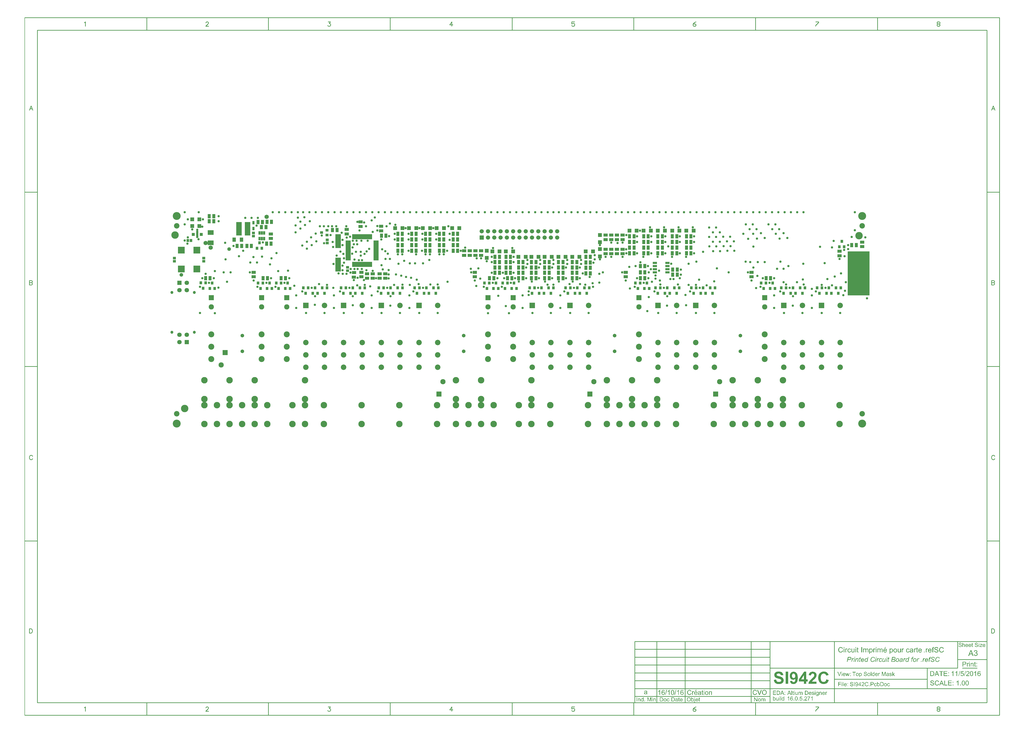
<source format=gts>
G04 Layer_Color=8388736*
%FSLAX25Y25*%
%MOIN*%
G70*
G01*
G75*
%ADD43C,0.01000*%
%ADD53C,0.00500*%
%ADD100R,0.35000X0.70000*%
%ADD101C,0.11811*%
%ADD102R,0.05500X0.07100*%
%ADD103R,0.08674X0.21666*%
%ADD104R,0.03200X0.05800*%
%ADD105R,0.08500X0.22400*%
%ADD106R,0.09400X0.07400*%
%ADD107R,0.06500X0.05100*%
%ADD108R,0.04800X0.04800*%
%ADD109R,0.03200X0.11400*%
%ADD110R,0.07100X0.03200*%
%ADD111R,0.03200X0.05200*%
%ADD112R,0.02100X0.08300*%
%ADD113R,0.08300X0.02100*%
%ADD114R,0.04800X0.04000*%
%ADD115R,0.04800X0.04200*%
%ADD116R,0.06312X0.05918*%
%ADD117R,0.22453X0.07099*%
%ADD118R,0.05100X0.06500*%
%ADD119R,0.04300X0.04800*%
%ADD120R,0.11134X0.11134*%
%ADD121R,0.04800X0.04300*%
%ADD122C,0.02800*%
%ADD123R,0.04200X0.04800*%
%ADD124R,0.04000X0.04800*%
%ADD125R,0.05918X0.06312*%
%ADD126R,0.08300X0.08300*%
%ADD127C,0.08300*%
%ADD128C,0.07099*%
%ADD129R,0.07099X0.07099*%
%ADD130C,0.04737*%
%ADD131C,0.10300*%
%ADD132R,0.08674X0.08674*%
%ADD133C,0.08674*%
%ADD134C,0.09461*%
%ADD135R,0.08280X0.08280*%
%ADD136C,0.08280*%
%ADD137C,0.12611*%
%ADD138C,0.08674*%
%ADD139C,0.06699*%
%ADD140R,0.06699X0.06699*%
%ADD141C,0.03700*%
%ADD142C,0.05800*%
%ADD143C,0.06800*%
G36*
X1263462Y-373636D02*
X1262671D01*
Y-372738D01*
X1263462D01*
Y-373636D01*
D02*
G37*
G36*
X1259187Y-372640D02*
X1259255D01*
X1259421Y-372660D01*
X1259616Y-372689D01*
X1259831Y-372728D01*
X1260046Y-372786D01*
X1260251Y-372865D01*
X1260260D01*
X1260270Y-372874D01*
X1260299Y-372884D01*
X1260339Y-372904D01*
X1260436Y-372962D01*
X1260563Y-373030D01*
X1260700Y-373128D01*
X1260836Y-373245D01*
X1260973Y-373382D01*
X1261090Y-373538D01*
X1261100Y-373557D01*
X1261139Y-373616D01*
X1261188Y-373714D01*
X1261236Y-373831D01*
X1261295Y-373977D01*
X1261354Y-374153D01*
X1261393Y-374338D01*
X1261412Y-374543D01*
X1260602Y-374602D01*
Y-374592D01*
Y-374573D01*
X1260592Y-374543D01*
X1260583Y-374504D01*
X1260563Y-374397D01*
X1260524Y-374260D01*
X1260466Y-374114D01*
X1260387Y-373967D01*
X1260280Y-373821D01*
X1260153Y-373694D01*
X1260134Y-373684D01*
X1260085Y-373645D01*
X1259997Y-373597D01*
X1259880Y-373538D01*
X1259724Y-373479D01*
X1259529Y-373431D01*
X1259304Y-373392D01*
X1259041Y-373382D01*
X1258914D01*
X1258855Y-373392D01*
X1258777D01*
X1258611Y-373421D01*
X1258426Y-373450D01*
X1258240Y-373499D01*
X1258064Y-373567D01*
X1257986Y-373616D01*
X1257918Y-373665D01*
X1257908Y-373675D01*
X1257869Y-373714D01*
X1257811Y-373772D01*
X1257752Y-373860D01*
X1257684Y-373958D01*
X1257635Y-374075D01*
X1257596Y-374202D01*
X1257576Y-374348D01*
Y-374368D01*
Y-374407D01*
X1257586Y-374475D01*
X1257606Y-374553D01*
X1257635Y-374641D01*
X1257684Y-374739D01*
X1257742Y-374826D01*
X1257821Y-374914D01*
X1257830Y-374924D01*
X1257879Y-374953D01*
X1257908Y-374973D01*
X1257947Y-375002D01*
X1258006Y-375022D01*
X1258074Y-375051D01*
X1258152Y-375090D01*
X1258240Y-375129D01*
X1258338Y-375158D01*
X1258455Y-375197D01*
X1258591Y-375246D01*
X1258738Y-375285D01*
X1258904Y-375324D01*
X1259089Y-375373D01*
X1259099D01*
X1259138Y-375383D01*
X1259187Y-375392D01*
X1259255Y-375412D01*
X1259343Y-375431D01*
X1259441Y-375461D01*
X1259655Y-375510D01*
X1259890Y-375578D01*
X1260124Y-375646D01*
X1260241Y-375675D01*
X1260339Y-375714D01*
X1260436Y-375753D01*
X1260514Y-375783D01*
X1260524D01*
X1260544Y-375793D01*
X1260563Y-375812D01*
X1260602Y-375832D01*
X1260700Y-375890D01*
X1260827Y-375958D01*
X1260963Y-376056D01*
X1261100Y-376173D01*
X1261227Y-376300D01*
X1261334Y-376437D01*
X1261344Y-376456D01*
X1261373Y-376505D01*
X1261422Y-376583D01*
X1261471Y-376700D01*
X1261520Y-376827D01*
X1261568Y-376983D01*
X1261598Y-377159D01*
X1261607Y-377344D01*
Y-377354D01*
Y-377364D01*
Y-377393D01*
Y-377432D01*
X1261588Y-377530D01*
X1261568Y-377657D01*
X1261539Y-377803D01*
X1261481Y-377969D01*
X1261412Y-378145D01*
X1261315Y-378311D01*
X1261305Y-378330D01*
X1261256Y-378389D01*
X1261197Y-378467D01*
X1261100Y-378564D01*
X1260983Y-378681D01*
X1260836Y-378799D01*
X1260661Y-378906D01*
X1260466Y-379013D01*
X1260456D01*
X1260436Y-379023D01*
X1260407Y-379033D01*
X1260368Y-379052D01*
X1260319Y-379072D01*
X1260260Y-379091D01*
X1260104Y-379131D01*
X1259929Y-379179D01*
X1259714Y-379218D01*
X1259490Y-379248D01*
X1259236Y-379257D01*
X1259089D01*
X1259021Y-379248D01*
X1258933D01*
X1258836Y-379238D01*
X1258728Y-379228D01*
X1258504Y-379199D01*
X1258260Y-379150D01*
X1258016Y-379091D01*
X1257782Y-379013D01*
X1257772D01*
X1257752Y-379004D01*
X1257723Y-378984D01*
X1257684Y-378965D01*
X1257576Y-378906D01*
X1257450Y-378818D01*
X1257293Y-378711D01*
X1257147Y-378584D01*
X1256991Y-378428D01*
X1256854Y-378252D01*
Y-378242D01*
X1256845Y-378233D01*
X1256825Y-378203D01*
X1256806Y-378164D01*
X1256776Y-378115D01*
X1256747Y-378057D01*
X1256688Y-377910D01*
X1256630Y-377745D01*
X1256571Y-377540D01*
X1256532Y-377325D01*
X1256513Y-377091D01*
X1257313Y-377022D01*
Y-377032D01*
Y-377042D01*
X1257323Y-377100D01*
X1257342Y-377188D01*
X1257362Y-377305D01*
X1257401Y-377432D01*
X1257440Y-377569D01*
X1257498Y-377696D01*
X1257567Y-377823D01*
X1257576Y-377832D01*
X1257606Y-377871D01*
X1257655Y-377930D01*
X1257733Y-377998D01*
X1257821Y-378076D01*
X1257928Y-378164D01*
X1258064Y-378242D01*
X1258211Y-378320D01*
X1258221D01*
X1258230Y-378330D01*
X1258289Y-378350D01*
X1258377Y-378379D01*
X1258504Y-378408D01*
X1258640Y-378447D01*
X1258816Y-378477D01*
X1259001Y-378496D01*
X1259197Y-378506D01*
X1259275D01*
X1259372Y-378496D01*
X1259480Y-378486D01*
X1259616Y-378477D01*
X1259753Y-378447D01*
X1259899Y-378418D01*
X1260046Y-378369D01*
X1260065Y-378359D01*
X1260104Y-378340D01*
X1260173Y-378311D01*
X1260251Y-378262D01*
X1260348Y-378203D01*
X1260436Y-378135D01*
X1260524Y-378057D01*
X1260602Y-377969D01*
X1260612Y-377959D01*
X1260631Y-377920D01*
X1260661Y-377871D01*
X1260700Y-377803D01*
X1260729Y-377725D01*
X1260758Y-377627D01*
X1260778Y-377530D01*
X1260787Y-377422D01*
Y-377413D01*
Y-377374D01*
X1260778Y-377315D01*
X1260768Y-377247D01*
X1260748Y-377159D01*
X1260709Y-377071D01*
X1260670Y-376983D01*
X1260612Y-376895D01*
X1260602Y-376886D01*
X1260583Y-376856D01*
X1260534Y-376817D01*
X1260475Y-376759D01*
X1260397Y-376700D01*
X1260299Y-376642D01*
X1260173Y-376573D01*
X1260036Y-376515D01*
X1260026Y-376505D01*
X1259987Y-376495D01*
X1259909Y-376476D01*
X1259860Y-376456D01*
X1259802Y-376437D01*
X1259724Y-376417D01*
X1259646Y-376398D01*
X1259548Y-376368D01*
X1259450Y-376339D01*
X1259333Y-376310D01*
X1259197Y-376281D01*
X1259050Y-376241D01*
X1258894Y-376203D01*
X1258884D01*
X1258855Y-376193D01*
X1258806Y-376183D01*
X1258748Y-376163D01*
X1258679Y-376144D01*
X1258601Y-376124D01*
X1258416Y-376076D01*
X1258211Y-376007D01*
X1258006Y-375939D01*
X1257821Y-375871D01*
X1257733Y-375841D01*
X1257664Y-375802D01*
X1257655D01*
X1257645Y-375793D01*
X1257586Y-375753D01*
X1257508Y-375705D01*
X1257411Y-375636D01*
X1257293Y-375549D01*
X1257186Y-375451D01*
X1257079Y-375334D01*
X1256981Y-375207D01*
X1256971Y-375187D01*
X1256942Y-375139D01*
X1256913Y-375070D01*
X1256874Y-374973D01*
X1256825Y-374856D01*
X1256796Y-374719D01*
X1256766Y-374563D01*
X1256757Y-374407D01*
Y-374397D01*
Y-374387D01*
Y-374358D01*
Y-374319D01*
X1256776Y-374231D01*
X1256796Y-374114D01*
X1256825Y-373967D01*
X1256874Y-373821D01*
X1256942Y-373655D01*
X1257030Y-373499D01*
Y-373489D01*
X1257040Y-373479D01*
X1257079Y-373431D01*
X1257147Y-373353D01*
X1257235Y-373255D01*
X1257342Y-373157D01*
X1257479Y-373050D01*
X1257645Y-372943D01*
X1257830Y-372855D01*
X1257840D01*
X1257850Y-372845D01*
X1257879Y-372835D01*
X1257928Y-372816D01*
X1257977Y-372806D01*
X1258035Y-372786D01*
X1258172Y-372738D01*
X1258348Y-372699D01*
X1258543Y-372669D01*
X1258767Y-372640D01*
X1259001Y-372630D01*
X1259119D01*
X1259187Y-372640D01*
D02*
G37*
G36*
X1233303D02*
X1233372D01*
X1233538Y-372660D01*
X1233733Y-372689D01*
X1233947Y-372728D01*
X1234162Y-372786D01*
X1234367Y-372865D01*
X1234377D01*
X1234387Y-372874D01*
X1234416Y-372884D01*
X1234455Y-372904D01*
X1234553Y-372962D01*
X1234680Y-373030D01*
X1234816Y-373128D01*
X1234953Y-373245D01*
X1235089Y-373382D01*
X1235207Y-373538D01*
X1235216Y-373557D01*
X1235255Y-373616D01*
X1235304Y-373714D01*
X1235353Y-373831D01*
X1235411Y-373977D01*
X1235470Y-374153D01*
X1235509Y-374338D01*
X1235529Y-374543D01*
X1234719Y-374602D01*
Y-374592D01*
Y-374573D01*
X1234709Y-374543D01*
X1234699Y-374504D01*
X1234680Y-374397D01*
X1234641Y-374260D01*
X1234582Y-374114D01*
X1234504Y-373967D01*
X1234396Y-373821D01*
X1234270Y-373694D01*
X1234250Y-373684D01*
X1234201Y-373645D01*
X1234114Y-373597D01*
X1233996Y-373538D01*
X1233840Y-373479D01*
X1233645Y-373431D01*
X1233420Y-373392D01*
X1233157Y-373382D01*
X1233030D01*
X1232971Y-373392D01*
X1232893D01*
X1232728Y-373421D01*
X1232542Y-373450D01*
X1232357Y-373499D01*
X1232181Y-373567D01*
X1232103Y-373616D01*
X1232035Y-373665D01*
X1232025Y-373675D01*
X1231986Y-373714D01*
X1231927Y-373772D01*
X1231869Y-373860D01*
X1231800Y-373958D01*
X1231752Y-374075D01*
X1231713Y-374202D01*
X1231693Y-374348D01*
Y-374368D01*
Y-374407D01*
X1231703Y-374475D01*
X1231722Y-374553D01*
X1231752Y-374641D01*
X1231800Y-374739D01*
X1231859Y-374826D01*
X1231937Y-374914D01*
X1231947Y-374924D01*
X1231995Y-374953D01*
X1232025Y-374973D01*
X1232064Y-375002D01*
X1232122Y-375022D01*
X1232191Y-375051D01*
X1232269Y-375090D01*
X1232357Y-375129D01*
X1232454Y-375158D01*
X1232571Y-375197D01*
X1232708Y-375246D01*
X1232854Y-375285D01*
X1233020Y-375324D01*
X1233206Y-375373D01*
X1233216D01*
X1233255Y-375383D01*
X1233303Y-375392D01*
X1233372Y-375412D01*
X1233459Y-375431D01*
X1233557Y-375461D01*
X1233772Y-375510D01*
X1234006Y-375578D01*
X1234240Y-375646D01*
X1234357Y-375675D01*
X1234455Y-375714D01*
X1234553Y-375753D01*
X1234631Y-375783D01*
X1234641D01*
X1234660Y-375793D01*
X1234680Y-375812D01*
X1234719Y-375832D01*
X1234816Y-375890D01*
X1234943Y-375958D01*
X1235080Y-376056D01*
X1235216Y-376173D01*
X1235343Y-376300D01*
X1235451Y-376437D01*
X1235460Y-376456D01*
X1235490Y-376505D01*
X1235538Y-376583D01*
X1235587Y-376700D01*
X1235636Y-376827D01*
X1235685Y-376983D01*
X1235714Y-377159D01*
X1235724Y-377344D01*
Y-377354D01*
Y-377364D01*
Y-377393D01*
Y-377432D01*
X1235704Y-377530D01*
X1235685Y-377657D01*
X1235655Y-377803D01*
X1235597Y-377969D01*
X1235529Y-378145D01*
X1235431Y-378311D01*
X1235421Y-378330D01*
X1235373Y-378389D01*
X1235314Y-378467D01*
X1235216Y-378564D01*
X1235099Y-378681D01*
X1234953Y-378799D01*
X1234777Y-378906D01*
X1234582Y-379013D01*
X1234572D01*
X1234553Y-379023D01*
X1234523Y-379033D01*
X1234484Y-379052D01*
X1234435Y-379072D01*
X1234377Y-379091D01*
X1234221Y-379131D01*
X1234045Y-379179D01*
X1233830Y-379218D01*
X1233606Y-379248D01*
X1233352Y-379257D01*
X1233206D01*
X1233137Y-379248D01*
X1233050D01*
X1232952Y-379238D01*
X1232845Y-379228D01*
X1232620Y-379199D01*
X1232376Y-379150D01*
X1232132Y-379091D01*
X1231898Y-379013D01*
X1231888D01*
X1231869Y-379004D01*
X1231839Y-378984D01*
X1231800Y-378965D01*
X1231693Y-378906D01*
X1231566Y-378818D01*
X1231410Y-378711D01*
X1231264Y-378584D01*
X1231107Y-378428D01*
X1230971Y-378252D01*
Y-378242D01*
X1230961Y-378233D01*
X1230941Y-378203D01*
X1230922Y-378164D01*
X1230893Y-378115D01*
X1230863Y-378057D01*
X1230805Y-377910D01*
X1230746Y-377745D01*
X1230688Y-377540D01*
X1230649Y-377325D01*
X1230629Y-377091D01*
X1231429Y-377022D01*
Y-377032D01*
Y-377042D01*
X1231439Y-377100D01*
X1231459Y-377188D01*
X1231478Y-377305D01*
X1231517Y-377432D01*
X1231556Y-377569D01*
X1231615Y-377696D01*
X1231683Y-377823D01*
X1231693Y-377832D01*
X1231722Y-377871D01*
X1231771Y-377930D01*
X1231849Y-377998D01*
X1231937Y-378076D01*
X1232044Y-378164D01*
X1232181Y-378242D01*
X1232327Y-378320D01*
X1232337D01*
X1232347Y-378330D01*
X1232405Y-378350D01*
X1232493Y-378379D01*
X1232620Y-378408D01*
X1232757Y-378447D01*
X1232932Y-378477D01*
X1233118Y-378496D01*
X1233313Y-378506D01*
X1233391D01*
X1233489Y-378496D01*
X1233596Y-378486D01*
X1233733Y-378477D01*
X1233869Y-378447D01*
X1234016Y-378418D01*
X1234162Y-378369D01*
X1234182Y-378359D01*
X1234221Y-378340D01*
X1234289Y-378311D01*
X1234367Y-378262D01*
X1234465Y-378203D01*
X1234553Y-378135D01*
X1234641Y-378057D01*
X1234719Y-377969D01*
X1234728Y-377959D01*
X1234748Y-377920D01*
X1234777Y-377871D01*
X1234816Y-377803D01*
X1234845Y-377725D01*
X1234875Y-377627D01*
X1234894Y-377530D01*
X1234904Y-377422D01*
Y-377413D01*
Y-377374D01*
X1234894Y-377315D01*
X1234884Y-377247D01*
X1234865Y-377159D01*
X1234826Y-377071D01*
X1234787Y-376983D01*
X1234728Y-376895D01*
X1234719Y-376886D01*
X1234699Y-376856D01*
X1234650Y-376817D01*
X1234592Y-376759D01*
X1234514Y-376700D01*
X1234416Y-376642D01*
X1234289Y-376573D01*
X1234153Y-376515D01*
X1234143Y-376505D01*
X1234104Y-376495D01*
X1234026Y-376476D01*
X1233977Y-376456D01*
X1233918Y-376437D01*
X1233840Y-376417D01*
X1233762Y-376398D01*
X1233665Y-376368D01*
X1233567Y-376339D01*
X1233450Y-376310D01*
X1233313Y-376281D01*
X1233167Y-376241D01*
X1233011Y-376203D01*
X1233001D01*
X1232971Y-376193D01*
X1232923Y-376183D01*
X1232864Y-376163D01*
X1232796Y-376144D01*
X1232718Y-376124D01*
X1232532Y-376076D01*
X1232327Y-376007D01*
X1232122Y-375939D01*
X1231937Y-375871D01*
X1231849Y-375841D01*
X1231781Y-375802D01*
X1231771D01*
X1231761Y-375793D01*
X1231703Y-375753D01*
X1231625Y-375705D01*
X1231527Y-375636D01*
X1231410Y-375549D01*
X1231303Y-375451D01*
X1231195Y-375334D01*
X1231098Y-375207D01*
X1231088Y-375187D01*
X1231059Y-375139D01*
X1231029Y-375070D01*
X1230990Y-374973D01*
X1230941Y-374856D01*
X1230912Y-374719D01*
X1230883Y-374563D01*
X1230873Y-374407D01*
Y-374397D01*
Y-374387D01*
Y-374358D01*
Y-374319D01*
X1230893Y-374231D01*
X1230912Y-374114D01*
X1230941Y-373967D01*
X1230990Y-373821D01*
X1231059Y-373655D01*
X1231146Y-373499D01*
Y-373489D01*
X1231156Y-373479D01*
X1231195Y-373431D01*
X1231264Y-373353D01*
X1231351Y-373255D01*
X1231459Y-373157D01*
X1231595Y-373050D01*
X1231761Y-372943D01*
X1231947Y-372855D01*
X1231956D01*
X1231966Y-372845D01*
X1231995Y-372835D01*
X1232044Y-372816D01*
X1232093Y-372806D01*
X1232152Y-372786D01*
X1232288Y-372738D01*
X1232464Y-372699D01*
X1232659Y-372669D01*
X1232884Y-372640D01*
X1233118Y-372630D01*
X1233235D01*
X1233303Y-372640D01*
D02*
G37*
G36*
X1268205Y-375022D02*
X1265687Y-377979D01*
X1265199Y-378525D01*
X1265248D01*
X1265287Y-378516D01*
X1265394Y-378506D01*
X1265521Y-378496D01*
X1265677D01*
X1265843Y-378486D01*
X1266195Y-378477D01*
X1268342D01*
Y-379150D01*
X1264233D01*
Y-378516D01*
X1267190Y-375109D01*
X1267102D01*
X1267014Y-375119D01*
X1266887D01*
X1266751Y-375129D01*
X1266605D01*
X1266448Y-375139D01*
X1264408D01*
Y-374504D01*
X1268205D01*
Y-375022D01*
D02*
G37*
G36*
X1263462Y-379150D02*
X1262671D01*
Y-374504D01*
X1263462D01*
Y-379150D01*
D02*
G37*
G36*
X1237568Y-375031D02*
X1237578Y-375022D01*
X1237598Y-375002D01*
X1237627Y-374973D01*
X1237666Y-374934D01*
X1237725Y-374885D01*
X1237783Y-374826D01*
X1237861Y-374778D01*
X1237949Y-374709D01*
X1238047Y-374651D01*
X1238144Y-374602D01*
X1238388Y-374495D01*
X1238515Y-374455D01*
X1238652Y-374426D01*
X1238798Y-374407D01*
X1238954Y-374397D01*
X1239042D01*
X1239140Y-374407D01*
X1239257Y-374426D01*
X1239394Y-374446D01*
X1239540Y-374485D01*
X1239696Y-374534D01*
X1239843Y-374602D01*
X1239862Y-374612D01*
X1239901Y-374641D01*
X1239969Y-374690D01*
X1240057Y-374748D01*
X1240145Y-374826D01*
X1240233Y-374924D01*
X1240321Y-375041D01*
X1240389Y-375168D01*
X1240399Y-375187D01*
X1240418Y-375236D01*
X1240438Y-375314D01*
X1240477Y-375431D01*
X1240506Y-375578D01*
X1240526Y-375763D01*
X1240545Y-375968D01*
X1240555Y-376212D01*
Y-379150D01*
X1239764D01*
Y-376203D01*
Y-376193D01*
Y-376173D01*
Y-376144D01*
Y-376105D01*
X1239755Y-376007D01*
X1239735Y-375871D01*
X1239696Y-375734D01*
X1239657Y-375597D01*
X1239589Y-375461D01*
X1239501Y-375344D01*
X1239491Y-375334D01*
X1239452Y-375305D01*
X1239394Y-375256D01*
X1239316Y-375207D01*
X1239218Y-375158D01*
X1239091Y-375109D01*
X1238954Y-375080D01*
X1238789Y-375070D01*
X1238730D01*
X1238662Y-375080D01*
X1238574Y-375090D01*
X1238476Y-375119D01*
X1238359Y-375148D01*
X1238242Y-375197D01*
X1238125Y-375256D01*
X1238115Y-375266D01*
X1238076Y-375285D01*
X1238027Y-375334D01*
X1237959Y-375383D01*
X1237891Y-375461D01*
X1237813Y-375539D01*
X1237754Y-375646D01*
X1237695Y-375753D01*
X1237686Y-375763D01*
X1237676Y-375812D01*
X1237656Y-375880D01*
X1237637Y-375978D01*
X1237607Y-376105D01*
X1237588Y-376251D01*
X1237578Y-376417D01*
X1237568Y-376612D01*
Y-379150D01*
X1236778D01*
Y-372738D01*
X1237568D01*
Y-375031D01*
D02*
G37*
G36*
X1252638Y-374504D02*
X1253428D01*
Y-375119D01*
X1252638D01*
Y-377842D01*
Y-377852D01*
Y-377891D01*
Y-377950D01*
X1252648Y-378018D01*
X1252658Y-378164D01*
X1252667Y-378223D01*
X1252677Y-378272D01*
X1252687Y-378291D01*
X1252706Y-378330D01*
X1252745Y-378379D01*
X1252804Y-378428D01*
X1252823Y-378437D01*
X1252872Y-378447D01*
X1252960Y-378467D01*
X1253077Y-378477D01*
X1253175D01*
X1253224Y-378467D01*
X1253282D01*
X1253428Y-378447D01*
X1253536Y-379140D01*
X1253516D01*
X1253477Y-379150D01*
X1253419Y-379160D01*
X1253331Y-379170D01*
X1253243Y-379189D01*
X1253145Y-379199D01*
X1252940Y-379209D01*
X1252872D01*
X1252794Y-379199D01*
X1252697Y-379189D01*
X1252589Y-379179D01*
X1252472Y-379150D01*
X1252365Y-379121D01*
X1252267Y-379082D01*
X1252257Y-379072D01*
X1252228Y-379052D01*
X1252189Y-379023D01*
X1252140Y-378984D01*
X1252082Y-378935D01*
X1252033Y-378877D01*
X1251974Y-378808D01*
X1251935Y-378730D01*
Y-378721D01*
X1251925Y-378681D01*
X1251906Y-378623D01*
X1251896Y-378525D01*
X1251877Y-378398D01*
X1251867Y-378330D01*
X1251857Y-378242D01*
Y-378145D01*
X1251847Y-378037D01*
Y-377920D01*
Y-377793D01*
Y-375119D01*
X1251262D01*
Y-374504D01*
X1251847D01*
Y-373362D01*
X1252638Y-372884D01*
Y-374504D01*
D02*
G37*
G36*
X1271192Y-374407D02*
X1271270Y-374416D01*
X1271367Y-374426D01*
X1271465Y-374446D01*
X1271582Y-374475D01*
X1271816Y-374553D01*
X1271943Y-374602D01*
X1272070Y-374670D01*
X1272197Y-374739D01*
X1272324Y-374826D01*
X1272441Y-374924D01*
X1272558Y-375041D01*
X1272568Y-375051D01*
X1272587Y-375070D01*
X1272617Y-375109D01*
X1272656Y-375158D01*
X1272695Y-375226D01*
X1272744Y-375305D01*
X1272802Y-375392D01*
X1272861Y-375500D01*
X1272909Y-375627D01*
X1272968Y-375753D01*
X1273017Y-375900D01*
X1273066Y-376066D01*
X1273095Y-376232D01*
X1273124Y-376417D01*
X1273144Y-376612D01*
X1273153Y-376827D01*
Y-376837D01*
Y-376876D01*
Y-376944D01*
X1273144Y-377032D01*
X1269689D01*
Y-377042D01*
Y-377061D01*
X1269698Y-377110D01*
Y-377159D01*
X1269708Y-377227D01*
X1269718Y-377296D01*
X1269757Y-377471D01*
X1269816Y-377657D01*
X1269884Y-377852D01*
X1269991Y-378047D01*
X1270118Y-378213D01*
X1270138Y-378233D01*
X1270186Y-378272D01*
X1270274Y-378340D01*
X1270382Y-378408D01*
X1270528Y-378486D01*
X1270694Y-378555D01*
X1270879Y-378594D01*
X1271084Y-378613D01*
X1271162D01*
X1271241Y-378603D01*
X1271338Y-378584D01*
X1271455Y-378555D01*
X1271582Y-378516D01*
X1271709Y-378467D01*
X1271826Y-378389D01*
X1271836Y-378379D01*
X1271875Y-378340D01*
X1271933Y-378291D01*
X1272002Y-378203D01*
X1272080Y-378106D01*
X1272158Y-377979D01*
X1272236Y-377823D01*
X1272314Y-377647D01*
X1273124Y-377754D01*
Y-377764D01*
X1273114Y-377784D01*
X1273105Y-377823D01*
X1273085Y-377871D01*
X1273066Y-377930D01*
X1273036Y-377998D01*
X1272958Y-378164D01*
X1272861Y-378340D01*
X1272744Y-378525D01*
X1272587Y-378711D01*
X1272412Y-378867D01*
X1272402D01*
X1272392Y-378887D01*
X1272363Y-378906D01*
X1272314Y-378925D01*
X1272265Y-378955D01*
X1272207Y-378994D01*
X1272138Y-379023D01*
X1272051Y-379062D01*
X1271865Y-379131D01*
X1271631Y-379199D01*
X1271377Y-379238D01*
X1271084Y-379257D01*
X1270987D01*
X1270918Y-379248D01*
X1270831Y-379238D01*
X1270733Y-379228D01*
X1270626Y-379209D01*
X1270499Y-379179D01*
X1270245Y-379101D01*
X1270108Y-379052D01*
X1269981Y-378994D01*
X1269845Y-378925D01*
X1269718Y-378838D01*
X1269591Y-378740D01*
X1269474Y-378633D01*
X1269464Y-378623D01*
X1269445Y-378603D01*
X1269415Y-378564D01*
X1269386Y-378516D01*
X1269337Y-378457D01*
X1269289Y-378379D01*
X1269230Y-378281D01*
X1269181Y-378174D01*
X1269123Y-378057D01*
X1269064Y-377930D01*
X1269015Y-377784D01*
X1268976Y-377627D01*
X1268937Y-377462D01*
X1268908Y-377276D01*
X1268888Y-377081D01*
X1268879Y-376876D01*
Y-376866D01*
Y-376827D01*
Y-376759D01*
X1268888Y-376681D01*
X1268898Y-376583D01*
X1268908Y-376466D01*
X1268927Y-376339D01*
X1268957Y-376203D01*
X1269025Y-375910D01*
X1269074Y-375763D01*
X1269132Y-375607D01*
X1269201Y-375461D01*
X1269279Y-375314D01*
X1269367Y-375178D01*
X1269474Y-375051D01*
X1269484Y-375041D01*
X1269503Y-375022D01*
X1269532Y-374992D01*
X1269581Y-374943D01*
X1269640Y-374895D01*
X1269718Y-374846D01*
X1269796Y-374787D01*
X1269894Y-374719D01*
X1270001Y-374660D01*
X1270118Y-374602D01*
X1270245Y-374553D01*
X1270391Y-374495D01*
X1270538Y-374455D01*
X1270694Y-374426D01*
X1270860Y-374407D01*
X1271035Y-374397D01*
X1271123D01*
X1271192Y-374407D01*
D02*
G37*
G36*
X1248792D02*
X1248871Y-374416D01*
X1248968Y-374426D01*
X1249066Y-374446D01*
X1249183Y-374475D01*
X1249417Y-374553D01*
X1249544Y-374602D01*
X1249671Y-374670D01*
X1249798Y-374739D01*
X1249925Y-374826D01*
X1250042Y-374924D01*
X1250159Y-375041D01*
X1250169Y-375051D01*
X1250188Y-375070D01*
X1250217Y-375109D01*
X1250257Y-375158D01*
X1250296Y-375226D01*
X1250344Y-375305D01*
X1250403Y-375392D01*
X1250461Y-375500D01*
X1250510Y-375627D01*
X1250569Y-375753D01*
X1250618Y-375900D01*
X1250666Y-376066D01*
X1250696Y-376232D01*
X1250725Y-376417D01*
X1250745Y-376612D01*
X1250754Y-376827D01*
Y-376837D01*
Y-376876D01*
Y-376944D01*
X1250745Y-377032D01*
X1247289D01*
Y-377042D01*
Y-377061D01*
X1247299Y-377110D01*
Y-377159D01*
X1247309Y-377227D01*
X1247319Y-377296D01*
X1247358Y-377471D01*
X1247416Y-377657D01*
X1247485Y-377852D01*
X1247592Y-378047D01*
X1247719Y-378213D01*
X1247738Y-378233D01*
X1247787Y-378272D01*
X1247875Y-378340D01*
X1247982Y-378408D01*
X1248129Y-378486D01*
X1248295Y-378555D01*
X1248480Y-378594D01*
X1248685Y-378613D01*
X1248763D01*
X1248841Y-378603D01*
X1248939Y-378584D01*
X1249056Y-378555D01*
X1249183Y-378516D01*
X1249310Y-378467D01*
X1249427Y-378389D01*
X1249437Y-378379D01*
X1249476Y-378340D01*
X1249534Y-378291D01*
X1249603Y-378203D01*
X1249681Y-378106D01*
X1249759Y-377979D01*
X1249837Y-377823D01*
X1249915Y-377647D01*
X1250725Y-377754D01*
Y-377764D01*
X1250715Y-377784D01*
X1250706Y-377823D01*
X1250686Y-377871D01*
X1250666Y-377930D01*
X1250637Y-377998D01*
X1250559Y-378164D01*
X1250461Y-378340D01*
X1250344Y-378525D01*
X1250188Y-378711D01*
X1250012Y-378867D01*
X1250003D01*
X1249993Y-378887D01*
X1249964Y-378906D01*
X1249915Y-378925D01*
X1249866Y-378955D01*
X1249807Y-378994D01*
X1249739Y-379023D01*
X1249651Y-379062D01*
X1249466Y-379131D01*
X1249232Y-379199D01*
X1248978Y-379238D01*
X1248685Y-379257D01*
X1248588D01*
X1248519Y-379248D01*
X1248431Y-379238D01*
X1248334Y-379228D01*
X1248226Y-379209D01*
X1248100Y-379179D01*
X1247846Y-379101D01*
X1247709Y-379052D01*
X1247582Y-378994D01*
X1247446Y-378925D01*
X1247319Y-378838D01*
X1247192Y-378740D01*
X1247075Y-378633D01*
X1247065Y-378623D01*
X1247045Y-378603D01*
X1247016Y-378564D01*
X1246987Y-378516D01*
X1246938Y-378457D01*
X1246889Y-378379D01*
X1246831Y-378281D01*
X1246782Y-378174D01*
X1246723Y-378057D01*
X1246665Y-377930D01*
X1246616Y-377784D01*
X1246577Y-377627D01*
X1246538Y-377462D01*
X1246509Y-377276D01*
X1246489Y-377081D01*
X1246479Y-376876D01*
Y-376866D01*
Y-376827D01*
Y-376759D01*
X1246489Y-376681D01*
X1246499Y-376583D01*
X1246509Y-376466D01*
X1246528Y-376339D01*
X1246558Y-376203D01*
X1246626Y-375910D01*
X1246675Y-375763D01*
X1246733Y-375607D01*
X1246801Y-375461D01*
X1246879Y-375314D01*
X1246967Y-375178D01*
X1247075Y-375051D01*
X1247085Y-375041D01*
X1247104Y-375022D01*
X1247133Y-374992D01*
X1247182Y-374943D01*
X1247241Y-374895D01*
X1247319Y-374846D01*
X1247397Y-374787D01*
X1247494Y-374719D01*
X1247602Y-374660D01*
X1247719Y-374602D01*
X1247846Y-374553D01*
X1247992Y-374495D01*
X1248139Y-374455D01*
X1248295Y-374426D01*
X1248461Y-374407D01*
X1248636Y-374397D01*
X1248724D01*
X1248792Y-374407D01*
D02*
G37*
G36*
X1243815D02*
X1243893Y-374416D01*
X1243991Y-374426D01*
X1244088Y-374446D01*
X1244205Y-374475D01*
X1244440Y-374553D01*
X1244566Y-374602D01*
X1244693Y-374670D01*
X1244820Y-374739D01*
X1244947Y-374826D01*
X1245064Y-374924D01*
X1245181Y-375041D01*
X1245191Y-375051D01*
X1245211Y-375070D01*
X1245240Y-375109D01*
X1245279Y-375158D01*
X1245318Y-375226D01*
X1245367Y-375305D01*
X1245425Y-375392D01*
X1245484Y-375500D01*
X1245533Y-375627D01*
X1245591Y-375753D01*
X1245640Y-375900D01*
X1245689Y-376066D01*
X1245718Y-376232D01*
X1245747Y-376417D01*
X1245767Y-376612D01*
X1245777Y-376827D01*
Y-376837D01*
Y-376876D01*
Y-376944D01*
X1245767Y-377032D01*
X1242312D01*
Y-377042D01*
Y-377061D01*
X1242322Y-377110D01*
Y-377159D01*
X1242331Y-377227D01*
X1242341Y-377296D01*
X1242380Y-377471D01*
X1242439Y-377657D01*
X1242507Y-377852D01*
X1242614Y-378047D01*
X1242741Y-378213D01*
X1242761Y-378233D01*
X1242810Y-378272D01*
X1242898Y-378340D01*
X1243005Y-378408D01*
X1243151Y-378486D01*
X1243317Y-378555D01*
X1243503Y-378594D01*
X1243707Y-378613D01*
X1243786D01*
X1243864Y-378603D01*
X1243961Y-378584D01*
X1244078Y-378555D01*
X1244205Y-378516D01*
X1244332Y-378467D01*
X1244449Y-378389D01*
X1244459Y-378379D01*
X1244498Y-378340D01*
X1244557Y-378291D01*
X1244625Y-378203D01*
X1244703Y-378106D01*
X1244781Y-377979D01*
X1244859Y-377823D01*
X1244937Y-377647D01*
X1245747Y-377754D01*
Y-377764D01*
X1245738Y-377784D01*
X1245728Y-377823D01*
X1245708Y-377871D01*
X1245689Y-377930D01*
X1245660Y-377998D01*
X1245582Y-378164D01*
X1245484Y-378340D01*
X1245367Y-378525D01*
X1245211Y-378711D01*
X1245035Y-378867D01*
X1245025D01*
X1245015Y-378887D01*
X1244986Y-378906D01*
X1244937Y-378925D01*
X1244888Y-378955D01*
X1244830Y-378994D01*
X1244762Y-379023D01*
X1244674Y-379062D01*
X1244488Y-379131D01*
X1244254Y-379199D01*
X1244000Y-379238D01*
X1243707Y-379257D01*
X1243610D01*
X1243542Y-379248D01*
X1243454Y-379238D01*
X1243356Y-379228D01*
X1243249Y-379209D01*
X1243122Y-379179D01*
X1242868Y-379101D01*
X1242731Y-379052D01*
X1242605Y-378994D01*
X1242468Y-378925D01*
X1242341Y-378838D01*
X1242214Y-378740D01*
X1242097Y-378633D01*
X1242087Y-378623D01*
X1242068Y-378603D01*
X1242039Y-378564D01*
X1242009Y-378516D01*
X1241961Y-378457D01*
X1241912Y-378379D01*
X1241853Y-378281D01*
X1241804Y-378174D01*
X1241746Y-378057D01*
X1241687Y-377930D01*
X1241638Y-377784D01*
X1241599Y-377627D01*
X1241560Y-377462D01*
X1241531Y-377276D01*
X1241512Y-377081D01*
X1241502Y-376876D01*
Y-376866D01*
Y-376827D01*
Y-376759D01*
X1241512Y-376681D01*
X1241521Y-376583D01*
X1241531Y-376466D01*
X1241551Y-376339D01*
X1241580Y-376203D01*
X1241648Y-375910D01*
X1241697Y-375763D01*
X1241755Y-375607D01*
X1241824Y-375461D01*
X1241902Y-375314D01*
X1241990Y-375178D01*
X1242097Y-375051D01*
X1242107Y-375041D01*
X1242126Y-375022D01*
X1242156Y-374992D01*
X1242204Y-374943D01*
X1242263Y-374895D01*
X1242341Y-374846D01*
X1242419Y-374787D01*
X1242517Y-374719D01*
X1242624Y-374660D01*
X1242741Y-374602D01*
X1242868Y-374553D01*
X1243015Y-374495D01*
X1243161Y-374455D01*
X1243317Y-374426D01*
X1243483Y-374407D01*
X1243659Y-374397D01*
X1243747D01*
X1243815Y-374407D01*
D02*
G37*
G36*
X1191111Y-379436D02*
X1191251Y-379449D01*
X1191416Y-379474D01*
X1191593Y-379499D01*
X1191784Y-379537D01*
X1191631Y-380426D01*
X1191619D01*
X1191580Y-380413D01*
X1191517Y-380400D01*
X1191441Y-380387D01*
X1191339D01*
X1191238Y-380375D01*
X1191022Y-380362D01*
X1190946D01*
X1190870Y-380375D01*
X1190768Y-380387D01*
X1190667Y-380413D01*
X1190553Y-380451D01*
X1190451Y-380502D01*
X1190362Y-380565D01*
X1190349Y-380578D01*
X1190337Y-380603D01*
X1190299Y-380654D01*
X1190273Y-380730D01*
X1190235Y-380832D01*
X1190197Y-380971D01*
X1190185Y-381123D01*
X1190172Y-381314D01*
Y-381860D01*
X1191352D01*
Y-382659D01*
X1190185D01*
Y-387900D01*
X1189157D01*
Y-382659D01*
X1188256D01*
Y-381860D01*
X1189157D01*
Y-381225D01*
Y-381212D01*
Y-381200D01*
Y-381123D01*
X1189169Y-381022D01*
Y-380882D01*
X1189182Y-380743D01*
X1189207Y-380591D01*
X1189233Y-380451D01*
X1189271Y-380324D01*
X1189284Y-380311D01*
X1189296Y-380261D01*
X1189334Y-380185D01*
X1189385Y-380096D01*
X1189461Y-379981D01*
X1189550Y-379880D01*
X1189652Y-379778D01*
X1189779Y-379677D01*
X1189791Y-379664D01*
X1189855Y-379639D01*
X1189931Y-379601D01*
X1190058Y-379550D01*
X1190197Y-379499D01*
X1190388Y-379461D01*
X1190591Y-379436D01*
X1190832Y-379423D01*
X1190997D01*
X1191111Y-379436D01*
D02*
G37*
G36*
X1100088Y-380730D02*
X1099060D01*
Y-379563D01*
X1100088D01*
Y-380730D01*
D02*
G37*
G36*
X1067754D02*
X1066726D01*
Y-379563D01*
X1067754D01*
Y-380730D01*
D02*
G37*
G36*
X1048998D02*
X1047970D01*
Y-379563D01*
X1048998D01*
Y-380730D01*
D02*
G37*
G36*
X1113819Y-381111D02*
X1112968D01*
X1113730Y-379525D01*
X1115075D01*
X1113819Y-381111D01*
D02*
G37*
G36*
X1195400Y-379436D02*
X1195489D01*
X1195705Y-379461D01*
X1195959Y-379499D01*
X1196238Y-379550D01*
X1196517Y-379626D01*
X1196783Y-379728D01*
X1196796D01*
X1196809Y-379740D01*
X1196847Y-379753D01*
X1196898Y-379778D01*
X1197025Y-379854D01*
X1197189Y-379943D01*
X1197367Y-380070D01*
X1197545Y-380223D01*
X1197722Y-380400D01*
X1197875Y-380603D01*
X1197887Y-380629D01*
X1197938Y-380705D01*
X1198002Y-380832D01*
X1198065Y-380984D01*
X1198141Y-381174D01*
X1198217Y-381403D01*
X1198268Y-381644D01*
X1198293Y-381910D01*
X1197240Y-381986D01*
Y-381974D01*
Y-381948D01*
X1197227Y-381910D01*
X1197215Y-381860D01*
X1197189Y-381720D01*
X1197139Y-381542D01*
X1197062Y-381352D01*
X1196961Y-381162D01*
X1196821Y-380971D01*
X1196657Y-380806D01*
X1196631Y-380794D01*
X1196568Y-380743D01*
X1196453Y-380679D01*
X1196301Y-380603D01*
X1196098Y-380527D01*
X1195844Y-380464D01*
X1195552Y-380413D01*
X1195210Y-380400D01*
X1195045D01*
X1194969Y-380413D01*
X1194867D01*
X1194651Y-380451D01*
X1194410Y-380489D01*
X1194169Y-380553D01*
X1193941Y-380641D01*
X1193839Y-380705D01*
X1193750Y-380768D01*
X1193738Y-380781D01*
X1193687Y-380832D01*
X1193611Y-380908D01*
X1193535Y-381022D01*
X1193446Y-381149D01*
X1193382Y-381301D01*
X1193332Y-381466D01*
X1193306Y-381657D01*
Y-381682D01*
Y-381733D01*
X1193319Y-381821D01*
X1193344Y-381923D01*
X1193382Y-382037D01*
X1193446Y-382164D01*
X1193522Y-382278D01*
X1193624Y-382393D01*
X1193636Y-382405D01*
X1193700Y-382443D01*
X1193738Y-382469D01*
X1193789Y-382507D01*
X1193865Y-382532D01*
X1193954Y-382570D01*
X1194055Y-382621D01*
X1194169Y-382672D01*
X1194296Y-382710D01*
X1194448Y-382761D01*
X1194626Y-382824D01*
X1194816Y-382875D01*
X1195032Y-382926D01*
X1195273Y-382989D01*
X1195286D01*
X1195337Y-383002D01*
X1195400Y-383014D01*
X1195489Y-383040D01*
X1195603Y-383065D01*
X1195730Y-383103D01*
X1196009Y-383167D01*
X1196314Y-383256D01*
X1196618Y-383344D01*
X1196771Y-383382D01*
X1196898Y-383433D01*
X1197025Y-383484D01*
X1197126Y-383522D01*
X1197139D01*
X1197164Y-383535D01*
X1197189Y-383560D01*
X1197240Y-383585D01*
X1197367Y-383662D01*
X1197532Y-383750D01*
X1197710Y-383877D01*
X1197887Y-384030D01*
X1198052Y-384194D01*
X1198192Y-384372D01*
X1198205Y-384398D01*
X1198243Y-384461D01*
X1198306Y-384562D01*
X1198370Y-384715D01*
X1198433Y-384880D01*
X1198497Y-385083D01*
X1198535Y-385311D01*
X1198547Y-385552D01*
Y-385565D01*
Y-385578D01*
Y-385616D01*
Y-385667D01*
X1198522Y-385793D01*
X1198497Y-385958D01*
X1198458Y-386149D01*
X1198382Y-386365D01*
X1198293Y-386593D01*
X1198167Y-386809D01*
X1198154Y-386834D01*
X1198090Y-386910D01*
X1198014Y-387012D01*
X1197887Y-387139D01*
X1197735Y-387291D01*
X1197545Y-387443D01*
X1197316Y-387583D01*
X1197062Y-387722D01*
X1197050D01*
X1197025Y-387735D01*
X1196986Y-387748D01*
X1196936Y-387773D01*
X1196872Y-387799D01*
X1196796Y-387824D01*
X1196593Y-387875D01*
X1196365Y-387938D01*
X1196085Y-387989D01*
X1195794Y-388027D01*
X1195464Y-388040D01*
X1195273D01*
X1195184Y-388027D01*
X1195070D01*
X1194943Y-388014D01*
X1194804Y-388001D01*
X1194512Y-387964D01*
X1194195Y-387900D01*
X1193877Y-387824D01*
X1193573Y-387722D01*
X1193560D01*
X1193535Y-387710D01*
X1193497Y-387684D01*
X1193446Y-387659D01*
X1193306Y-387583D01*
X1193141Y-387469D01*
X1192938Y-387329D01*
X1192748Y-387164D01*
X1192545Y-386961D01*
X1192367Y-386733D01*
Y-386720D01*
X1192355Y-386707D01*
X1192329Y-386669D01*
X1192304Y-386618D01*
X1192266Y-386555D01*
X1192228Y-386479D01*
X1192152Y-386288D01*
X1192075Y-386073D01*
X1191999Y-385806D01*
X1191949Y-385527D01*
X1191923Y-385222D01*
X1192964Y-385134D01*
Y-385146D01*
Y-385159D01*
X1192976Y-385235D01*
X1193002Y-385349D01*
X1193027Y-385502D01*
X1193078Y-385667D01*
X1193129Y-385844D01*
X1193205Y-386009D01*
X1193294Y-386174D01*
X1193306Y-386187D01*
X1193344Y-386238D01*
X1193408Y-386314D01*
X1193509Y-386403D01*
X1193624Y-386504D01*
X1193763Y-386618D01*
X1193941Y-386720D01*
X1194131Y-386821D01*
X1194144D01*
X1194156Y-386834D01*
X1194233Y-386859D01*
X1194347Y-386897D01*
X1194512Y-386936D01*
X1194689Y-386986D01*
X1194918Y-387024D01*
X1195159Y-387050D01*
X1195413Y-387063D01*
X1195514D01*
X1195641Y-387050D01*
X1195781Y-387037D01*
X1195959Y-387024D01*
X1196136Y-386986D01*
X1196327Y-386948D01*
X1196517Y-386885D01*
X1196542Y-386872D01*
X1196593Y-386847D01*
X1196682Y-386809D01*
X1196783Y-386745D01*
X1196910Y-386669D01*
X1197025Y-386580D01*
X1197139Y-386479D01*
X1197240Y-386365D01*
X1197253Y-386352D01*
X1197278Y-386301D01*
X1197316Y-386238D01*
X1197367Y-386149D01*
X1197405Y-386047D01*
X1197443Y-385920D01*
X1197469Y-385793D01*
X1197481Y-385654D01*
Y-385641D01*
Y-385590D01*
X1197469Y-385514D01*
X1197456Y-385425D01*
X1197431Y-385311D01*
X1197380Y-385197D01*
X1197329Y-385083D01*
X1197253Y-384969D01*
X1197240Y-384956D01*
X1197215Y-384918D01*
X1197151Y-384867D01*
X1197075Y-384791D01*
X1196974Y-384715D01*
X1196847Y-384639D01*
X1196682Y-384550D01*
X1196504Y-384474D01*
X1196492Y-384461D01*
X1196441Y-384448D01*
X1196339Y-384423D01*
X1196276Y-384398D01*
X1196200Y-384372D01*
X1196098Y-384347D01*
X1195997Y-384321D01*
X1195870Y-384283D01*
X1195743Y-384245D01*
X1195590Y-384207D01*
X1195413Y-384169D01*
X1195222Y-384118D01*
X1195019Y-384068D01*
X1195007D01*
X1194969Y-384055D01*
X1194905Y-384042D01*
X1194829Y-384017D01*
X1194740Y-383992D01*
X1194639Y-383966D01*
X1194398Y-383903D01*
X1194131Y-383814D01*
X1193865Y-383725D01*
X1193624Y-383636D01*
X1193509Y-383598D01*
X1193421Y-383547D01*
X1193408D01*
X1193395Y-383535D01*
X1193319Y-383484D01*
X1193217Y-383420D01*
X1193091Y-383332D01*
X1192938Y-383217D01*
X1192799Y-383090D01*
X1192659Y-382938D01*
X1192532Y-382773D01*
X1192519Y-382748D01*
X1192482Y-382684D01*
X1192443Y-382596D01*
X1192393Y-382469D01*
X1192329Y-382316D01*
X1192291Y-382139D01*
X1192253Y-381936D01*
X1192240Y-381733D01*
Y-381720D01*
Y-381707D01*
Y-381669D01*
Y-381618D01*
X1192266Y-381504D01*
X1192291Y-381352D01*
X1192329Y-381162D01*
X1192393Y-380971D01*
X1192482Y-380755D01*
X1192596Y-380553D01*
Y-380540D01*
X1192608Y-380527D01*
X1192659Y-380464D01*
X1192748Y-380362D01*
X1192862Y-380235D01*
X1193002Y-380108D01*
X1193179Y-379969D01*
X1193395Y-379829D01*
X1193636Y-379715D01*
X1193649D01*
X1193662Y-379702D01*
X1193700Y-379690D01*
X1193763Y-379664D01*
X1193827Y-379651D01*
X1193903Y-379626D01*
X1194080Y-379563D01*
X1194309Y-379512D01*
X1194563Y-379474D01*
X1194855Y-379436D01*
X1195159Y-379423D01*
X1195311D01*
X1195400Y-379436D01*
D02*
G37*
G36*
X1203877D02*
X1203979Y-379449D01*
X1204105Y-379461D01*
X1204245Y-379474D01*
X1204397Y-379499D01*
X1204727Y-379575D01*
X1205083Y-379690D01*
X1205260Y-379766D01*
X1205438Y-379854D01*
X1205603Y-379956D01*
X1205768Y-380070D01*
X1205781Y-380083D01*
X1205806Y-380096D01*
X1205844Y-380134D01*
X1205908Y-380185D01*
X1205971Y-380248D01*
X1206060Y-380337D01*
X1206149Y-380426D01*
X1206237Y-380527D01*
X1206339Y-380654D01*
X1206428Y-380781D01*
X1206529Y-380933D01*
X1206631Y-381098D01*
X1206720Y-381263D01*
X1206808Y-381453D01*
X1206961Y-381860D01*
X1205869Y-382113D01*
Y-382101D01*
X1205857Y-382075D01*
X1205844Y-382025D01*
X1205819Y-381961D01*
X1205781Y-381885D01*
X1205742Y-381796D01*
X1205654Y-381606D01*
X1205540Y-381390D01*
X1205387Y-381162D01*
X1205222Y-380959D01*
X1205019Y-380781D01*
X1204994Y-380768D01*
X1204918Y-380717D01*
X1204803Y-380654D01*
X1204638Y-380565D01*
X1204448Y-380489D01*
X1204207Y-380426D01*
X1203940Y-380375D01*
X1203636Y-380362D01*
X1203547D01*
X1203484Y-380375D01*
X1203395D01*
X1203306Y-380387D01*
X1203078Y-380426D01*
X1202824Y-380476D01*
X1202557Y-380565D01*
X1202291Y-380679D01*
X1202037Y-380832D01*
X1202024D01*
X1202012Y-380857D01*
X1201935Y-380921D01*
X1201821Y-381022D01*
X1201682Y-381162D01*
X1201542Y-381339D01*
X1201390Y-381542D01*
X1201250Y-381796D01*
X1201136Y-382075D01*
Y-382088D01*
X1201123Y-382113D01*
X1201111Y-382151D01*
X1201098Y-382215D01*
X1201073Y-382278D01*
X1201060Y-382367D01*
X1201009Y-382570D01*
X1200958Y-382811D01*
X1200920Y-383078D01*
X1200895Y-383370D01*
X1200882Y-383674D01*
Y-383687D01*
Y-383725D01*
Y-383776D01*
Y-383852D01*
X1200895Y-383941D01*
Y-384055D01*
X1200908Y-384169D01*
X1200920Y-384296D01*
X1200958Y-384588D01*
X1201009Y-384905D01*
X1201085Y-385222D01*
X1201187Y-385527D01*
Y-385540D01*
X1201200Y-385565D01*
X1201225Y-385603D01*
X1201250Y-385654D01*
X1201314Y-385806D01*
X1201415Y-385971D01*
X1201555Y-386174D01*
X1201720Y-386365D01*
X1201910Y-386555D01*
X1202139Y-386720D01*
X1202151D01*
X1202164Y-386733D01*
X1202202Y-386758D01*
X1202253Y-386783D01*
X1202392Y-386834D01*
X1202570Y-386910D01*
X1202773Y-386974D01*
X1203014Y-387037D01*
X1203281Y-387088D01*
X1203560Y-387101D01*
X1203649D01*
X1203712Y-387088D01*
X1203788D01*
X1203890Y-387075D01*
X1204105Y-387037D01*
X1204347Y-386974D01*
X1204613Y-386872D01*
X1204867Y-386745D01*
X1205121Y-386567D01*
X1205133Y-386555D01*
X1205146Y-386542D01*
X1205222Y-386466D01*
X1205336Y-386339D01*
X1205476Y-386174D01*
X1205616Y-385946D01*
X1205768Y-385679D01*
X1205895Y-385349D01*
X1205996Y-384981D01*
X1207100Y-385261D01*
Y-385273D01*
X1207088Y-385324D01*
X1207062Y-385387D01*
X1207037Y-385489D01*
X1206986Y-385590D01*
X1206935Y-385730D01*
X1206885Y-385870D01*
X1206808Y-386022D01*
X1206643Y-386365D01*
X1206415Y-386707D01*
X1206161Y-387037D01*
X1206009Y-387189D01*
X1205844Y-387329D01*
X1205831Y-387342D01*
X1205806Y-387354D01*
X1205755Y-387392D01*
X1205679Y-387443D01*
X1205590Y-387494D01*
X1205489Y-387557D01*
X1205375Y-387621D01*
X1205235Y-387684D01*
X1205083Y-387748D01*
X1204918Y-387811D01*
X1204727Y-387875D01*
X1204537Y-387925D01*
X1204118Y-388014D01*
X1203890Y-388027D01*
X1203649Y-388040D01*
X1203522D01*
X1203420Y-388027D01*
X1203306D01*
X1203179Y-388014D01*
X1203027Y-387989D01*
X1202875Y-387976D01*
X1202519Y-387900D01*
X1202151Y-387811D01*
X1201796Y-387672D01*
X1201618Y-387595D01*
X1201453Y-387494D01*
X1201441Y-387481D01*
X1201415Y-387469D01*
X1201377Y-387431D01*
X1201314Y-387392D01*
X1201161Y-387265D01*
X1200984Y-387088D01*
X1200768Y-386872D01*
X1200565Y-386593D01*
X1200349Y-386276D01*
X1200172Y-385908D01*
Y-385895D01*
X1200159Y-385857D01*
X1200134Y-385806D01*
X1200108Y-385730D01*
X1200070Y-385629D01*
X1200032Y-385514D01*
X1199994Y-385387D01*
X1199956Y-385235D01*
X1199918Y-385083D01*
X1199880Y-384905D01*
X1199804Y-384524D01*
X1199753Y-384118D01*
X1199740Y-383674D01*
Y-383662D01*
Y-383611D01*
Y-383547D01*
X1199753Y-383458D01*
Y-383344D01*
X1199765Y-383205D01*
X1199778Y-383065D01*
X1199804Y-382900D01*
X1199867Y-382545D01*
X1199943Y-382164D01*
X1200070Y-381771D01*
X1200235Y-381403D01*
Y-381390D01*
X1200260Y-381365D01*
X1200286Y-381314D01*
X1200324Y-381238D01*
X1200375Y-381162D01*
X1200438Y-381073D01*
X1200603Y-380857D01*
X1200793Y-380616D01*
X1201035Y-380375D01*
X1201326Y-380134D01*
X1201644Y-379931D01*
X1201656D01*
X1201682Y-379905D01*
X1201733Y-379880D01*
X1201809Y-379854D01*
X1201885Y-379817D01*
X1201986Y-379766D01*
X1202113Y-379728D01*
X1202240Y-379677D01*
X1202380Y-379626D01*
X1202532Y-379588D01*
X1202875Y-379499D01*
X1203255Y-379449D01*
X1203661Y-379423D01*
X1203788D01*
X1203877Y-379436D01*
D02*
G37*
G36*
X1043516D02*
X1043618Y-379449D01*
X1043744Y-379461D01*
X1043884Y-379474D01*
X1044036Y-379499D01*
X1044366Y-379575D01*
X1044722Y-379690D01*
X1044899Y-379766D01*
X1045077Y-379854D01*
X1045242Y-379956D01*
X1045407Y-380070D01*
X1045420Y-380083D01*
X1045445Y-380096D01*
X1045483Y-380134D01*
X1045547Y-380185D01*
X1045610Y-380248D01*
X1045699Y-380337D01*
X1045788Y-380426D01*
X1045876Y-380527D01*
X1045978Y-380654D01*
X1046067Y-380781D01*
X1046168Y-380933D01*
X1046270Y-381098D01*
X1046359Y-381263D01*
X1046447Y-381453D01*
X1046600Y-381860D01*
X1045508Y-382113D01*
Y-382101D01*
X1045496Y-382075D01*
X1045483Y-382025D01*
X1045458Y-381961D01*
X1045420Y-381885D01*
X1045382Y-381796D01*
X1045293Y-381606D01*
X1045179Y-381390D01*
X1045026Y-381162D01*
X1044861Y-380959D01*
X1044658Y-380781D01*
X1044633Y-380768D01*
X1044557Y-380717D01*
X1044442Y-380654D01*
X1044277Y-380565D01*
X1044087Y-380489D01*
X1043846Y-380426D01*
X1043579Y-380375D01*
X1043275Y-380362D01*
X1043186D01*
X1043123Y-380375D01*
X1043034D01*
X1042945Y-380387D01*
X1042717Y-380426D01*
X1042463Y-380476D01*
X1042196Y-380565D01*
X1041930Y-380679D01*
X1041676Y-380832D01*
X1041663D01*
X1041651Y-380857D01*
X1041574Y-380921D01*
X1041460Y-381022D01*
X1041321Y-381162D01*
X1041181Y-381339D01*
X1041029Y-381542D01*
X1040889Y-381796D01*
X1040775Y-382075D01*
Y-382088D01*
X1040762Y-382113D01*
X1040750Y-382151D01*
X1040737Y-382215D01*
X1040712Y-382278D01*
X1040699Y-382367D01*
X1040648Y-382570D01*
X1040597Y-382811D01*
X1040559Y-383078D01*
X1040534Y-383370D01*
X1040521Y-383674D01*
Y-383687D01*
Y-383725D01*
Y-383776D01*
Y-383852D01*
X1040534Y-383941D01*
Y-384055D01*
X1040547Y-384169D01*
X1040559Y-384296D01*
X1040597Y-384588D01*
X1040648Y-384905D01*
X1040724Y-385222D01*
X1040826Y-385527D01*
Y-385540D01*
X1040839Y-385565D01*
X1040864Y-385603D01*
X1040889Y-385654D01*
X1040953Y-385806D01*
X1041054Y-385971D01*
X1041194Y-386174D01*
X1041359Y-386365D01*
X1041549Y-386555D01*
X1041778Y-386720D01*
X1041790D01*
X1041803Y-386733D01*
X1041841Y-386758D01*
X1041892Y-386783D01*
X1042031Y-386834D01*
X1042209Y-386910D01*
X1042412Y-386974D01*
X1042653Y-387037D01*
X1042920Y-387088D01*
X1043199Y-387101D01*
X1043288D01*
X1043351Y-387088D01*
X1043427D01*
X1043529Y-387075D01*
X1043744Y-387037D01*
X1043986Y-386974D01*
X1044252Y-386872D01*
X1044506Y-386745D01*
X1044760Y-386567D01*
X1044772Y-386555D01*
X1044785Y-386542D01*
X1044861Y-386466D01*
X1044975Y-386339D01*
X1045115Y-386174D01*
X1045255Y-385946D01*
X1045407Y-385679D01*
X1045534Y-385349D01*
X1045635Y-384981D01*
X1046739Y-385261D01*
Y-385273D01*
X1046727Y-385324D01*
X1046701Y-385387D01*
X1046676Y-385489D01*
X1046625Y-385590D01*
X1046574Y-385730D01*
X1046524Y-385870D01*
X1046447Y-386022D01*
X1046282Y-386365D01*
X1046054Y-386707D01*
X1045800Y-387037D01*
X1045648Y-387189D01*
X1045483Y-387329D01*
X1045470Y-387342D01*
X1045445Y-387354D01*
X1045394Y-387392D01*
X1045318Y-387443D01*
X1045229Y-387494D01*
X1045128Y-387557D01*
X1045014Y-387621D01*
X1044874Y-387684D01*
X1044722Y-387748D01*
X1044557Y-387811D01*
X1044366Y-387875D01*
X1044176Y-387925D01*
X1043757Y-388014D01*
X1043529Y-388027D01*
X1043288Y-388040D01*
X1043161D01*
X1043059Y-388027D01*
X1042945D01*
X1042818Y-388014D01*
X1042666Y-387989D01*
X1042514Y-387976D01*
X1042158Y-387900D01*
X1041790Y-387811D01*
X1041435Y-387672D01*
X1041257Y-387595D01*
X1041092Y-387494D01*
X1041080Y-387481D01*
X1041054Y-387469D01*
X1041016Y-387431D01*
X1040953Y-387392D01*
X1040800Y-387265D01*
X1040623Y-387088D01*
X1040407Y-386872D01*
X1040204Y-386593D01*
X1039988Y-386276D01*
X1039811Y-385908D01*
Y-385895D01*
X1039798Y-385857D01*
X1039773Y-385806D01*
X1039747Y-385730D01*
X1039709Y-385629D01*
X1039671Y-385514D01*
X1039633Y-385387D01*
X1039595Y-385235D01*
X1039557Y-385083D01*
X1039519Y-384905D01*
X1039443Y-384524D01*
X1039392Y-384118D01*
X1039379Y-383674D01*
Y-383662D01*
Y-383611D01*
Y-383547D01*
X1039392Y-383458D01*
Y-383344D01*
X1039404Y-383205D01*
X1039417Y-383065D01*
X1039443Y-382900D01*
X1039506Y-382545D01*
X1039582Y-382164D01*
X1039709Y-381771D01*
X1039874Y-381403D01*
Y-381390D01*
X1039899Y-381365D01*
X1039925Y-381314D01*
X1039963Y-381238D01*
X1040014Y-381162D01*
X1040077Y-381073D01*
X1040242Y-380857D01*
X1040432Y-380616D01*
X1040674Y-380375D01*
X1040965Y-380134D01*
X1041283Y-379931D01*
X1041295D01*
X1041321Y-379905D01*
X1041372Y-379880D01*
X1041448Y-379854D01*
X1041524Y-379817D01*
X1041625Y-379766D01*
X1041752Y-379728D01*
X1041879Y-379677D01*
X1042019Y-379626D01*
X1042171Y-379588D01*
X1042514Y-379499D01*
X1042894Y-379449D01*
X1043300Y-379423D01*
X1043427D01*
X1043516Y-379436D01*
D02*
G37*
G36*
X1123996Y-381745D02*
X1124174Y-381771D01*
X1124389Y-381821D01*
X1124618Y-381885D01*
X1124846Y-381986D01*
X1125075Y-382126D01*
X1125087D01*
X1125100Y-382139D01*
X1125176Y-382202D01*
X1125278Y-382291D01*
X1125417Y-382418D01*
X1125557Y-382570D01*
X1125709Y-382773D01*
X1125849Y-382989D01*
X1125976Y-383256D01*
Y-383268D01*
X1125988Y-383294D01*
X1126001Y-383332D01*
X1126026Y-383382D01*
X1126052Y-383446D01*
X1126077Y-383535D01*
X1126128Y-383725D01*
X1126179Y-383966D01*
X1126229Y-384233D01*
X1126268Y-384524D01*
X1126280Y-384842D01*
Y-384854D01*
Y-384880D01*
Y-384930D01*
Y-384994D01*
X1126268Y-385083D01*
Y-385172D01*
X1126242Y-385400D01*
X1126191Y-385654D01*
X1126141Y-385933D01*
X1126052Y-386225D01*
X1125938Y-386517D01*
Y-386529D01*
X1125925Y-386555D01*
X1125900Y-386593D01*
X1125874Y-386644D01*
X1125798Y-386771D01*
X1125696Y-386936D01*
X1125557Y-387113D01*
X1125392Y-387304D01*
X1125202Y-387481D01*
X1124973Y-387646D01*
X1124961D01*
X1124948Y-387659D01*
X1124910Y-387684D01*
X1124859Y-387710D01*
X1124732Y-387773D01*
X1124567Y-387837D01*
X1124364Y-387913D01*
X1124148Y-387976D01*
X1123895Y-388027D01*
X1123641Y-388040D01*
X1123552D01*
X1123463Y-388027D01*
X1123336Y-388014D01*
X1123197Y-387989D01*
X1123044Y-387951D01*
X1122879Y-387900D01*
X1122727Y-387837D01*
X1122714Y-387824D01*
X1122664Y-387799D01*
X1122587Y-387748D01*
X1122499Y-387684D01*
X1122384Y-387608D01*
X1122283Y-387519D01*
X1122169Y-387405D01*
X1122067Y-387291D01*
Y-390210D01*
X1121039D01*
Y-381860D01*
X1121978D01*
Y-382646D01*
X1121991Y-382621D01*
X1122029Y-382570D01*
X1122105Y-382494D01*
X1122194Y-382393D01*
X1122296Y-382278D01*
X1122423Y-382164D01*
X1122562Y-382050D01*
X1122714Y-381961D01*
X1122740Y-381948D01*
X1122791Y-381923D01*
X1122879Y-381885D01*
X1122993Y-381834D01*
X1123146Y-381796D01*
X1123311Y-381758D01*
X1123501Y-381733D01*
X1123717Y-381720D01*
X1123844D01*
X1123996Y-381745D01*
D02*
G37*
G36*
X1091662D02*
X1091840Y-381771D01*
X1092055Y-381821D01*
X1092284Y-381885D01*
X1092512Y-381986D01*
X1092741Y-382126D01*
X1092753D01*
X1092766Y-382139D01*
X1092842Y-382202D01*
X1092944Y-382291D01*
X1093083Y-382418D01*
X1093223Y-382570D01*
X1093375Y-382773D01*
X1093515Y-382989D01*
X1093642Y-383256D01*
Y-383268D01*
X1093654Y-383294D01*
X1093667Y-383332D01*
X1093692Y-383382D01*
X1093718Y-383446D01*
X1093743Y-383535D01*
X1093794Y-383725D01*
X1093845Y-383966D01*
X1093895Y-384233D01*
X1093933Y-384524D01*
X1093946Y-384842D01*
Y-384854D01*
Y-384880D01*
Y-384930D01*
Y-384994D01*
X1093933Y-385083D01*
Y-385172D01*
X1093908Y-385400D01*
X1093857Y-385654D01*
X1093806Y-385933D01*
X1093718Y-386225D01*
X1093604Y-386517D01*
Y-386529D01*
X1093591Y-386555D01*
X1093565Y-386593D01*
X1093540Y-386644D01*
X1093464Y-386771D01*
X1093362Y-386936D01*
X1093223Y-387113D01*
X1093058Y-387304D01*
X1092867Y-387481D01*
X1092639Y-387646D01*
X1092626D01*
X1092614Y-387659D01*
X1092576Y-387684D01*
X1092525Y-387710D01*
X1092398Y-387773D01*
X1092233Y-387837D01*
X1092030Y-387913D01*
X1091814Y-387976D01*
X1091560Y-388027D01*
X1091307Y-388040D01*
X1091218D01*
X1091129Y-388027D01*
X1091002Y-388014D01*
X1090862Y-387989D01*
X1090710Y-387951D01*
X1090545Y-387900D01*
X1090393Y-387837D01*
X1090380Y-387824D01*
X1090329Y-387799D01*
X1090253Y-387748D01*
X1090164Y-387684D01*
X1090050Y-387608D01*
X1089949Y-387519D01*
X1089835Y-387405D01*
X1089733Y-387291D01*
Y-390210D01*
X1088705D01*
Y-381860D01*
X1089644D01*
Y-382646D01*
X1089657Y-382621D01*
X1089695Y-382570D01*
X1089771Y-382494D01*
X1089860Y-382393D01*
X1089962Y-382278D01*
X1090088Y-382164D01*
X1090228Y-382050D01*
X1090380Y-381961D01*
X1090406Y-381948D01*
X1090456Y-381923D01*
X1090545Y-381885D01*
X1090659Y-381834D01*
X1090812Y-381796D01*
X1090977Y-381758D01*
X1091167Y-381733D01*
X1091383Y-381720D01*
X1091510D01*
X1091662Y-381745D01*
D02*
G37*
G36*
X1180984Y-381733D02*
X1181124Y-381758D01*
X1181276Y-381809D01*
X1181454Y-381860D01*
X1181644Y-381948D01*
X1181847Y-382063D01*
X1181479Y-383002D01*
X1181466Y-382989D01*
X1181416Y-382964D01*
X1181340Y-382926D01*
X1181251Y-382887D01*
X1181137Y-382849D01*
X1181010Y-382811D01*
X1180870Y-382786D01*
X1180731Y-382773D01*
X1180680D01*
X1180616Y-382786D01*
X1180527Y-382799D01*
X1180439Y-382824D01*
X1180337Y-382862D01*
X1180236Y-382913D01*
X1180134Y-382976D01*
X1180121Y-382989D01*
X1180096Y-383014D01*
X1180045Y-383065D01*
X1179994Y-383129D01*
X1179931Y-383205D01*
X1179868Y-383306D01*
X1179817Y-383420D01*
X1179766Y-383547D01*
X1179753Y-383573D01*
X1179741Y-383636D01*
X1179715Y-383750D01*
X1179690Y-383903D01*
X1179652Y-384080D01*
X1179626Y-384283D01*
X1179614Y-384499D01*
X1179601Y-384740D01*
Y-387900D01*
X1178573D01*
Y-381860D01*
X1179500D01*
Y-382761D01*
X1179512Y-382748D01*
X1179563Y-382672D01*
X1179626Y-382558D01*
X1179703Y-382431D01*
X1179804Y-382291D01*
X1179918Y-382151D01*
X1180020Y-382025D01*
X1180134Y-381936D01*
X1180147Y-381923D01*
X1180185Y-381898D01*
X1180248Y-381872D01*
X1180337Y-381821D01*
X1180426Y-381783D01*
X1180540Y-381758D01*
X1180667Y-381733D01*
X1180794Y-381720D01*
X1180883D01*
X1180984Y-381733D01*
D02*
G37*
G36*
X1162269D02*
X1162409Y-381758D01*
X1162561Y-381809D01*
X1162739Y-381860D01*
X1162929Y-381948D01*
X1163132Y-382063D01*
X1162764Y-383002D01*
X1162751Y-382989D01*
X1162700Y-382964D01*
X1162624Y-382926D01*
X1162536Y-382887D01*
X1162421Y-382849D01*
X1162294Y-382811D01*
X1162155Y-382786D01*
X1162015Y-382773D01*
X1161965D01*
X1161901Y-382786D01*
X1161812Y-382799D01*
X1161723Y-382824D01*
X1161622Y-382862D01*
X1161520Y-382913D01*
X1161419Y-382976D01*
X1161406Y-382989D01*
X1161381Y-383014D01*
X1161330Y-383065D01*
X1161279Y-383129D01*
X1161216Y-383205D01*
X1161152Y-383306D01*
X1161102Y-383420D01*
X1161051Y-383547D01*
X1161038Y-383573D01*
X1161026Y-383636D01*
X1161000Y-383750D01*
X1160975Y-383903D01*
X1160937Y-384080D01*
X1160911Y-384283D01*
X1160899Y-384499D01*
X1160886Y-384740D01*
Y-387900D01*
X1159858D01*
Y-381860D01*
X1160784D01*
Y-382761D01*
X1160797Y-382748D01*
X1160848Y-382672D01*
X1160911Y-382558D01*
X1160987Y-382431D01*
X1161089Y-382291D01*
X1161203Y-382151D01*
X1161305Y-382025D01*
X1161419Y-381936D01*
X1161432Y-381923D01*
X1161470Y-381898D01*
X1161533Y-381872D01*
X1161622Y-381821D01*
X1161711Y-381783D01*
X1161825Y-381758D01*
X1161952Y-381733D01*
X1162079Y-381720D01*
X1162168D01*
X1162269Y-381733D01*
D02*
G37*
G36*
X1142866D02*
X1143006Y-381758D01*
X1143158Y-381809D01*
X1143336Y-381860D01*
X1143526Y-381948D01*
X1143729Y-382063D01*
X1143361Y-383002D01*
X1143348Y-382989D01*
X1143297Y-382964D01*
X1143221Y-382926D01*
X1143133Y-382887D01*
X1143018Y-382849D01*
X1142892Y-382811D01*
X1142752Y-382786D01*
X1142612Y-382773D01*
X1142562D01*
X1142498Y-382786D01*
X1142409Y-382799D01*
X1142320Y-382824D01*
X1142219Y-382862D01*
X1142117Y-382913D01*
X1142016Y-382976D01*
X1142003Y-382989D01*
X1141978Y-383014D01*
X1141927Y-383065D01*
X1141876Y-383129D01*
X1141813Y-383205D01*
X1141749Y-383306D01*
X1141699Y-383420D01*
X1141648Y-383547D01*
X1141635Y-383573D01*
X1141623Y-383636D01*
X1141597Y-383750D01*
X1141572Y-383903D01*
X1141534Y-384080D01*
X1141508Y-384283D01*
X1141496Y-384499D01*
X1141483Y-384740D01*
Y-387900D01*
X1140455D01*
Y-381860D01*
X1141381D01*
Y-382761D01*
X1141394Y-382748D01*
X1141445Y-382672D01*
X1141508Y-382558D01*
X1141584Y-382431D01*
X1141686Y-382291D01*
X1141800Y-382151D01*
X1141902Y-382025D01*
X1142016Y-381936D01*
X1142029Y-381923D01*
X1142067Y-381898D01*
X1142130Y-381872D01*
X1142219Y-381821D01*
X1142308Y-381783D01*
X1142422Y-381758D01*
X1142549Y-381733D01*
X1142676Y-381720D01*
X1142765D01*
X1142866Y-381733D01*
D02*
G37*
G36*
X1097588D02*
X1097728Y-381758D01*
X1097880Y-381809D01*
X1098058Y-381860D01*
X1098248Y-381948D01*
X1098451Y-382063D01*
X1098083Y-383002D01*
X1098070Y-382989D01*
X1098020Y-382964D01*
X1097943Y-382926D01*
X1097855Y-382887D01*
X1097740Y-382849D01*
X1097614Y-382811D01*
X1097474Y-382786D01*
X1097334Y-382773D01*
X1097284D01*
X1097220Y-382786D01*
X1097131Y-382799D01*
X1097042Y-382824D01*
X1096941Y-382862D01*
X1096840Y-382913D01*
X1096738Y-382976D01*
X1096725Y-382989D01*
X1096700Y-383014D01*
X1096649Y-383065D01*
X1096598Y-383129D01*
X1096535Y-383205D01*
X1096471Y-383306D01*
X1096421Y-383420D01*
X1096370Y-383547D01*
X1096357Y-383573D01*
X1096344Y-383636D01*
X1096319Y-383750D01*
X1096294Y-383903D01*
X1096256Y-384080D01*
X1096230Y-384283D01*
X1096218Y-384499D01*
X1096205Y-384740D01*
Y-387900D01*
X1095177D01*
Y-381860D01*
X1096103D01*
Y-382761D01*
X1096116Y-382748D01*
X1096167Y-382672D01*
X1096230Y-382558D01*
X1096307Y-382431D01*
X1096408Y-382291D01*
X1096522Y-382151D01*
X1096624Y-382025D01*
X1096738Y-381936D01*
X1096751Y-381923D01*
X1096789Y-381898D01*
X1096852Y-381872D01*
X1096941Y-381821D01*
X1097030Y-381783D01*
X1097144Y-381758D01*
X1097271Y-381733D01*
X1097398Y-381720D01*
X1097487D01*
X1097588Y-381733D01*
D02*
G37*
G36*
X1052957D02*
X1053097Y-381758D01*
X1053249Y-381809D01*
X1053427Y-381860D01*
X1053617Y-381948D01*
X1053820Y-382063D01*
X1053452Y-383002D01*
X1053440Y-382989D01*
X1053389Y-382964D01*
X1053313Y-382926D01*
X1053224Y-382887D01*
X1053110Y-382849D01*
X1052983Y-382811D01*
X1052843Y-382786D01*
X1052704Y-382773D01*
X1052653D01*
X1052589Y-382786D01*
X1052501Y-382799D01*
X1052412Y-382824D01*
X1052310Y-382862D01*
X1052209Y-382913D01*
X1052107Y-382976D01*
X1052094Y-382989D01*
X1052069Y-383014D01*
X1052018Y-383065D01*
X1051968Y-383129D01*
X1051904Y-383205D01*
X1051841Y-383306D01*
X1051790Y-383420D01*
X1051739Y-383547D01*
X1051727Y-383573D01*
X1051714Y-383636D01*
X1051688Y-383750D01*
X1051663Y-383903D01*
X1051625Y-384080D01*
X1051600Y-384283D01*
X1051587Y-384499D01*
X1051574Y-384740D01*
Y-387900D01*
X1050546D01*
Y-381860D01*
X1051473D01*
Y-382761D01*
X1051485Y-382748D01*
X1051536Y-382672D01*
X1051600Y-382558D01*
X1051676Y-382431D01*
X1051777Y-382291D01*
X1051892Y-382151D01*
X1051993Y-382025D01*
X1052107Y-381936D01*
X1052120Y-381923D01*
X1052158Y-381898D01*
X1052221Y-381872D01*
X1052310Y-381821D01*
X1052399Y-381783D01*
X1052513Y-381758D01*
X1052640Y-381733D01*
X1052767Y-381720D01*
X1052856D01*
X1052957Y-381733D01*
D02*
G37*
G36*
X1108121D02*
X1108197D01*
X1108286Y-381745D01*
X1108476Y-381783D01*
X1108705Y-381847D01*
X1108933Y-381936D01*
X1109149Y-382063D01*
X1109352Y-382228D01*
X1109377Y-382253D01*
X1109428Y-382316D01*
X1109504Y-382443D01*
X1109606Y-382608D01*
X1109694Y-382824D01*
X1109771Y-383078D01*
X1109821Y-383395D01*
X1109847Y-383573D01*
Y-383763D01*
Y-387900D01*
X1108819D01*
Y-384106D01*
Y-384093D01*
Y-384080D01*
Y-384004D01*
Y-383890D01*
X1108806Y-383763D01*
X1108781Y-383471D01*
X1108755Y-383332D01*
X1108717Y-383217D01*
Y-383205D01*
X1108692Y-383167D01*
X1108667Y-383116D01*
X1108628Y-383052D01*
X1108578Y-382989D01*
X1108514Y-382913D01*
X1108438Y-382837D01*
X1108349Y-382773D01*
X1108337Y-382761D01*
X1108298Y-382748D01*
X1108248Y-382722D01*
X1108184Y-382684D01*
X1108095Y-382659D01*
X1107981Y-382634D01*
X1107867Y-382621D01*
X1107740Y-382608D01*
X1107639D01*
X1107512Y-382634D01*
X1107372Y-382659D01*
X1107207Y-382710D01*
X1107030Y-382786D01*
X1106839Y-382900D01*
X1106674Y-383040D01*
X1106662Y-383065D01*
X1106611Y-383116D01*
X1106547Y-383217D01*
X1106471Y-383370D01*
X1106382Y-383560D01*
X1106319Y-383788D01*
X1106268Y-384068D01*
X1106255Y-384398D01*
Y-387900D01*
X1105227D01*
Y-383979D01*
Y-383966D01*
Y-383953D01*
Y-383915D01*
Y-383865D01*
X1105215Y-383738D01*
X1105202Y-383598D01*
X1105164Y-383420D01*
X1105126Y-383256D01*
X1105063Y-383090D01*
X1104974Y-382951D01*
X1104961Y-382938D01*
X1104923Y-382900D01*
X1104872Y-382837D01*
X1104783Y-382773D01*
X1104669Y-382722D01*
X1104530Y-382659D01*
X1104365Y-382621D01*
X1104162Y-382608D01*
X1104085D01*
X1104009Y-382621D01*
X1103895Y-382634D01*
X1103781Y-382659D01*
X1103641Y-382710D01*
X1103502Y-382761D01*
X1103362Y-382837D01*
X1103349Y-382849D01*
X1103299Y-382875D01*
X1103235Y-382938D01*
X1103159Y-383002D01*
X1103070Y-383103D01*
X1102981Y-383217D01*
X1102905Y-383357D01*
X1102829Y-383509D01*
X1102816Y-383535D01*
X1102804Y-383585D01*
X1102778Y-383687D01*
X1102753Y-383826D01*
X1102715Y-384004D01*
X1102689Y-384220D01*
X1102677Y-384474D01*
X1102664Y-384766D01*
Y-387900D01*
X1101636D01*
Y-381860D01*
X1102550D01*
Y-382710D01*
X1102563Y-382684D01*
X1102601Y-382634D01*
X1102664Y-382558D01*
X1102753Y-382456D01*
X1102855Y-382342D01*
X1102981Y-382228D01*
X1103134Y-382101D01*
X1103299Y-381999D01*
X1103324Y-381986D01*
X1103388Y-381961D01*
X1103489Y-381910D01*
X1103616Y-381860D01*
X1103781Y-381809D01*
X1103959Y-381758D01*
X1104174Y-381733D01*
X1104390Y-381720D01*
X1104504D01*
X1104631Y-381733D01*
X1104783Y-381758D01*
X1104948Y-381783D01*
X1105139Y-381834D01*
X1105316Y-381910D01*
X1105481Y-381999D01*
X1105507Y-382012D01*
X1105558Y-382050D01*
X1105634Y-382113D01*
X1105723Y-382202D01*
X1105824Y-382316D01*
X1105925Y-382443D01*
X1106014Y-382608D01*
X1106091Y-382786D01*
X1106103Y-382773D01*
X1106129Y-382735D01*
X1106167Y-382684D01*
X1106217Y-382621D01*
X1106293Y-382532D01*
X1106382Y-382443D01*
X1106484Y-382354D01*
X1106598Y-382253D01*
X1106725Y-382151D01*
X1106865Y-382063D01*
X1107195Y-381885D01*
X1107372Y-381821D01*
X1107563Y-381771D01*
X1107753Y-381733D01*
X1107969Y-381720D01*
X1108057D01*
X1108121Y-381733D01*
D02*
G37*
G36*
X1085495D02*
X1085571D01*
X1085660Y-381745D01*
X1085850Y-381783D01*
X1086078Y-381847D01*
X1086307Y-381936D01*
X1086522Y-382063D01*
X1086726Y-382228D01*
X1086751Y-382253D01*
X1086802Y-382316D01*
X1086878Y-382443D01*
X1086979Y-382608D01*
X1087068Y-382824D01*
X1087144Y-383078D01*
X1087195Y-383395D01*
X1087220Y-383573D01*
Y-383763D01*
Y-387900D01*
X1086193D01*
Y-384106D01*
Y-384093D01*
Y-384080D01*
Y-384004D01*
Y-383890D01*
X1086180Y-383763D01*
X1086154Y-383471D01*
X1086129Y-383332D01*
X1086091Y-383217D01*
Y-383205D01*
X1086066Y-383167D01*
X1086040Y-383116D01*
X1086002Y-383052D01*
X1085951Y-382989D01*
X1085888Y-382913D01*
X1085812Y-382837D01*
X1085723Y-382773D01*
X1085710Y-382761D01*
X1085672Y-382748D01*
X1085621Y-382722D01*
X1085558Y-382684D01*
X1085469Y-382659D01*
X1085355Y-382634D01*
X1085241Y-382621D01*
X1085114Y-382608D01*
X1085012D01*
X1084886Y-382634D01*
X1084746Y-382659D01*
X1084581Y-382710D01*
X1084403Y-382786D01*
X1084213Y-382900D01*
X1084048Y-383040D01*
X1084035Y-383065D01*
X1083984Y-383116D01*
X1083921Y-383217D01*
X1083845Y-383370D01*
X1083756Y-383560D01*
X1083693Y-383788D01*
X1083642Y-384068D01*
X1083629Y-384398D01*
Y-387900D01*
X1082601D01*
Y-383979D01*
Y-383966D01*
Y-383953D01*
Y-383915D01*
Y-383865D01*
X1082589Y-383738D01*
X1082576Y-383598D01*
X1082538Y-383420D01*
X1082500Y-383256D01*
X1082436Y-383090D01*
X1082347Y-382951D01*
X1082335Y-382938D01*
X1082297Y-382900D01*
X1082246Y-382837D01*
X1082157Y-382773D01*
X1082043Y-382722D01*
X1081903Y-382659D01*
X1081738Y-382621D01*
X1081535Y-382608D01*
X1081459D01*
X1081383Y-382621D01*
X1081269Y-382634D01*
X1081155Y-382659D01*
X1081015Y-382710D01*
X1080875Y-382761D01*
X1080736Y-382837D01*
X1080723Y-382849D01*
X1080672Y-382875D01*
X1080609Y-382938D01*
X1080533Y-383002D01*
X1080444Y-383103D01*
X1080355Y-383217D01*
X1080279Y-383357D01*
X1080203Y-383509D01*
X1080190Y-383535D01*
X1080177Y-383585D01*
X1080152Y-383687D01*
X1080127Y-383826D01*
X1080089Y-384004D01*
X1080063Y-384220D01*
X1080051Y-384474D01*
X1080038Y-384766D01*
Y-387900D01*
X1079010D01*
Y-381860D01*
X1079924D01*
Y-382710D01*
X1079936Y-382684D01*
X1079974Y-382634D01*
X1080038Y-382558D01*
X1080127Y-382456D01*
X1080228Y-382342D01*
X1080355Y-382228D01*
X1080507Y-382101D01*
X1080672Y-381999D01*
X1080698Y-381986D01*
X1080761Y-381961D01*
X1080863Y-381910D01*
X1080990Y-381860D01*
X1081155Y-381809D01*
X1081332Y-381758D01*
X1081548Y-381733D01*
X1081764Y-381720D01*
X1081878D01*
X1082005Y-381733D01*
X1082157Y-381758D01*
X1082322Y-381783D01*
X1082512Y-381834D01*
X1082690Y-381910D01*
X1082855Y-381999D01*
X1082880Y-382012D01*
X1082931Y-382050D01*
X1083007Y-382113D01*
X1083096Y-382202D01*
X1083198Y-382316D01*
X1083299Y-382443D01*
X1083388Y-382608D01*
X1083464Y-382786D01*
X1083477Y-382773D01*
X1083502Y-382735D01*
X1083540Y-382684D01*
X1083591Y-382621D01*
X1083667Y-382532D01*
X1083756Y-382443D01*
X1083858Y-382354D01*
X1083972Y-382253D01*
X1084099Y-382151D01*
X1084238Y-382063D01*
X1084568Y-381885D01*
X1084746Y-381821D01*
X1084936Y-381771D01*
X1085127Y-381733D01*
X1085342Y-381720D01*
X1085431D01*
X1085495Y-381733D01*
D02*
G37*
G36*
X1150163D02*
X1150252D01*
X1150340Y-381745D01*
X1150569Y-381783D01*
X1150823Y-381847D01*
X1151102Y-381936D01*
X1151368Y-382063D01*
X1151610Y-382228D01*
X1151622D01*
X1151635Y-382253D01*
X1151711Y-382316D01*
X1151812Y-382431D01*
X1151939Y-382583D01*
X1152079Y-382786D01*
X1152206Y-383027D01*
X1152320Y-383319D01*
X1152409Y-383636D01*
X1151419Y-383788D01*
Y-383776D01*
X1151406Y-383763D01*
X1151394Y-383687D01*
X1151356Y-383585D01*
X1151305Y-383446D01*
X1151229Y-383294D01*
X1151140Y-383141D01*
X1151038Y-383002D01*
X1150912Y-382875D01*
X1150899Y-382862D01*
X1150848Y-382824D01*
X1150772Y-382773D01*
X1150670Y-382710D01*
X1150543Y-382659D01*
X1150404Y-382608D01*
X1150226Y-382570D01*
X1150049Y-382558D01*
X1149973D01*
X1149922Y-382570D01*
X1149782Y-382583D01*
X1149605Y-382621D01*
X1149401Y-382697D01*
X1149198Y-382799D01*
X1148983Y-382926D01*
X1148881Y-383014D01*
X1148792Y-383116D01*
X1148767Y-383141D01*
X1148754Y-383179D01*
X1148716Y-383217D01*
X1148678Y-383281D01*
X1148640Y-383357D01*
X1148602Y-383446D01*
X1148564Y-383547D01*
X1148513Y-383662D01*
X1148475Y-383788D01*
X1148437Y-383941D01*
X1148399Y-384093D01*
X1148361Y-384271D01*
X1148348Y-384461D01*
X1148323Y-384664D01*
Y-384880D01*
Y-384893D01*
Y-384930D01*
Y-384994D01*
X1148335Y-385083D01*
Y-385184D01*
X1148348Y-385298D01*
X1148386Y-385552D01*
X1148437Y-385844D01*
X1148513Y-386149D01*
X1148627Y-386415D01*
X1148703Y-386542D01*
X1148780Y-386656D01*
X1148805Y-386682D01*
X1148868Y-386745D01*
X1148970Y-386834D01*
X1149110Y-386923D01*
X1149275Y-387024D01*
X1149490Y-387113D01*
X1149719Y-387177D01*
X1149846Y-387189D01*
X1149985Y-387202D01*
X1150087D01*
X1150201Y-387177D01*
X1150340Y-387151D01*
X1150493Y-387113D01*
X1150670Y-387050D01*
X1150835Y-386961D01*
X1150988Y-386834D01*
X1151000Y-386821D01*
X1151051Y-386758D01*
X1151127Y-386682D01*
X1151203Y-386555D01*
X1151292Y-386390D01*
X1151381Y-386199D01*
X1151457Y-385958D01*
X1151508Y-385692D01*
X1152511Y-385831D01*
Y-385844D01*
X1152498Y-385882D01*
X1152485Y-385933D01*
X1152472Y-385997D01*
X1152447Y-386085D01*
X1152422Y-386187D01*
X1152345Y-386428D01*
X1152231Y-386682D01*
X1152079Y-386961D01*
X1151889Y-387215D01*
X1151660Y-387456D01*
X1151648D01*
X1151635Y-387481D01*
X1151597Y-387507D01*
X1151546Y-387545D01*
X1151470Y-387595D01*
X1151394Y-387646D01*
X1151203Y-387748D01*
X1150962Y-387849D01*
X1150670Y-387951D01*
X1150353Y-388014D01*
X1150175Y-388027D01*
X1149998Y-388040D01*
X1149884D01*
X1149795Y-388027D01*
X1149693Y-388014D01*
X1149566Y-388001D01*
X1149440Y-387976D01*
X1149287Y-387938D01*
X1148970Y-387849D01*
X1148805Y-387773D01*
X1148640Y-387697D01*
X1148475Y-387608D01*
X1148323Y-387507D01*
X1148170Y-387380D01*
X1148018Y-387240D01*
X1148005Y-387227D01*
X1147980Y-387202D01*
X1147955Y-387151D01*
X1147904Y-387088D01*
X1147841Y-386999D01*
X1147777Y-386897D01*
X1147714Y-386783D01*
X1147650Y-386644D01*
X1147574Y-386491D01*
X1147511Y-386314D01*
X1147447Y-386123D01*
X1147384Y-385908D01*
X1147333Y-385692D01*
X1147308Y-385438D01*
X1147282Y-385184D01*
X1147270Y-384905D01*
Y-384893D01*
Y-384867D01*
Y-384804D01*
Y-384740D01*
X1147282Y-384651D01*
Y-384562D01*
X1147308Y-384321D01*
X1147346Y-384055D01*
X1147409Y-383776D01*
X1147485Y-383471D01*
X1147587Y-383192D01*
Y-383179D01*
X1147600Y-383154D01*
X1147625Y-383116D01*
X1147650Y-383065D01*
X1147726Y-382938D01*
X1147828Y-382773D01*
X1147968Y-382596D01*
X1148132Y-382418D01*
X1148335Y-382240D01*
X1148564Y-382088D01*
X1148577D01*
X1148589Y-382075D01*
X1148627Y-382050D01*
X1148678Y-382025D01*
X1148818Y-381974D01*
X1148995Y-381898D01*
X1149198Y-381834D01*
X1149452Y-381771D01*
X1149719Y-381733D01*
X1149998Y-381720D01*
X1150099D01*
X1150163Y-381733D01*
D02*
G37*
G36*
X1057018D02*
X1057107D01*
X1057196Y-381745D01*
X1057424Y-381783D01*
X1057678Y-381847D01*
X1057957Y-381936D01*
X1058224Y-382063D01*
X1058465Y-382228D01*
X1058478D01*
X1058490Y-382253D01*
X1058566Y-382316D01*
X1058668Y-382431D01*
X1058795Y-382583D01*
X1058934Y-382786D01*
X1059061Y-383027D01*
X1059175Y-383319D01*
X1059264Y-383636D01*
X1058274Y-383788D01*
Y-383776D01*
X1058262Y-383763D01*
X1058249Y-383687D01*
X1058211Y-383585D01*
X1058160Y-383446D01*
X1058084Y-383294D01*
X1057995Y-383141D01*
X1057894Y-383002D01*
X1057767Y-382875D01*
X1057754Y-382862D01*
X1057703Y-382824D01*
X1057627Y-382773D01*
X1057526Y-382710D01*
X1057399Y-382659D01*
X1057259Y-382608D01*
X1057082Y-382570D01*
X1056904Y-382558D01*
X1056828D01*
X1056777Y-382570D01*
X1056637Y-382583D01*
X1056460Y-382621D01*
X1056257Y-382697D01*
X1056054Y-382799D01*
X1055838Y-382926D01*
X1055737Y-383014D01*
X1055648Y-383116D01*
X1055622Y-383141D01*
X1055610Y-383179D01*
X1055572Y-383217D01*
X1055534Y-383281D01*
X1055495Y-383357D01*
X1055457Y-383446D01*
X1055419Y-383547D01*
X1055369Y-383662D01*
X1055330Y-383788D01*
X1055292Y-383941D01*
X1055254Y-384093D01*
X1055216Y-384271D01*
X1055204Y-384461D01*
X1055178Y-384664D01*
Y-384880D01*
Y-384893D01*
Y-384930D01*
Y-384994D01*
X1055191Y-385083D01*
Y-385184D01*
X1055204Y-385298D01*
X1055242Y-385552D01*
X1055292Y-385844D01*
X1055369Y-386149D01*
X1055483Y-386415D01*
X1055559Y-386542D01*
X1055635Y-386656D01*
X1055660Y-386682D01*
X1055724Y-386745D01*
X1055825Y-386834D01*
X1055965Y-386923D01*
X1056130Y-387024D01*
X1056346Y-387113D01*
X1056574Y-387177D01*
X1056701Y-387189D01*
X1056841Y-387202D01*
X1056942D01*
X1057056Y-387177D01*
X1057196Y-387151D01*
X1057348Y-387113D01*
X1057526Y-387050D01*
X1057691Y-386961D01*
X1057843Y-386834D01*
X1057856Y-386821D01*
X1057907Y-386758D01*
X1057983Y-386682D01*
X1058059Y-386555D01*
X1058148Y-386390D01*
X1058237Y-386199D01*
X1058313Y-385958D01*
X1058363Y-385692D01*
X1059366Y-385831D01*
Y-385844D01*
X1059353Y-385882D01*
X1059340Y-385933D01*
X1059328Y-385997D01*
X1059302Y-386085D01*
X1059277Y-386187D01*
X1059201Y-386428D01*
X1059087Y-386682D01*
X1058934Y-386961D01*
X1058744Y-387215D01*
X1058516Y-387456D01*
X1058503D01*
X1058490Y-387481D01*
X1058452Y-387507D01*
X1058401Y-387545D01*
X1058325Y-387595D01*
X1058249Y-387646D01*
X1058059Y-387748D01*
X1057818Y-387849D01*
X1057526Y-387951D01*
X1057209Y-388014D01*
X1057031Y-388027D01*
X1056853Y-388040D01*
X1056739D01*
X1056650Y-388027D01*
X1056549Y-388014D01*
X1056422Y-388001D01*
X1056295Y-387976D01*
X1056143Y-387938D01*
X1055825Y-387849D01*
X1055660Y-387773D01*
X1055495Y-387697D01*
X1055330Y-387608D01*
X1055178Y-387507D01*
X1055026Y-387380D01*
X1054874Y-387240D01*
X1054861Y-387227D01*
X1054836Y-387202D01*
X1054810Y-387151D01*
X1054759Y-387088D01*
X1054696Y-386999D01*
X1054632Y-386897D01*
X1054569Y-386783D01*
X1054506Y-386644D01*
X1054430Y-386491D01*
X1054366Y-386314D01*
X1054303Y-386123D01*
X1054239Y-385908D01*
X1054188Y-385692D01*
X1054163Y-385438D01*
X1054138Y-385184D01*
X1054125Y-384905D01*
Y-384893D01*
Y-384867D01*
Y-384804D01*
Y-384740D01*
X1054138Y-384651D01*
Y-384562D01*
X1054163Y-384321D01*
X1054201Y-384055D01*
X1054265Y-383776D01*
X1054341Y-383471D01*
X1054442Y-383192D01*
Y-383179D01*
X1054455Y-383154D01*
X1054480Y-383116D01*
X1054506Y-383065D01*
X1054582Y-382938D01*
X1054683Y-382773D01*
X1054823Y-382596D01*
X1054988Y-382418D01*
X1055191Y-382240D01*
X1055419Y-382088D01*
X1055432D01*
X1055445Y-382075D01*
X1055483Y-382050D01*
X1055534Y-382025D01*
X1055673Y-381974D01*
X1055851Y-381898D01*
X1056054Y-381834D01*
X1056308Y-381771D01*
X1056574Y-381733D01*
X1056853Y-381720D01*
X1056955D01*
X1057018Y-381733D01*
D02*
G37*
G36*
X1138856Y-387900D02*
X1137942D01*
Y-387024D01*
X1137930Y-387037D01*
X1137904Y-387063D01*
X1137866Y-387113D01*
X1137815Y-387177D01*
X1137739Y-387265D01*
X1137650Y-387342D01*
X1137549Y-387443D01*
X1137435Y-387532D01*
X1137308Y-387621D01*
X1137168Y-387722D01*
X1137003Y-387799D01*
X1136838Y-387875D01*
X1136648Y-387951D01*
X1136458Y-388001D01*
X1136242Y-388027D01*
X1136026Y-388040D01*
X1135937D01*
X1135836Y-388027D01*
X1135696Y-388014D01*
X1135544Y-387989D01*
X1135379Y-387951D01*
X1135201Y-387900D01*
X1135024Y-387837D01*
X1134998Y-387824D01*
X1134947Y-387799D01*
X1134871Y-387760D01*
X1134770Y-387697D01*
X1134656Y-387621D01*
X1134541Y-387532D01*
X1134440Y-387443D01*
X1134338Y-387329D01*
X1134326Y-387316D01*
X1134300Y-387278D01*
X1134262Y-387202D01*
X1134224Y-387113D01*
X1134161Y-386999D01*
X1134110Y-386872D01*
X1134059Y-386733D01*
X1134021Y-386567D01*
Y-386555D01*
X1134009Y-386504D01*
Y-386441D01*
X1133996Y-386339D01*
X1133983Y-386199D01*
Y-386035D01*
X1133970Y-385844D01*
Y-385616D01*
Y-381860D01*
X1134998D01*
Y-385222D01*
Y-385235D01*
Y-385261D01*
Y-385298D01*
Y-385349D01*
Y-385489D01*
X1135011Y-385654D01*
Y-385831D01*
X1135024Y-386009D01*
X1135036Y-386174D01*
X1135049Y-386301D01*
Y-386314D01*
X1135074Y-386365D01*
X1135100Y-386441D01*
X1135138Y-386529D01*
X1135189Y-386631D01*
X1135265Y-386745D01*
X1135354Y-386847D01*
X1135455Y-386936D01*
X1135468Y-386948D01*
X1135519Y-386974D01*
X1135582Y-387012D01*
X1135671Y-387050D01*
X1135785Y-387088D01*
X1135912Y-387126D01*
X1136064Y-387151D01*
X1136229Y-387164D01*
X1136305D01*
X1136394Y-387151D01*
X1136508Y-387139D01*
X1136635Y-387113D01*
X1136775Y-387063D01*
X1136927Y-387012D01*
X1137079Y-386936D01*
X1137092Y-386923D01*
X1137143Y-386885D01*
X1137219Y-386834D01*
X1137308Y-386758D01*
X1137397Y-386669D01*
X1137498Y-386555D01*
X1137574Y-386428D01*
X1137650Y-386288D01*
X1137663Y-386263D01*
X1137676Y-386212D01*
X1137701Y-386123D01*
X1137739Y-385984D01*
X1137777Y-385819D01*
X1137803Y-385616D01*
X1137815Y-385375D01*
X1137828Y-385108D01*
Y-381860D01*
X1138856D01*
Y-387900D01*
D02*
G37*
G36*
X1065114D02*
X1064201D01*
Y-387024D01*
X1064188Y-387037D01*
X1064163Y-387063D01*
X1064125Y-387113D01*
X1064074Y-387177D01*
X1063998Y-387265D01*
X1063909Y-387342D01*
X1063807Y-387443D01*
X1063693Y-387532D01*
X1063566Y-387621D01*
X1063427Y-387722D01*
X1063262Y-387799D01*
X1063097Y-387875D01*
X1062906Y-387951D01*
X1062716Y-388001D01*
X1062500Y-388027D01*
X1062285Y-388040D01*
X1062196D01*
X1062094Y-388027D01*
X1061955Y-388014D01*
X1061802Y-387989D01*
X1061637Y-387951D01*
X1061460Y-387900D01*
X1061282Y-387837D01*
X1061257Y-387824D01*
X1061206Y-387799D01*
X1061130Y-387760D01*
X1061028Y-387697D01*
X1060914Y-387621D01*
X1060800Y-387532D01*
X1060698Y-387443D01*
X1060597Y-387329D01*
X1060584Y-387316D01*
X1060559Y-387278D01*
X1060521Y-387202D01*
X1060483Y-387113D01*
X1060419Y-386999D01*
X1060368Y-386872D01*
X1060318Y-386733D01*
X1060280Y-386567D01*
Y-386555D01*
X1060267Y-386504D01*
Y-386441D01*
X1060254Y-386339D01*
X1060242Y-386199D01*
Y-386035D01*
X1060229Y-385844D01*
Y-385616D01*
Y-381860D01*
X1061257D01*
Y-385222D01*
Y-385235D01*
Y-385261D01*
Y-385298D01*
Y-385349D01*
Y-385489D01*
X1061269Y-385654D01*
Y-385831D01*
X1061282Y-386009D01*
X1061295Y-386174D01*
X1061308Y-386301D01*
Y-386314D01*
X1061333Y-386365D01*
X1061358Y-386441D01*
X1061396Y-386529D01*
X1061447Y-386631D01*
X1061523Y-386745D01*
X1061612Y-386847D01*
X1061714Y-386936D01*
X1061726Y-386948D01*
X1061777Y-386974D01*
X1061840Y-387012D01*
X1061929Y-387050D01*
X1062043Y-387088D01*
X1062170Y-387126D01*
X1062323Y-387151D01*
X1062488Y-387164D01*
X1062564D01*
X1062653Y-387151D01*
X1062767Y-387139D01*
X1062894Y-387113D01*
X1063033Y-387063D01*
X1063186Y-387012D01*
X1063338Y-386936D01*
X1063350Y-386923D01*
X1063401Y-386885D01*
X1063477Y-386834D01*
X1063566Y-386758D01*
X1063655Y-386669D01*
X1063757Y-386555D01*
X1063833Y-386428D01*
X1063909Y-386288D01*
X1063922Y-386263D01*
X1063934Y-386212D01*
X1063960Y-386123D01*
X1063998Y-385984D01*
X1064036Y-385819D01*
X1064061Y-385616D01*
X1064074Y-385375D01*
X1064087Y-385108D01*
Y-381860D01*
X1065114D01*
Y-387900D01*
D02*
G37*
G36*
X1176797D02*
X1175629D01*
Y-386733D01*
X1176797D01*
Y-387900D01*
D02*
G37*
G36*
X1156203Y-381733D02*
X1156381Y-381745D01*
X1156584Y-381771D01*
X1156800Y-381796D01*
X1157003Y-381847D01*
X1157193Y-381910D01*
X1157218Y-381923D01*
X1157269Y-381936D01*
X1157358Y-381986D01*
X1157460Y-382037D01*
X1157574Y-382101D01*
X1157701Y-382177D01*
X1157802Y-382266D01*
X1157904Y-382367D01*
X1157916Y-382380D01*
X1157942Y-382418D01*
X1157980Y-382469D01*
X1158031Y-382558D01*
X1158081Y-382659D01*
X1158132Y-382773D01*
X1158183Y-382913D01*
X1158221Y-383065D01*
Y-383078D01*
X1158234Y-383116D01*
X1158246Y-383179D01*
X1158259Y-383281D01*
Y-383408D01*
X1158272Y-383573D01*
X1158284Y-383763D01*
Y-384004D01*
Y-385375D01*
Y-385387D01*
Y-385438D01*
Y-385514D01*
Y-385603D01*
Y-385717D01*
Y-385844D01*
X1158297Y-386136D01*
Y-386453D01*
X1158310Y-386745D01*
X1158323Y-386885D01*
Y-386999D01*
X1158335Y-387101D01*
X1158348Y-387189D01*
Y-387202D01*
X1158361Y-387253D01*
X1158373Y-387329D01*
X1158399Y-387418D01*
X1158437Y-387519D01*
X1158488Y-387646D01*
X1158602Y-387900D01*
X1157536D01*
X1157523Y-387887D01*
X1157510Y-387849D01*
X1157485Y-387773D01*
X1157447Y-387684D01*
X1157409Y-387570D01*
X1157383Y-387443D01*
X1157358Y-387304D01*
X1157333Y-387139D01*
X1157307Y-387164D01*
X1157231Y-387215D01*
X1157130Y-387304D01*
X1156977Y-387405D01*
X1156812Y-387532D01*
X1156622Y-387646D01*
X1156432Y-387748D01*
X1156229Y-387837D01*
X1156203Y-387849D01*
X1156140Y-387862D01*
X1156038Y-387900D01*
X1155899Y-387938D01*
X1155721Y-387976D01*
X1155531Y-388001D01*
X1155328Y-388027D01*
X1155099Y-388040D01*
X1155010D01*
X1154934Y-388027D01*
X1154858D01*
X1154757Y-388014D01*
X1154541Y-387976D01*
X1154287Y-387925D01*
X1154046Y-387837D01*
X1153792Y-387722D01*
X1153576Y-387557D01*
X1153551Y-387532D01*
X1153488Y-387469D01*
X1153411Y-387367D01*
X1153310Y-387215D01*
X1153208Y-387037D01*
X1153132Y-386834D01*
X1153069Y-386580D01*
X1153043Y-386314D01*
Y-386288D01*
Y-386238D01*
X1153056Y-386149D01*
X1153069Y-386047D01*
X1153094Y-385920D01*
X1153120Y-385781D01*
X1153170Y-385641D01*
X1153234Y-385502D01*
X1153246Y-385489D01*
X1153272Y-385438D01*
X1153310Y-385375D01*
X1153373Y-385286D01*
X1153450Y-385197D01*
X1153551Y-385096D01*
X1153653Y-385007D01*
X1153767Y-384918D01*
X1153780Y-384905D01*
X1153830Y-384880D01*
X1153894Y-384842D01*
X1153983Y-384791D01*
X1154097Y-384728D01*
X1154211Y-384677D01*
X1154350Y-384626D01*
X1154503Y-384575D01*
X1154515D01*
X1154566Y-384562D01*
X1154630Y-384550D01*
X1154731Y-384524D01*
X1154858Y-384499D01*
X1155023Y-384474D01*
X1155201Y-384448D01*
X1155416Y-384423D01*
X1155429D01*
X1155467Y-384410D01*
X1155531D01*
X1155620Y-384398D01*
X1155721Y-384385D01*
X1155835Y-384372D01*
X1156114Y-384321D01*
X1156406Y-384271D01*
X1156711Y-384220D01*
X1157003Y-384144D01*
X1157130Y-384106D01*
X1157244Y-384068D01*
Y-384055D01*
Y-384030D01*
X1157257Y-383953D01*
Y-383865D01*
Y-383826D01*
Y-383801D01*
Y-383788D01*
Y-383776D01*
Y-383700D01*
X1157244Y-383585D01*
X1157218Y-383458D01*
X1157180Y-383319D01*
X1157130Y-383167D01*
X1157066Y-383040D01*
X1156965Y-382926D01*
X1156952Y-382913D01*
X1156888Y-382875D01*
X1156800Y-382811D01*
X1156673Y-382748D01*
X1156508Y-382684D01*
X1156305Y-382621D01*
X1156064Y-382583D01*
X1155797Y-382570D01*
X1155683D01*
X1155556Y-382583D01*
X1155391Y-382596D01*
X1155214Y-382634D01*
X1155048Y-382672D01*
X1154871Y-382735D01*
X1154731Y-382824D01*
X1154718Y-382837D01*
X1154681Y-382875D01*
X1154617Y-382938D01*
X1154541Y-383027D01*
X1154452Y-383154D01*
X1154376Y-383306D01*
X1154287Y-383497D01*
X1154224Y-383712D01*
X1153221Y-383573D01*
Y-383560D01*
X1153234Y-383547D01*
X1153246Y-383471D01*
X1153285Y-383357D01*
X1153323Y-383205D01*
X1153386Y-383040D01*
X1153462Y-382875D01*
X1153551Y-382697D01*
X1153665Y-382545D01*
X1153678Y-382532D01*
X1153729Y-382481D01*
X1153792Y-382405D01*
X1153894Y-382316D01*
X1154021Y-382228D01*
X1154186Y-382126D01*
X1154363Y-382025D01*
X1154566Y-381936D01*
X1154579D01*
X1154592Y-381923D01*
X1154630Y-381910D01*
X1154668Y-381898D01*
X1154795Y-381872D01*
X1154960Y-381821D01*
X1155163Y-381783D01*
X1155391Y-381758D01*
X1155658Y-381733D01*
X1155937Y-381720D01*
X1156064D01*
X1156203Y-381733D01*
D02*
G37*
G36*
X1100088Y-387900D02*
X1099060D01*
Y-381860D01*
X1100088D01*
Y-387900D01*
D02*
G37*
G36*
X1077208D02*
X1076104D01*
Y-379563D01*
X1077208D01*
Y-387900D01*
D02*
G37*
G36*
X1067754D02*
X1066726D01*
Y-381860D01*
X1067754D01*
Y-387900D01*
D02*
G37*
G36*
X1048998D02*
X1047970D01*
Y-381860D01*
X1048998D01*
Y-387900D01*
D02*
G37*
G36*
X1164934Y-381860D02*
X1165962D01*
Y-382659D01*
X1164934D01*
Y-386199D01*
Y-386212D01*
Y-386263D01*
Y-386339D01*
X1164947Y-386428D01*
X1164959Y-386618D01*
X1164972Y-386695D01*
X1164985Y-386758D01*
X1164997Y-386783D01*
X1165023Y-386834D01*
X1165074Y-386897D01*
X1165150Y-386961D01*
X1165175Y-386974D01*
X1165239Y-386986D01*
X1165353Y-387012D01*
X1165505Y-387024D01*
X1165632D01*
X1165695Y-387012D01*
X1165771D01*
X1165962Y-386986D01*
X1166101Y-387887D01*
X1166076D01*
X1166025Y-387900D01*
X1165949Y-387913D01*
X1165835Y-387925D01*
X1165721Y-387951D01*
X1165594Y-387964D01*
X1165327Y-387976D01*
X1165239D01*
X1165137Y-387964D01*
X1165010Y-387951D01*
X1164870Y-387938D01*
X1164718Y-387900D01*
X1164579Y-387862D01*
X1164452Y-387811D01*
X1164439Y-387799D01*
X1164401Y-387773D01*
X1164350Y-387735D01*
X1164287Y-387684D01*
X1164211Y-387621D01*
X1164147Y-387545D01*
X1164071Y-387456D01*
X1164020Y-387354D01*
Y-387342D01*
X1164008Y-387291D01*
X1163982Y-387215D01*
X1163970Y-387088D01*
X1163944Y-386923D01*
X1163931Y-386834D01*
X1163919Y-386720D01*
Y-386593D01*
X1163906Y-386453D01*
Y-386301D01*
Y-386136D01*
Y-382659D01*
X1163145D01*
Y-381860D01*
X1163906D01*
Y-380375D01*
X1164934Y-379753D01*
Y-381860D01*
D02*
G37*
G36*
X1070508D02*
X1071536D01*
Y-382659D01*
X1070508D01*
Y-386199D01*
Y-386212D01*
Y-386263D01*
Y-386339D01*
X1070520Y-386428D01*
X1070533Y-386618D01*
X1070546Y-386695D01*
X1070558Y-386758D01*
X1070571Y-386783D01*
X1070597Y-386834D01*
X1070647Y-386897D01*
X1070723Y-386961D01*
X1070749Y-386974D01*
X1070812Y-386986D01*
X1070926Y-387012D01*
X1071079Y-387024D01*
X1071206D01*
X1071269Y-387012D01*
X1071345D01*
X1071536Y-386986D01*
X1071675Y-387887D01*
X1071650D01*
X1071599Y-387900D01*
X1071523Y-387913D01*
X1071409Y-387925D01*
X1071294Y-387951D01*
X1071168Y-387964D01*
X1070901Y-387976D01*
X1070812D01*
X1070711Y-387964D01*
X1070584Y-387951D01*
X1070444Y-387938D01*
X1070292Y-387900D01*
X1070152Y-387862D01*
X1070026Y-387811D01*
X1070013Y-387799D01*
X1069975Y-387773D01*
X1069924Y-387735D01*
X1069860Y-387684D01*
X1069784Y-387621D01*
X1069721Y-387545D01*
X1069645Y-387456D01*
X1069594Y-387354D01*
Y-387342D01*
X1069581Y-387291D01*
X1069556Y-387215D01*
X1069543Y-387088D01*
X1069518Y-386923D01*
X1069505Y-386834D01*
X1069493Y-386720D01*
Y-386593D01*
X1069480Y-386453D01*
Y-386301D01*
Y-386136D01*
Y-382659D01*
X1068718D01*
Y-381860D01*
X1069480D01*
Y-380375D01*
X1070508Y-379753D01*
Y-381860D01*
D02*
G37*
G36*
X1185121Y-381733D02*
X1185223Y-381745D01*
X1185350Y-381758D01*
X1185477Y-381783D01*
X1185629Y-381821D01*
X1185933Y-381923D01*
X1186098Y-381986D01*
X1186263Y-382075D01*
X1186428Y-382164D01*
X1186593Y-382278D01*
X1186746Y-382405D01*
X1186898Y-382558D01*
X1186911Y-382570D01*
X1186936Y-382596D01*
X1186974Y-382646D01*
X1187025Y-382710D01*
X1187076Y-382799D01*
X1187139Y-382900D01*
X1187215Y-383014D01*
X1187291Y-383154D01*
X1187355Y-383319D01*
X1187431Y-383484D01*
X1187494Y-383674D01*
X1187558Y-383890D01*
X1187596Y-384106D01*
X1187634Y-384347D01*
X1187659Y-384601D01*
X1187672Y-384880D01*
Y-384893D01*
Y-384943D01*
Y-385032D01*
X1187659Y-385146D01*
X1183167D01*
Y-385159D01*
Y-385184D01*
X1183180Y-385248D01*
Y-385311D01*
X1183192Y-385400D01*
X1183205Y-385489D01*
X1183256Y-385717D01*
X1183332Y-385958D01*
X1183421Y-386212D01*
X1183560Y-386466D01*
X1183725Y-386682D01*
X1183751Y-386707D01*
X1183814Y-386758D01*
X1183928Y-386847D01*
X1184068Y-386936D01*
X1184258Y-387037D01*
X1184474Y-387126D01*
X1184715Y-387177D01*
X1184982Y-387202D01*
X1185083D01*
X1185185Y-387189D01*
X1185312Y-387164D01*
X1185464Y-387126D01*
X1185629Y-387075D01*
X1185794Y-387012D01*
X1185946Y-386910D01*
X1185959Y-386897D01*
X1186010Y-386847D01*
X1186086Y-386783D01*
X1186174Y-386669D01*
X1186276Y-386542D01*
X1186378Y-386377D01*
X1186479Y-386174D01*
X1186581Y-385946D01*
X1187634Y-386085D01*
Y-386098D01*
X1187621Y-386123D01*
X1187609Y-386174D01*
X1187583Y-386238D01*
X1187558Y-386314D01*
X1187520Y-386403D01*
X1187418Y-386618D01*
X1187291Y-386847D01*
X1187139Y-387088D01*
X1186936Y-387329D01*
X1186707Y-387532D01*
X1186695D01*
X1186682Y-387557D01*
X1186644Y-387583D01*
X1186581Y-387608D01*
X1186517Y-387646D01*
X1186441Y-387697D01*
X1186352Y-387735D01*
X1186238Y-387786D01*
X1185997Y-387875D01*
X1185692Y-387964D01*
X1185362Y-388014D01*
X1184982Y-388040D01*
X1184855D01*
X1184766Y-388027D01*
X1184652Y-388014D01*
X1184525Y-388001D01*
X1184385Y-387976D01*
X1184220Y-387938D01*
X1183890Y-387837D01*
X1183713Y-387773D01*
X1183548Y-387697D01*
X1183370Y-387608D01*
X1183205Y-387494D01*
X1183040Y-387367D01*
X1182888Y-387227D01*
X1182875Y-387215D01*
X1182850Y-387189D01*
X1182812Y-387139D01*
X1182774Y-387075D01*
X1182710Y-386999D01*
X1182647Y-386897D01*
X1182571Y-386771D01*
X1182507Y-386631D01*
X1182431Y-386479D01*
X1182355Y-386314D01*
X1182291Y-386123D01*
X1182241Y-385920D01*
X1182190Y-385705D01*
X1182152Y-385464D01*
X1182126Y-385210D01*
X1182114Y-384943D01*
Y-384930D01*
Y-384880D01*
Y-384791D01*
X1182126Y-384689D01*
X1182139Y-384562D01*
X1182152Y-384410D01*
X1182177Y-384245D01*
X1182215Y-384068D01*
X1182304Y-383687D01*
X1182368Y-383497D01*
X1182444Y-383294D01*
X1182533Y-383103D01*
X1182634Y-382913D01*
X1182748Y-382735D01*
X1182888Y-382570D01*
X1182901Y-382558D01*
X1182926Y-382532D01*
X1182964Y-382494D01*
X1183027Y-382431D01*
X1183103Y-382367D01*
X1183205Y-382304D01*
X1183307Y-382228D01*
X1183434Y-382139D01*
X1183573Y-382063D01*
X1183725Y-381986D01*
X1183890Y-381923D01*
X1184081Y-381847D01*
X1184271Y-381796D01*
X1184474Y-381758D01*
X1184690Y-381733D01*
X1184918Y-381720D01*
X1185032D01*
X1185121Y-381733D01*
D02*
G37*
G36*
X1169642D02*
X1169744Y-381745D01*
X1169870Y-381758D01*
X1169997Y-381783D01*
X1170150Y-381821D01*
X1170454Y-381923D01*
X1170619Y-381986D01*
X1170784Y-382075D01*
X1170949Y-382164D01*
X1171114Y-382278D01*
X1171266Y-382405D01*
X1171419Y-382558D01*
X1171431Y-382570D01*
X1171457Y-382596D01*
X1171495Y-382646D01*
X1171546Y-382710D01*
X1171596Y-382799D01*
X1171660Y-382900D01*
X1171736Y-383014D01*
X1171812Y-383154D01*
X1171875Y-383319D01*
X1171952Y-383484D01*
X1172015Y-383674D01*
X1172079Y-383890D01*
X1172116Y-384106D01*
X1172155Y-384347D01*
X1172180Y-384601D01*
X1172193Y-384880D01*
Y-384893D01*
Y-384943D01*
Y-385032D01*
X1172180Y-385146D01*
X1167688D01*
Y-385159D01*
Y-385184D01*
X1167700Y-385248D01*
Y-385311D01*
X1167713Y-385400D01*
X1167726Y-385489D01*
X1167776Y-385717D01*
X1167853Y-385958D01*
X1167941Y-386212D01*
X1168081Y-386466D01*
X1168246Y-386682D01*
X1168272Y-386707D01*
X1168335Y-386758D01*
X1168449Y-386847D01*
X1168589Y-386936D01*
X1168779Y-387037D01*
X1168995Y-387126D01*
X1169236Y-387177D01*
X1169502Y-387202D01*
X1169604D01*
X1169705Y-387189D01*
X1169832Y-387164D01*
X1169985Y-387126D01*
X1170150Y-387075D01*
X1170315Y-387012D01*
X1170467Y-386910D01*
X1170479Y-386897D01*
X1170530Y-386847D01*
X1170606Y-386783D01*
X1170695Y-386669D01*
X1170797Y-386542D01*
X1170898Y-386377D01*
X1171000Y-386174D01*
X1171101Y-385946D01*
X1172155Y-386085D01*
Y-386098D01*
X1172142Y-386123D01*
X1172129Y-386174D01*
X1172104Y-386238D01*
X1172079Y-386314D01*
X1172040Y-386403D01*
X1171939Y-386618D01*
X1171812Y-386847D01*
X1171660Y-387088D01*
X1171457Y-387329D01*
X1171228Y-387532D01*
X1171216D01*
X1171203Y-387557D01*
X1171165Y-387583D01*
X1171101Y-387608D01*
X1171038Y-387646D01*
X1170962Y-387697D01*
X1170873Y-387735D01*
X1170759Y-387786D01*
X1170518Y-387875D01*
X1170213Y-387964D01*
X1169883Y-388014D01*
X1169502Y-388040D01*
X1169376D01*
X1169287Y-388027D01*
X1169172Y-388014D01*
X1169046Y-388001D01*
X1168906Y-387976D01*
X1168741Y-387938D01*
X1168411Y-387837D01*
X1168233Y-387773D01*
X1168068Y-387697D01*
X1167891Y-387608D01*
X1167726Y-387494D01*
X1167561Y-387367D01*
X1167408Y-387227D01*
X1167396Y-387215D01*
X1167371Y-387189D01*
X1167332Y-387139D01*
X1167294Y-387075D01*
X1167231Y-386999D01*
X1167167Y-386897D01*
X1167091Y-386771D01*
X1167028Y-386631D01*
X1166952Y-386479D01*
X1166876Y-386314D01*
X1166812Y-386123D01*
X1166761Y-385920D01*
X1166711Y-385705D01*
X1166673Y-385464D01*
X1166647Y-385210D01*
X1166634Y-384943D01*
Y-384930D01*
Y-384880D01*
Y-384791D01*
X1166647Y-384689D01*
X1166660Y-384562D01*
X1166673Y-384410D01*
X1166698Y-384245D01*
X1166736Y-384068D01*
X1166825Y-383687D01*
X1166888Y-383497D01*
X1166964Y-383294D01*
X1167053Y-383103D01*
X1167155Y-382913D01*
X1167269Y-382735D01*
X1167408Y-382570D01*
X1167421Y-382558D01*
X1167447Y-382532D01*
X1167485Y-382494D01*
X1167548Y-382431D01*
X1167624Y-382367D01*
X1167726Y-382304D01*
X1167827Y-382228D01*
X1167954Y-382139D01*
X1168094Y-382063D01*
X1168246Y-381986D01*
X1168411Y-381923D01*
X1168601Y-381847D01*
X1168792Y-381796D01*
X1168995Y-381758D01*
X1169211Y-381733D01*
X1169439Y-381720D01*
X1169553D01*
X1169642Y-381733D01*
D02*
G37*
G36*
X1130163D02*
X1130278Y-381745D01*
X1130392Y-381758D01*
X1130531Y-381783D01*
X1130684Y-381821D01*
X1131001Y-381923D01*
X1131166Y-381986D01*
X1131344Y-382063D01*
X1131509Y-382164D01*
X1131674Y-382278D01*
X1131839Y-382405D01*
X1131991Y-382545D01*
X1132003Y-382558D01*
X1132029Y-382583D01*
X1132067Y-382634D01*
X1132118Y-382697D01*
X1132181Y-382773D01*
X1132244Y-382875D01*
X1132321Y-383002D01*
X1132397Y-383129D01*
X1132460Y-383281D01*
X1132536Y-383458D01*
X1132600Y-383636D01*
X1132663Y-383839D01*
X1132714Y-384055D01*
X1132752Y-384296D01*
X1132778Y-384537D01*
X1132790Y-384804D01*
Y-384816D01*
Y-384854D01*
Y-384918D01*
Y-384994D01*
X1132778Y-385096D01*
Y-385210D01*
X1132765Y-385337D01*
X1132752Y-385476D01*
X1132701Y-385768D01*
X1132638Y-386073D01*
X1132549Y-386377D01*
X1132435Y-386644D01*
Y-386656D01*
X1132422Y-386669D01*
X1132372Y-386758D01*
X1132283Y-386872D01*
X1132168Y-387024D01*
X1132029Y-387189D01*
X1131851Y-387354D01*
X1131648Y-387519D01*
X1131407Y-387672D01*
X1131394D01*
X1131382Y-387684D01*
X1131344Y-387710D01*
X1131293Y-387722D01*
X1131153Y-387786D01*
X1130976Y-387849D01*
X1130760Y-387925D01*
X1130519Y-387976D01*
X1130252Y-388027D01*
X1129960Y-388040D01*
X1129834D01*
X1129745Y-388027D01*
X1129643Y-388014D01*
X1129516Y-388001D01*
X1129377Y-387976D01*
X1129224Y-387938D01*
X1128907Y-387837D01*
X1128729Y-387773D01*
X1128564Y-387697D01*
X1128387Y-387608D01*
X1128222Y-387494D01*
X1128057Y-387367D01*
X1127905Y-387227D01*
X1127892Y-387215D01*
X1127866Y-387189D01*
X1127828Y-387139D01*
X1127790Y-387075D01*
X1127727Y-386986D01*
X1127664Y-386885D01*
X1127587Y-386771D01*
X1127524Y-386631D01*
X1127448Y-386466D01*
X1127372Y-386301D01*
X1127308Y-386098D01*
X1127257Y-385895D01*
X1127207Y-385667D01*
X1127168Y-385425D01*
X1127143Y-385159D01*
X1127131Y-384880D01*
Y-384854D01*
Y-384804D01*
X1127143Y-384715D01*
Y-384601D01*
X1127156Y-384461D01*
X1127181Y-384309D01*
X1127207Y-384131D01*
X1127245Y-383941D01*
X1127295Y-383738D01*
X1127359Y-383535D01*
X1127435Y-383332D01*
X1127524Y-383129D01*
X1127625Y-382926D01*
X1127752Y-382735D01*
X1127892Y-382558D01*
X1128057Y-382393D01*
X1128069Y-382380D01*
X1128095Y-382367D01*
X1128133Y-382329D01*
X1128196Y-382291D01*
X1128273Y-382240D01*
X1128361Y-382177D01*
X1128463Y-382113D01*
X1128590Y-382050D01*
X1128717Y-381999D01*
X1128856Y-381936D01*
X1129186Y-381821D01*
X1129554Y-381745D01*
X1129757Y-381733D01*
X1129960Y-381720D01*
X1130075D01*
X1130163Y-381733D01*
D02*
G37*
G36*
X1114009D02*
X1114110Y-381745D01*
X1114237Y-381758D01*
X1114364Y-381783D01*
X1114517Y-381821D01*
X1114821Y-381923D01*
X1114986Y-381986D01*
X1115151Y-382075D01*
X1115316Y-382164D01*
X1115481Y-382278D01*
X1115633Y-382405D01*
X1115786Y-382558D01*
X1115798Y-382570D01*
X1115824Y-382596D01*
X1115862Y-382646D01*
X1115913Y-382710D01*
X1115963Y-382799D01*
X1116027Y-382900D01*
X1116103Y-383014D01*
X1116179Y-383154D01*
X1116243Y-383319D01*
X1116319Y-383484D01*
X1116382Y-383674D01*
X1116446Y-383890D01*
X1116484Y-384106D01*
X1116522Y-384347D01*
X1116547Y-384601D01*
X1116560Y-384880D01*
Y-384893D01*
Y-384943D01*
Y-385032D01*
X1116547Y-385146D01*
X1112055D01*
Y-385159D01*
Y-385184D01*
X1112067Y-385248D01*
Y-385311D01*
X1112080Y-385400D01*
X1112093Y-385489D01*
X1112144Y-385717D01*
X1112220Y-385958D01*
X1112309Y-386212D01*
X1112448Y-386466D01*
X1112613Y-386682D01*
X1112638Y-386707D01*
X1112702Y-386758D01*
X1112816Y-386847D01*
X1112956Y-386936D01*
X1113146Y-387037D01*
X1113362Y-387126D01*
X1113603Y-387177D01*
X1113869Y-387202D01*
X1113971D01*
X1114073Y-387189D01*
X1114199Y-387164D01*
X1114352Y-387126D01*
X1114517Y-387075D01*
X1114682Y-387012D01*
X1114834Y-386910D01*
X1114847Y-386897D01*
X1114897Y-386847D01*
X1114974Y-386783D01*
X1115062Y-386669D01*
X1115164Y-386542D01*
X1115265Y-386377D01*
X1115367Y-386174D01*
X1115468Y-385946D01*
X1116522Y-386085D01*
Y-386098D01*
X1116509Y-386123D01*
X1116496Y-386174D01*
X1116471Y-386238D01*
X1116446Y-386314D01*
X1116407Y-386403D01*
X1116306Y-386618D01*
X1116179Y-386847D01*
X1116027Y-387088D01*
X1115824Y-387329D01*
X1115595Y-387532D01*
X1115583D01*
X1115570Y-387557D01*
X1115532Y-387583D01*
X1115468Y-387608D01*
X1115405Y-387646D01*
X1115329Y-387697D01*
X1115240Y-387735D01*
X1115126Y-387786D01*
X1114885Y-387875D01*
X1114580Y-387964D01*
X1114250Y-388014D01*
X1113869Y-388040D01*
X1113743D01*
X1113654Y-388027D01*
X1113540Y-388014D01*
X1113413Y-388001D01*
X1113273Y-387976D01*
X1113108Y-387938D01*
X1112778Y-387837D01*
X1112600Y-387773D01*
X1112436Y-387697D01*
X1112258Y-387608D01*
X1112093Y-387494D01*
X1111928Y-387367D01*
X1111776Y-387227D01*
X1111763Y-387215D01*
X1111738Y-387189D01*
X1111699Y-387139D01*
X1111661Y-387075D01*
X1111598Y-386999D01*
X1111535Y-386897D01*
X1111458Y-386771D01*
X1111395Y-386631D01*
X1111319Y-386479D01*
X1111243Y-386314D01*
X1111179Y-386123D01*
X1111128Y-385920D01*
X1111078Y-385705D01*
X1111040Y-385464D01*
X1111014Y-385210D01*
X1111001Y-384943D01*
Y-384930D01*
Y-384880D01*
Y-384791D01*
X1111014Y-384689D01*
X1111027Y-384562D01*
X1111040Y-384410D01*
X1111065Y-384245D01*
X1111103Y-384068D01*
X1111192Y-383687D01*
X1111255Y-383497D01*
X1111331Y-383294D01*
X1111420Y-383103D01*
X1111522Y-382913D01*
X1111636Y-382735D01*
X1111776Y-382570D01*
X1111788Y-382558D01*
X1111814Y-382532D01*
X1111852Y-382494D01*
X1111915Y-382431D01*
X1111991Y-382367D01*
X1112093Y-382304D01*
X1112194Y-382228D01*
X1112321Y-382139D01*
X1112461Y-382063D01*
X1112613Y-381986D01*
X1112778Y-381923D01*
X1112968Y-381847D01*
X1113159Y-381796D01*
X1113362Y-381758D01*
X1113578Y-381733D01*
X1113806Y-381720D01*
X1113920D01*
X1114009Y-381733D01*
D02*
G37*
G36*
X1258104Y-384391D02*
X1258282Y-384419D01*
X1258487Y-384460D01*
X1258719Y-384514D01*
X1258952Y-384596D01*
X1259184Y-384706D01*
X1259198D01*
X1259211Y-384719D01*
X1259293Y-384761D01*
X1259403Y-384829D01*
X1259539Y-384925D01*
X1259690Y-385048D01*
X1259854Y-385198D01*
X1260004Y-385376D01*
X1260141Y-385567D01*
X1260155Y-385594D01*
X1260196Y-385663D01*
X1260250Y-385772D01*
X1260305Y-385909D01*
X1260360Y-386087D01*
X1260414Y-386278D01*
X1260455Y-386483D01*
X1260469Y-386715D01*
Y-386743D01*
Y-386811D01*
X1260455Y-386920D01*
X1260428Y-387057D01*
X1260387Y-387221D01*
X1260332Y-387399D01*
X1260264Y-387590D01*
X1260155Y-387768D01*
X1260141Y-387795D01*
X1260100Y-387850D01*
X1260018Y-387932D01*
X1259922Y-388041D01*
X1259785Y-388164D01*
X1259635Y-388287D01*
X1259444Y-388424D01*
X1259225Y-388533D01*
X1259239D01*
X1259266Y-388547D01*
X1259307D01*
X1259362Y-388575D01*
X1259498Y-388615D01*
X1259676Y-388698D01*
X1259867Y-388793D01*
X1260073Y-388930D01*
X1260278Y-389094D01*
X1260455Y-389299D01*
X1260469Y-389326D01*
X1260524Y-389408D01*
X1260592Y-389531D01*
X1260688Y-389695D01*
X1260770Y-389900D01*
X1260838Y-390146D01*
X1260893Y-390434D01*
X1260906Y-390748D01*
Y-390762D01*
Y-390803D01*
Y-390857D01*
X1260893Y-390939D01*
X1260879Y-391049D01*
X1260865Y-391158D01*
X1260838Y-391295D01*
X1260797Y-391431D01*
X1260701Y-391746D01*
X1260633Y-391924D01*
X1260537Y-392088D01*
X1260442Y-392252D01*
X1260332Y-392416D01*
X1260196Y-392580D01*
X1260045Y-392744D01*
X1260032Y-392758D01*
X1260004Y-392785D01*
X1259963Y-392812D01*
X1259895Y-392867D01*
X1259813Y-392935D01*
X1259703Y-393004D01*
X1259580Y-393072D01*
X1259457Y-393140D01*
X1259307Y-393222D01*
X1259143Y-393291D01*
X1258965Y-393359D01*
X1258774Y-393427D01*
X1258569Y-393482D01*
X1258350Y-393509D01*
X1258118Y-393537D01*
X1257885Y-393550D01*
X1257776D01*
X1257694Y-393537D01*
X1257585Y-393523D01*
X1257475Y-393509D01*
X1257339Y-393496D01*
X1257202Y-393468D01*
X1256887Y-393386D01*
X1256559Y-393250D01*
X1256395Y-393181D01*
X1256245Y-393086D01*
X1256081Y-392976D01*
X1255931Y-392853D01*
X1255917Y-392840D01*
X1255903Y-392826D01*
X1255862Y-392785D01*
X1255807Y-392730D01*
X1255753Y-392648D01*
X1255684Y-392566D01*
X1255602Y-392470D01*
X1255534Y-392361D01*
X1255370Y-392088D01*
X1255233Y-391773D01*
X1255110Y-391418D01*
X1255069Y-391227D01*
X1255042Y-391021D01*
X1256149Y-390871D01*
Y-390885D01*
X1256163Y-390912D01*
Y-390967D01*
X1256190Y-391021D01*
X1256231Y-391185D01*
X1256300Y-391390D01*
X1256382Y-391609D01*
X1256491Y-391842D01*
X1256628Y-392047D01*
X1256778Y-392224D01*
X1256805Y-392238D01*
X1256860Y-392293D01*
X1256956Y-392347D01*
X1257092Y-392429D01*
X1257243Y-392498D01*
X1257434Y-392566D01*
X1257653Y-392621D01*
X1257885Y-392635D01*
X1257967D01*
X1258022Y-392621D01*
X1258159Y-392607D01*
X1258336Y-392566D01*
X1258555Y-392498D01*
X1258774Y-392416D01*
X1258993Y-392279D01*
X1259198Y-392101D01*
X1259225Y-392074D01*
X1259280Y-392006D01*
X1259362Y-391896D01*
X1259471Y-391732D01*
X1259567Y-391541D01*
X1259649Y-391308D01*
X1259703Y-391049D01*
X1259731Y-390762D01*
Y-390748D01*
Y-390734D01*
Y-390693D01*
X1259717Y-390639D01*
X1259703Y-390502D01*
X1259662Y-390324D01*
X1259608Y-390133D01*
X1259512Y-389914D01*
X1259389Y-389709D01*
X1259225Y-389518D01*
X1259198Y-389490D01*
X1259143Y-389436D01*
X1259034Y-389367D01*
X1258883Y-389272D01*
X1258706Y-389176D01*
X1258487Y-389108D01*
X1258254Y-389053D01*
X1257981Y-389026D01*
X1257858D01*
X1257762Y-389039D01*
X1257653Y-389053D01*
X1257516Y-389067D01*
X1257366Y-389094D01*
X1257202Y-389135D01*
X1257325Y-388164D01*
X1257393D01*
X1257448Y-388178D01*
X1257626D01*
X1257749Y-388164D01*
X1257926Y-388137D01*
X1258118Y-388096D01*
X1258323Y-388028D01*
X1258541Y-387946D01*
X1258760Y-387823D01*
X1258788Y-387809D01*
X1258856Y-387754D01*
X1258938Y-387659D01*
X1259047Y-387536D01*
X1259157Y-387385D01*
X1259239Y-387194D01*
X1259307Y-386961D01*
X1259334Y-386688D01*
Y-386674D01*
Y-386661D01*
Y-386592D01*
X1259307Y-386483D01*
X1259280Y-386333D01*
X1259239Y-386182D01*
X1259157Y-386018D01*
X1259061Y-385841D01*
X1258924Y-385690D01*
X1258911Y-385677D01*
X1258856Y-385622D01*
X1258760Y-385553D01*
X1258637Y-385485D01*
X1258487Y-385403D01*
X1258309Y-385348D01*
X1258104Y-385294D01*
X1257872Y-385280D01*
X1257762D01*
X1257639Y-385307D01*
X1257503Y-385335D01*
X1257325Y-385376D01*
X1257147Y-385458D01*
X1256969Y-385553D01*
X1256792Y-385690D01*
X1256778Y-385704D01*
X1256723Y-385758D01*
X1256655Y-385854D01*
X1256573Y-385991D01*
X1256477Y-386155D01*
X1256395Y-386360D01*
X1256313Y-386606D01*
X1256259Y-386893D01*
X1255151Y-386702D01*
Y-386688D01*
X1255165Y-386647D01*
X1255179Y-386592D01*
X1255192Y-386524D01*
X1255220Y-386428D01*
X1255247Y-386319D01*
X1255343Y-386073D01*
X1255452Y-385800D01*
X1255616Y-385512D01*
X1255807Y-385239D01*
X1256054Y-384993D01*
X1256067Y-384979D01*
X1256081Y-384966D01*
X1256122Y-384938D01*
X1256190Y-384897D01*
X1256259Y-384856D01*
X1256341Y-384802D01*
X1256546Y-384679D01*
X1256805Y-384569D01*
X1257120Y-384473D01*
X1257462Y-384405D01*
X1257653Y-384378D01*
X1257967D01*
X1258104Y-384391D01*
D02*
G37*
G36*
X1254509Y-393400D02*
X1253169D01*
X1252130Y-390680D01*
X1248357D01*
X1247387Y-393400D01*
X1246129D01*
X1249560Y-384419D01*
X1250859D01*
X1254509Y-393400D01*
D02*
G37*
G36*
X1186004Y-395089D02*
X1186121Y-395101D01*
X1186274Y-395113D01*
X1186449Y-395136D01*
X1186660Y-395183D01*
X1186906Y-395230D01*
X1186730Y-396061D01*
X1186707Y-396050D01*
X1186648Y-396038D01*
X1186566Y-396014D01*
X1186449Y-395991D01*
X1186320Y-395968D01*
X1186192Y-395956D01*
X1186051Y-395933D01*
X1185876D01*
X1185829Y-395944D01*
X1185770D01*
X1185630Y-395991D01*
X1185559Y-396026D01*
X1185501Y-396073D01*
X1185489Y-396085D01*
X1185477Y-396108D01*
X1185454Y-396143D01*
X1185419Y-396214D01*
X1185384Y-396296D01*
X1185337Y-396413D01*
X1185302Y-396565D01*
X1185255Y-396741D01*
X1185126Y-397326D01*
X1186203D01*
X1186051Y-398064D01*
X1184962D01*
X1183932Y-402900D01*
X1182995D01*
X1184025Y-398064D01*
X1183194D01*
X1183346Y-397326D01*
X1184178D01*
X1184342Y-396542D01*
Y-396530D01*
X1184353Y-396518D01*
X1184365Y-396448D01*
X1184388Y-396342D01*
X1184424Y-396214D01*
X1184459Y-396073D01*
X1184505Y-395933D01*
X1184552Y-395792D01*
X1184599Y-395687D01*
X1184611Y-395675D01*
X1184623Y-395640D01*
X1184658Y-395593D01*
X1184705Y-395534D01*
X1184763Y-395464D01*
X1184833Y-395394D01*
X1184927Y-395324D01*
X1185032Y-395253D01*
X1185044Y-395242D01*
X1185091Y-395230D01*
X1185161Y-395195D01*
X1185255Y-395160D01*
X1185372Y-395136D01*
X1185513Y-395101D01*
X1185665Y-395089D01*
X1185852Y-395078D01*
X1185922D01*
X1186004Y-395089D01*
D02*
G37*
G36*
X1158215D02*
X1158332Y-395101D01*
X1158484Y-395113D01*
X1158660Y-395136D01*
X1158870Y-395183D01*
X1159116Y-395230D01*
X1158941Y-396061D01*
X1158917Y-396050D01*
X1158859Y-396038D01*
X1158777Y-396014D01*
X1158660Y-395991D01*
X1158531Y-395968D01*
X1158402Y-395956D01*
X1158261Y-395933D01*
X1158086D01*
X1158039Y-395944D01*
X1157981D01*
X1157840Y-395991D01*
X1157770Y-396026D01*
X1157711Y-396073D01*
X1157699Y-396085D01*
X1157688Y-396108D01*
X1157664Y-396143D01*
X1157629Y-396214D01*
X1157594Y-396296D01*
X1157547Y-396413D01*
X1157512Y-396565D01*
X1157465Y-396741D01*
X1157336Y-397326D01*
X1158414D01*
X1158261Y-398064D01*
X1157172D01*
X1156142Y-402900D01*
X1155205D01*
X1156236Y-398064D01*
X1155404D01*
X1155556Y-397326D01*
X1156388D01*
X1156552Y-396542D01*
Y-396530D01*
X1156564Y-396518D01*
X1156575Y-396448D01*
X1156599Y-396342D01*
X1156634Y-396214D01*
X1156669Y-396073D01*
X1156716Y-395933D01*
X1156763Y-395792D01*
X1156810Y-395687D01*
X1156821Y-395675D01*
X1156833Y-395640D01*
X1156868Y-395593D01*
X1156915Y-395534D01*
X1156973Y-395464D01*
X1157044Y-395394D01*
X1157137Y-395324D01*
X1157243Y-395253D01*
X1157254Y-395242D01*
X1157301Y-395230D01*
X1157372Y-395195D01*
X1157465Y-395160D01*
X1157582Y-395136D01*
X1157723Y-395101D01*
X1157875Y-395089D01*
X1158062Y-395078D01*
X1158133D01*
X1158215Y-395089D01*
D02*
G37*
G36*
X1117405Y-396284D02*
X1116457D01*
X1116691Y-395206D01*
X1117628D01*
X1117405Y-396284D01*
D02*
G37*
G36*
X1100098D02*
X1099149D01*
X1099384Y-395206D01*
X1100320D01*
X1100098Y-396284D01*
D02*
G37*
G36*
X1066069D02*
X1065120D01*
X1065354Y-395206D01*
X1066291D01*
X1066069Y-396284D01*
D02*
G37*
G36*
X1190150Y-395089D02*
X1190255D01*
X1190466Y-395113D01*
X1190724Y-395160D01*
X1190993Y-395206D01*
X1191250Y-395288D01*
X1191508Y-395394D01*
X1191520D01*
X1191531Y-395406D01*
X1191567Y-395429D01*
X1191613Y-395452D01*
X1191731Y-395523D01*
X1191871Y-395616D01*
X1192023Y-395733D01*
X1192175Y-395886D01*
X1192316Y-396050D01*
X1192445Y-396237D01*
X1192457Y-396260D01*
X1192492Y-396331D01*
X1192539Y-396424D01*
X1192597Y-396565D01*
X1192644Y-396717D01*
X1192691Y-396881D01*
X1192726Y-397068D01*
X1192738Y-397244D01*
Y-397256D01*
Y-397279D01*
Y-397338D01*
Y-397408D01*
X1191731Y-397478D01*
Y-397467D01*
Y-397420D01*
Y-397361D01*
X1191719Y-397291D01*
X1191707Y-397127D01*
X1191695Y-397045D01*
X1191672Y-396975D01*
Y-396963D01*
X1191649Y-396916D01*
X1191625Y-396858D01*
X1191590Y-396787D01*
X1191485Y-396600D01*
X1191344Y-396424D01*
X1191332Y-396413D01*
X1191309Y-396389D01*
X1191250Y-396342D01*
X1191180Y-396296D01*
X1191098Y-396237D01*
X1190993Y-396179D01*
X1190876Y-396120D01*
X1190735Y-396073D01*
X1190724Y-396061D01*
X1190665Y-396050D01*
X1190595Y-396026D01*
X1190489Y-396003D01*
X1190361Y-395979D01*
X1190220Y-395956D01*
X1190068Y-395933D01*
X1189752D01*
X1189681Y-395944D01*
X1189599Y-395956D01*
X1189412Y-395979D01*
X1189201Y-396026D01*
X1188990Y-396096D01*
X1188780Y-396190D01*
X1188592Y-396319D01*
X1188581Y-396331D01*
X1188534Y-396366D01*
X1188487Y-396436D01*
X1188417Y-396518D01*
X1188358Y-396623D01*
X1188299Y-396764D01*
X1188253Y-396904D01*
X1188241Y-397080D01*
Y-397092D01*
Y-397127D01*
X1188253Y-397185D01*
X1188264Y-397244D01*
X1188299Y-397408D01*
X1188335Y-397502D01*
X1188381Y-397584D01*
X1188393Y-397595D01*
X1188405Y-397619D01*
X1188452Y-397666D01*
X1188499Y-397724D01*
X1188569Y-397794D01*
X1188663Y-397865D01*
X1188780Y-397947D01*
X1188908Y-398029D01*
X1188920Y-398040D01*
X1188967Y-398064D01*
X1189049Y-398099D01*
X1189108Y-398122D01*
X1189166Y-398158D01*
X1189248Y-398193D01*
X1189342Y-398239D01*
X1189447Y-398286D01*
X1189564Y-398345D01*
X1189705Y-398403D01*
X1189845Y-398474D01*
X1190009Y-398544D01*
X1190197Y-398626D01*
X1190208D01*
X1190232Y-398638D01*
X1190279Y-398661D01*
X1190325Y-398684D01*
X1190478Y-398755D01*
X1190641Y-398837D01*
X1190829Y-398930D01*
X1191016Y-399036D01*
X1191192Y-399129D01*
X1191262Y-399165D01*
X1191332Y-399211D01*
X1191356Y-399223D01*
X1191403Y-399258D01*
X1191473Y-399317D01*
X1191567Y-399399D01*
X1191672Y-399492D01*
X1191777Y-399609D01*
X1191871Y-399738D01*
X1191965Y-399879D01*
X1191977Y-399902D01*
X1192000Y-399949D01*
X1192035Y-400031D01*
X1192082Y-400136D01*
X1192129Y-400277D01*
X1192164Y-400429D01*
X1192187Y-400593D01*
X1192199Y-400780D01*
Y-400792D01*
Y-400804D01*
Y-400839D01*
Y-400886D01*
X1192175Y-401003D01*
X1192152Y-401155D01*
X1192105Y-401331D01*
X1192035Y-401530D01*
X1191941Y-401729D01*
X1191813Y-401928D01*
X1191801Y-401952D01*
X1191742Y-402010D01*
X1191660Y-402115D01*
X1191543Y-402233D01*
X1191391Y-402361D01*
X1191215Y-402490D01*
X1191004Y-402631D01*
X1190759Y-402748D01*
X1190747D01*
X1190724Y-402760D01*
X1190688Y-402771D01*
X1190641Y-402795D01*
X1190583Y-402818D01*
X1190501Y-402841D01*
X1190314Y-402888D01*
X1190091Y-402935D01*
X1189834Y-402982D01*
X1189552Y-403017D01*
X1189236Y-403029D01*
X1189108D01*
X1189025Y-403017D01*
X1188908D01*
X1188780Y-402994D01*
X1188639Y-402982D01*
X1188487Y-402959D01*
X1188147Y-402888D01*
X1187784Y-402795D01*
X1187433Y-402654D01*
X1187269Y-402560D01*
X1187105Y-402467D01*
X1187093Y-402455D01*
X1187070Y-402443D01*
X1187035Y-402408D01*
X1186976Y-402350D01*
X1186918Y-402291D01*
X1186847Y-402209D01*
X1186777Y-402104D01*
X1186695Y-401998D01*
X1186625Y-401858D01*
X1186543Y-401706D01*
X1186473Y-401542D01*
X1186414Y-401354D01*
X1186356Y-401144D01*
X1186320Y-400921D01*
X1186297Y-400675D01*
X1186285Y-400406D01*
X1187292Y-400312D01*
X1187281Y-400581D01*
Y-400605D01*
Y-400663D01*
X1187292Y-400745D01*
X1187304Y-400851D01*
X1187328Y-400980D01*
X1187363Y-401120D01*
X1187410Y-401272D01*
X1187480Y-401413D01*
X1187492Y-401425D01*
X1187515Y-401471D01*
X1187574Y-401542D01*
X1187644Y-401624D01*
X1187726Y-401706D01*
X1187843Y-401799D01*
X1187983Y-401893D01*
X1188147Y-401975D01*
X1188171Y-401987D01*
X1188229Y-402010D01*
X1188335Y-402034D01*
X1188463Y-402069D01*
X1188627Y-402115D01*
X1188826Y-402139D01*
X1189037Y-402162D01*
X1189272Y-402174D01*
X1189353D01*
X1189424Y-402162D01*
X1189494D01*
X1189588Y-402151D01*
X1189787Y-402127D01*
X1190009Y-402080D01*
X1190243Y-402010D01*
X1190466Y-401905D01*
X1190665Y-401776D01*
X1190688Y-401752D01*
X1190747Y-401706D01*
X1190817Y-401624D01*
X1190911Y-401507D01*
X1191004Y-401378D01*
X1191075Y-401214D01*
X1191133Y-401038D01*
X1191157Y-400851D01*
Y-400839D01*
Y-400792D01*
X1191145Y-400722D01*
X1191122Y-400628D01*
X1191098Y-400535D01*
X1191051Y-400418D01*
X1190981Y-400312D01*
X1190899Y-400195D01*
X1190887Y-400183D01*
X1190841Y-400136D01*
X1190806Y-400113D01*
X1190759Y-400078D01*
X1190688Y-400031D01*
X1190618Y-399984D01*
X1190536Y-399926D01*
X1190431Y-399867D01*
X1190314Y-399809D01*
X1190185Y-399738D01*
X1190033Y-399656D01*
X1189869Y-399574D01*
X1189681Y-399492D01*
X1189470Y-399399D01*
X1189459D01*
X1189435Y-399375D01*
X1189389Y-399364D01*
X1189330Y-399328D01*
X1189248Y-399305D01*
X1189166Y-399258D01*
X1188979Y-399176D01*
X1188780Y-399071D01*
X1188569Y-398977D01*
X1188393Y-398872D01*
X1188311Y-398837D01*
X1188241Y-398790D01*
X1188218Y-398778D01*
X1188159Y-398731D01*
X1188065Y-398661D01*
X1187948Y-398567D01*
X1187819Y-398462D01*
X1187691Y-398333D01*
X1187574Y-398193D01*
X1187468Y-398052D01*
X1187456Y-398029D01*
X1187433Y-397982D01*
X1187398Y-397900D01*
X1187351Y-397783D01*
X1187304Y-397654D01*
X1187269Y-397502D01*
X1187246Y-397326D01*
X1187234Y-397139D01*
Y-397127D01*
Y-397115D01*
Y-397080D01*
Y-397033D01*
X1187246Y-396928D01*
X1187269Y-396776D01*
X1187316Y-396612D01*
X1187363Y-396436D01*
X1187445Y-396249D01*
X1187550Y-396061D01*
X1187562Y-396038D01*
X1187609Y-395979D01*
X1187691Y-395897D01*
X1187796Y-395792D01*
X1187925Y-395675D01*
X1188089Y-395558D01*
X1188276Y-395441D01*
X1188499Y-395335D01*
X1188510D01*
X1188522Y-395324D01*
X1188557Y-395312D01*
X1188616Y-395300D01*
X1188674Y-395277D01*
X1188745Y-395253D01*
X1188908Y-395206D01*
X1189119Y-395160D01*
X1189365Y-395113D01*
X1189635Y-395089D01*
X1189915Y-395078D01*
X1190079D01*
X1190150Y-395089D01*
D02*
G37*
G36*
X1197878D02*
X1197984Y-395101D01*
X1198101Y-395113D01*
X1198241Y-395136D01*
X1198382Y-395160D01*
X1198698Y-395242D01*
X1199026Y-395359D01*
X1199190Y-395429D01*
X1199342Y-395511D01*
X1199506Y-395616D01*
X1199646Y-395733D01*
X1199658Y-395745D01*
X1199682Y-395769D01*
X1199717Y-395804D01*
X1199764Y-395851D01*
X1199822Y-395921D01*
X1199892Y-396003D01*
X1199963Y-396096D01*
X1200045Y-396202D01*
X1200127Y-396319D01*
X1200197Y-396448D01*
X1200279Y-396600D01*
X1200349Y-396752D01*
X1200466Y-397104D01*
X1200501Y-397291D01*
X1200537Y-397490D01*
X1199576Y-397584D01*
Y-397572D01*
X1199564Y-397549D01*
Y-397502D01*
X1199541Y-397443D01*
X1199529Y-397385D01*
X1199506Y-397303D01*
X1199436Y-397127D01*
X1199354Y-396928D01*
X1199248Y-396717D01*
X1199108Y-396530D01*
X1198944Y-396354D01*
X1198921Y-396331D01*
X1198862Y-396284D01*
X1198757Y-396225D01*
X1198616Y-396143D01*
X1198440Y-396061D01*
X1198230Y-396003D01*
X1197995Y-395956D01*
X1197726Y-395933D01*
X1197668D01*
X1197585Y-395944D01*
X1197492Y-395956D01*
X1197375Y-395968D01*
X1197234Y-396003D01*
X1197082Y-396038D01*
X1196906Y-396085D01*
X1196731Y-396155D01*
X1196543Y-396237D01*
X1196356Y-396342D01*
X1196169Y-396460D01*
X1195981Y-396600D01*
X1195794Y-396776D01*
X1195607Y-396963D01*
X1195443Y-397185D01*
X1195431Y-397197D01*
X1195407Y-397232D01*
X1195372Y-397291D01*
X1195325Y-397373D01*
X1195267Y-397478D01*
X1195208Y-397607D01*
X1195138Y-397748D01*
X1195068Y-397912D01*
X1194998Y-398087D01*
X1194927Y-398286D01*
X1194869Y-398497D01*
X1194810Y-398720D01*
X1194763Y-398965D01*
X1194728Y-399211D01*
X1194705Y-399481D01*
X1194693Y-399750D01*
Y-399762D01*
Y-399797D01*
Y-399867D01*
X1194705Y-399949D01*
X1194717Y-400043D01*
X1194728Y-400160D01*
X1194740Y-400277D01*
X1194763Y-400418D01*
X1194834Y-400710D01*
X1194939Y-401015D01*
X1194998Y-401155D01*
X1195080Y-401296D01*
X1195162Y-401436D01*
X1195267Y-401553D01*
X1195279Y-401565D01*
X1195290Y-401577D01*
X1195325Y-401612D01*
X1195372Y-401647D01*
X1195431Y-401694D01*
X1195501Y-401752D01*
X1195677Y-401858D01*
X1195888Y-401975D01*
X1196157Y-402080D01*
X1196450Y-402151D01*
X1196614Y-402162D01*
X1196778Y-402174D01*
X1196859D01*
X1196918Y-402162D01*
X1196977D01*
X1197059Y-402151D01*
X1197258Y-402104D01*
X1197480Y-402045D01*
X1197726Y-401952D01*
X1197972Y-401823D01*
X1198101Y-401752D01*
X1198218Y-401659D01*
X1198230Y-401647D01*
X1198241Y-401635D01*
X1198276Y-401600D01*
X1198323Y-401565D01*
X1198440Y-401448D01*
X1198581Y-401284D01*
X1198733Y-401073D01*
X1198885Y-400827D01*
X1199038Y-400535D01*
X1199166Y-400195D01*
X1200185Y-400336D01*
Y-400347D01*
X1200162Y-400394D01*
X1200138Y-400464D01*
X1200091Y-400558D01*
X1200045Y-400663D01*
X1199986Y-400792D01*
X1199904Y-400933D01*
X1199822Y-401085D01*
X1199623Y-401413D01*
X1199377Y-401752D01*
X1199096Y-402069D01*
X1198932Y-402209D01*
X1198768Y-402350D01*
X1198757Y-402361D01*
X1198721Y-402373D01*
X1198675Y-402408D01*
X1198604Y-402455D01*
X1198522Y-402502D01*
X1198417Y-402560D01*
X1198300Y-402631D01*
X1198171Y-402689D01*
X1198019Y-402748D01*
X1197867Y-402818D01*
X1197515Y-402923D01*
X1197328Y-402970D01*
X1197129Y-402994D01*
X1196918Y-403017D01*
X1196707Y-403029D01*
X1196649D01*
X1196579Y-403017D01*
X1196473D01*
X1196356Y-403005D01*
X1196227Y-402982D01*
X1196075Y-402959D01*
X1195911Y-402923D01*
X1195735Y-402877D01*
X1195560Y-402818D01*
X1195372Y-402748D01*
X1195185Y-402666D01*
X1194998Y-402572D01*
X1194822Y-402455D01*
X1194658Y-402326D01*
X1194494Y-402174D01*
X1194482Y-402162D01*
X1194459Y-402139D01*
X1194424Y-402080D01*
X1194365Y-402010D01*
X1194307Y-401928D01*
X1194236Y-401823D01*
X1194166Y-401694D01*
X1194084Y-401542D01*
X1194014Y-401378D01*
X1193932Y-401202D01*
X1193862Y-401003D01*
X1193803Y-400780D01*
X1193745Y-400546D01*
X1193709Y-400289D01*
X1193686Y-400019D01*
X1193674Y-399727D01*
Y-399715D01*
Y-399703D01*
Y-399633D01*
X1193686Y-399528D01*
X1193698Y-399375D01*
X1193709Y-399200D01*
X1193745Y-399001D01*
X1193780Y-398766D01*
X1193827Y-398520D01*
X1193897Y-398251D01*
X1193979Y-397982D01*
X1194073Y-397689D01*
X1194201Y-397408D01*
X1194342Y-397115D01*
X1194506Y-396834D01*
X1194693Y-396553D01*
X1194916Y-396296D01*
X1194927Y-396284D01*
X1194963Y-396237D01*
X1195033Y-396179D01*
X1195115Y-396108D01*
X1195220Y-396014D01*
X1195361Y-395909D01*
X1195501Y-395804D01*
X1195677Y-395687D01*
X1195864Y-395569D01*
X1196075Y-395464D01*
X1196309Y-395359D01*
X1196555Y-395265D01*
X1196813Y-395195D01*
X1197082Y-395125D01*
X1197375Y-395089D01*
X1197679Y-395078D01*
X1197796D01*
X1197878Y-395089D01*
D02*
G37*
G36*
X1094875D02*
X1094981Y-395101D01*
X1095098Y-395113D01*
X1095238Y-395136D01*
X1095379Y-395160D01*
X1095695Y-395242D01*
X1096023Y-395359D01*
X1096187Y-395429D01*
X1096339Y-395511D01*
X1096503Y-395616D01*
X1096644Y-395733D01*
X1096655Y-395745D01*
X1096679Y-395769D01*
X1096714Y-395804D01*
X1096761Y-395851D01*
X1096819Y-395921D01*
X1096889Y-396003D01*
X1096960Y-396096D01*
X1097042Y-396202D01*
X1097124Y-396319D01*
X1097194Y-396448D01*
X1097276Y-396600D01*
X1097346Y-396752D01*
X1097463Y-397104D01*
X1097498Y-397291D01*
X1097534Y-397490D01*
X1096573Y-397584D01*
Y-397572D01*
X1096562Y-397549D01*
Y-397502D01*
X1096538Y-397443D01*
X1096526Y-397385D01*
X1096503Y-397303D01*
X1096433Y-397127D01*
X1096351Y-396928D01*
X1096245Y-396717D01*
X1096105Y-396530D01*
X1095941Y-396354D01*
X1095918Y-396331D01*
X1095859Y-396284D01*
X1095753Y-396225D01*
X1095613Y-396143D01*
X1095437Y-396061D01*
X1095227Y-396003D01*
X1094992Y-395956D01*
X1094723Y-395933D01*
X1094664D01*
X1094582Y-395944D01*
X1094489Y-395956D01*
X1094372Y-395968D01*
X1094231Y-396003D01*
X1094079Y-396038D01*
X1093903Y-396085D01*
X1093728Y-396155D01*
X1093540Y-396237D01*
X1093353Y-396342D01*
X1093166Y-396460D01*
X1092978Y-396600D01*
X1092791Y-396776D01*
X1092603Y-396963D01*
X1092440Y-397185D01*
X1092428Y-397197D01*
X1092404Y-397232D01*
X1092369Y-397291D01*
X1092323Y-397373D01*
X1092264Y-397478D01*
X1092205Y-397607D01*
X1092135Y-397748D01*
X1092065Y-397912D01*
X1091995Y-398087D01*
X1091924Y-398286D01*
X1091866Y-398497D01*
X1091807Y-398720D01*
X1091760Y-398965D01*
X1091725Y-399211D01*
X1091702Y-399481D01*
X1091690Y-399750D01*
Y-399762D01*
Y-399797D01*
Y-399867D01*
X1091702Y-399949D01*
X1091714Y-400043D01*
X1091725Y-400160D01*
X1091737Y-400277D01*
X1091760Y-400418D01*
X1091831Y-400710D01*
X1091936Y-401015D01*
X1091995Y-401155D01*
X1092077Y-401296D01*
X1092159Y-401436D01*
X1092264Y-401553D01*
X1092276Y-401565D01*
X1092287Y-401577D01*
X1092323Y-401612D01*
X1092369Y-401647D01*
X1092428Y-401694D01*
X1092498Y-401752D01*
X1092674Y-401858D01*
X1092885Y-401975D01*
X1093154Y-402080D01*
X1093447Y-402151D01*
X1093611Y-402162D01*
X1093775Y-402174D01*
X1093857D01*
X1093915Y-402162D01*
X1093974D01*
X1094056Y-402151D01*
X1094255Y-402104D01*
X1094477Y-402045D01*
X1094723Y-401952D01*
X1094969Y-401823D01*
X1095098Y-401752D01*
X1095215Y-401659D01*
X1095227Y-401647D01*
X1095238Y-401635D01*
X1095273Y-401600D01*
X1095320Y-401565D01*
X1095437Y-401448D01*
X1095578Y-401284D01*
X1095730Y-401073D01*
X1095882Y-400827D01*
X1096035Y-400535D01*
X1096163Y-400195D01*
X1097182Y-400336D01*
Y-400347D01*
X1097159Y-400394D01*
X1097135Y-400464D01*
X1097089Y-400558D01*
X1097042Y-400663D01*
X1096983Y-400792D01*
X1096901Y-400933D01*
X1096819Y-401085D01*
X1096620Y-401413D01*
X1096374Y-401752D01*
X1096093Y-402069D01*
X1095929Y-402209D01*
X1095765Y-402350D01*
X1095753Y-402361D01*
X1095718Y-402373D01*
X1095672Y-402408D01*
X1095601Y-402455D01*
X1095519Y-402502D01*
X1095414Y-402560D01*
X1095297Y-402631D01*
X1095168Y-402689D01*
X1095016Y-402748D01*
X1094864Y-402818D01*
X1094512Y-402923D01*
X1094325Y-402970D01*
X1094126Y-402994D01*
X1093915Y-403017D01*
X1093704Y-403029D01*
X1093646D01*
X1093575Y-403017D01*
X1093470D01*
X1093353Y-403005D01*
X1093224Y-402982D01*
X1093072Y-402959D01*
X1092908Y-402923D01*
X1092732Y-402877D01*
X1092557Y-402818D01*
X1092369Y-402748D01*
X1092182Y-402666D01*
X1091995Y-402572D01*
X1091819Y-402455D01*
X1091655Y-402326D01*
X1091491Y-402174D01*
X1091479Y-402162D01*
X1091456Y-402139D01*
X1091421Y-402080D01*
X1091362Y-402010D01*
X1091304Y-401928D01*
X1091234Y-401823D01*
X1091163Y-401694D01*
X1091081Y-401542D01*
X1091011Y-401378D01*
X1090929Y-401202D01*
X1090859Y-401003D01*
X1090800Y-400780D01*
X1090742Y-400546D01*
X1090707Y-400289D01*
X1090683Y-400019D01*
X1090671Y-399727D01*
Y-399715D01*
Y-399703D01*
Y-399633D01*
X1090683Y-399528D01*
X1090695Y-399375D01*
X1090707Y-399200D01*
X1090742Y-399001D01*
X1090777Y-398766D01*
X1090824Y-398520D01*
X1090894Y-398251D01*
X1090976Y-397982D01*
X1091070Y-397689D01*
X1091198Y-397408D01*
X1091339Y-397115D01*
X1091503Y-396834D01*
X1091690Y-396553D01*
X1091913Y-396296D01*
X1091924Y-396284D01*
X1091959Y-396237D01*
X1092030Y-396179D01*
X1092112Y-396108D01*
X1092217Y-396014D01*
X1092358Y-395909D01*
X1092498Y-395804D01*
X1092674Y-395687D01*
X1092861Y-395569D01*
X1093072Y-395464D01*
X1093306Y-395359D01*
X1093552Y-395265D01*
X1093810Y-395195D01*
X1094079Y-395125D01*
X1094372Y-395089D01*
X1094676Y-395078D01*
X1094793D01*
X1094875Y-395089D01*
D02*
G37*
G36*
X1150615Y-402900D02*
X1149737D01*
X1149901Y-402104D01*
X1149889Y-402115D01*
X1149865Y-402139D01*
X1149819Y-402186D01*
X1149760Y-402244D01*
X1149678Y-402315D01*
X1149596Y-402396D01*
X1149491Y-402478D01*
X1149385Y-402560D01*
X1149128Y-402736D01*
X1148835Y-402888D01*
X1148683Y-402947D01*
X1148519Y-402994D01*
X1148355Y-403017D01*
X1148191Y-403029D01*
X1148121D01*
X1148062Y-403017D01*
X1147992Y-403005D01*
X1147910Y-402994D01*
X1147734Y-402959D01*
X1147523Y-402888D01*
X1147313Y-402783D01*
X1147196Y-402713D01*
X1147090Y-402631D01*
X1146985Y-402549D01*
X1146879Y-402443D01*
Y-402432D01*
X1146856Y-402420D01*
X1146833Y-402385D01*
X1146797Y-402338D01*
X1146762Y-402268D01*
X1146716Y-402197D01*
X1146669Y-402115D01*
X1146622Y-402010D01*
X1146563Y-401893D01*
X1146516Y-401776D01*
X1146469Y-401635D01*
X1146434Y-401483D01*
X1146399Y-401319D01*
X1146376Y-401132D01*
X1146364Y-400944D01*
X1146352Y-400745D01*
Y-400734D01*
Y-400699D01*
Y-400640D01*
X1146364Y-400570D01*
Y-400488D01*
X1146376Y-400382D01*
X1146388Y-400265D01*
X1146399Y-400125D01*
X1146458Y-399844D01*
X1146528Y-399528D01*
X1146622Y-399200D01*
X1146762Y-398884D01*
Y-398872D01*
X1146786Y-398848D01*
X1146809Y-398801D01*
X1146833Y-398743D01*
X1146879Y-398673D01*
X1146926Y-398591D01*
X1147055Y-398403D01*
X1147207Y-398204D01*
X1147383Y-397993D01*
X1147582Y-397794D01*
X1147805Y-397619D01*
X1147816D01*
X1147828Y-397595D01*
X1147863Y-397584D01*
X1147910Y-397549D01*
X1148039Y-397490D01*
X1148203Y-397408D01*
X1148390Y-397326D01*
X1148601Y-397268D01*
X1148835Y-397221D01*
X1149069Y-397197D01*
X1149116D01*
X1149163Y-397209D01*
X1149245D01*
X1149327Y-397232D01*
X1149421Y-397256D01*
X1149538Y-397279D01*
X1149655Y-397326D01*
X1149772Y-397373D01*
X1149901Y-397443D01*
X1150041Y-397525D01*
X1150170Y-397619D01*
X1150299Y-397736D01*
X1150416Y-397876D01*
X1150533Y-398029D01*
X1150638Y-398204D01*
X1151271Y-395206D01*
X1152219D01*
X1150615Y-402900D01*
D02*
G37*
G36*
X1085554D02*
X1084676D01*
X1084840Y-402104D01*
X1084828Y-402115D01*
X1084805Y-402139D01*
X1084758Y-402186D01*
X1084699Y-402244D01*
X1084617Y-402315D01*
X1084535Y-402396D01*
X1084430Y-402478D01*
X1084325Y-402560D01*
X1084067Y-402736D01*
X1083774Y-402888D01*
X1083622Y-402947D01*
X1083458Y-402994D01*
X1083294Y-403017D01*
X1083130Y-403029D01*
X1083060D01*
X1083001Y-403017D01*
X1082931Y-403005D01*
X1082849Y-402994D01*
X1082673Y-402959D01*
X1082463Y-402888D01*
X1082252Y-402783D01*
X1082135Y-402713D01*
X1082029Y-402631D01*
X1081924Y-402549D01*
X1081819Y-402443D01*
Y-402432D01*
X1081795Y-402420D01*
X1081772Y-402385D01*
X1081737Y-402338D01*
X1081701Y-402268D01*
X1081655Y-402197D01*
X1081608Y-402115D01*
X1081561Y-402010D01*
X1081503Y-401893D01*
X1081456Y-401776D01*
X1081409Y-401635D01*
X1081374Y-401483D01*
X1081339Y-401319D01*
X1081315Y-401132D01*
X1081303Y-400944D01*
X1081292Y-400745D01*
Y-400734D01*
Y-400699D01*
Y-400640D01*
X1081303Y-400570D01*
Y-400488D01*
X1081315Y-400382D01*
X1081327Y-400265D01*
X1081339Y-400125D01*
X1081397Y-399844D01*
X1081467Y-399528D01*
X1081561Y-399200D01*
X1081701Y-398884D01*
Y-398872D01*
X1081725Y-398848D01*
X1081748Y-398801D01*
X1081772Y-398743D01*
X1081819Y-398673D01*
X1081866Y-398591D01*
X1081994Y-398403D01*
X1082146Y-398204D01*
X1082322Y-397993D01*
X1082521Y-397794D01*
X1082744Y-397619D01*
X1082755D01*
X1082767Y-397595D01*
X1082802Y-397584D01*
X1082849Y-397549D01*
X1082978Y-397490D01*
X1083142Y-397408D01*
X1083329Y-397326D01*
X1083540Y-397268D01*
X1083774Y-397221D01*
X1084008Y-397197D01*
X1084055D01*
X1084102Y-397209D01*
X1084184D01*
X1084266Y-397232D01*
X1084360Y-397256D01*
X1084477Y-397279D01*
X1084594Y-397326D01*
X1084711Y-397373D01*
X1084840Y-397443D01*
X1084980Y-397525D01*
X1085109Y-397619D01*
X1085238Y-397736D01*
X1085355Y-397876D01*
X1085472Y-398029D01*
X1085577Y-398204D01*
X1086210Y-395206D01*
X1087158D01*
X1085554Y-402900D01*
D02*
G37*
G36*
X1070273Y-397221D02*
X1070436Y-397244D01*
X1070600Y-397291D01*
X1070788Y-397350D01*
X1070963Y-397443D01*
X1071116Y-397572D01*
X1071127Y-397584D01*
X1071174Y-397642D01*
X1071233Y-397724D01*
X1071315Y-397841D01*
X1071385Y-397982D01*
X1071444Y-398146D01*
X1071490Y-398345D01*
X1071502Y-398567D01*
Y-398579D01*
Y-398626D01*
X1071490Y-398696D01*
Y-398801D01*
X1071467Y-398942D01*
X1071444Y-399106D01*
X1071408Y-399305D01*
X1071362Y-399539D01*
X1070612Y-402900D01*
X1069675D01*
X1070448Y-399375D01*
Y-399364D01*
Y-399352D01*
X1070472Y-399293D01*
X1070483Y-399200D01*
X1070507Y-399082D01*
X1070542Y-398837D01*
X1070565Y-398720D01*
Y-398614D01*
Y-398602D01*
Y-398567D01*
X1070554Y-398520D01*
X1070542Y-398450D01*
X1070518Y-398380D01*
X1070483Y-398298D01*
X1070436Y-398228D01*
X1070366Y-398158D01*
X1070354Y-398146D01*
X1070331Y-398134D01*
X1070284Y-398099D01*
X1070226Y-398064D01*
X1070144Y-398040D01*
X1070050Y-398005D01*
X1069933Y-397993D01*
X1069804Y-397982D01*
X1069734D01*
X1069675Y-397993D01*
X1069617D01*
X1069535Y-398005D01*
X1069359Y-398052D01*
X1069160Y-398111D01*
X1068938Y-398204D01*
X1068703Y-398333D01*
X1068598Y-398415D01*
X1068481Y-398509D01*
X1068469Y-398520D01*
X1068458Y-398532D01*
X1068422Y-398567D01*
X1068387Y-398614D01*
X1068340Y-398673D01*
X1068282Y-398743D01*
X1068223Y-398825D01*
X1068153Y-398930D01*
X1068083Y-399047D01*
X1068013Y-399176D01*
X1067942Y-399328D01*
X1067872Y-399492D01*
X1067802Y-399668D01*
X1067743Y-399867D01*
X1067685Y-400078D01*
X1067626Y-400312D01*
X1067087Y-402900D01*
X1066151D01*
X1067310Y-397326D01*
X1068165D01*
X1067966Y-398298D01*
X1067977Y-398286D01*
X1067989Y-398274D01*
X1068059Y-398204D01*
X1068176Y-398099D01*
X1068317Y-397982D01*
X1068481Y-397841D01*
X1068657Y-397701D01*
X1068844Y-397572D01*
X1069031Y-397467D01*
X1069055Y-397455D01*
X1069113Y-397420D01*
X1069219Y-397385D01*
X1069347Y-397326D01*
X1069488Y-397279D01*
X1069664Y-397244D01*
X1069851Y-397209D01*
X1070038Y-397197D01*
X1070156D01*
X1070273Y-397221D01*
D02*
G37*
G36*
X1176929Y-397209D02*
X1177011Y-397221D01*
X1177105Y-397244D01*
X1177222Y-397291D01*
X1177362Y-397338D01*
X1177515Y-397408D01*
X1177116Y-398286D01*
X1177105Y-398274D01*
X1177070Y-398251D01*
X1177023Y-398228D01*
X1176952Y-398193D01*
X1176882Y-398158D01*
X1176789Y-398122D01*
X1176683Y-398111D01*
X1176578Y-398099D01*
X1176554D01*
X1176496Y-398111D01*
X1176390Y-398122D01*
X1176262Y-398169D01*
X1176109Y-398239D01*
X1175945Y-398333D01*
X1175758Y-398474D01*
X1175653Y-398567D01*
X1175559Y-398661D01*
Y-398673D01*
X1175536Y-398684D01*
X1175512Y-398720D01*
X1175477Y-398766D01*
X1175430Y-398837D01*
X1175372Y-398919D01*
X1175325Y-399012D01*
X1175255Y-399118D01*
X1175196Y-399258D01*
X1175126Y-399399D01*
X1175056Y-399563D01*
X1174985Y-399750D01*
X1174915Y-399949D01*
X1174856Y-400172D01*
X1174786Y-400418D01*
X1174728Y-400675D01*
X1174259Y-402900D01*
X1173358D01*
X1174517Y-397326D01*
X1175360D01*
X1175128Y-398449D01*
X1175126Y-398450D01*
Y-398462D01*
X1175128Y-398449D01*
X1175149Y-398439D01*
X1175173Y-398403D01*
X1175196Y-398357D01*
X1175290Y-398239D01*
X1175395Y-398099D01*
X1175524Y-397947D01*
X1175664Y-397794D01*
X1175817Y-397642D01*
X1175969Y-397513D01*
X1175992Y-397502D01*
X1176039Y-397467D01*
X1176121Y-397408D01*
X1176227Y-397350D01*
X1176355Y-397303D01*
X1176496Y-397244D01*
X1176648Y-397209D01*
X1176812Y-397197D01*
X1176859D01*
X1176929Y-397209D01*
D02*
G37*
G36*
X1167641D02*
X1167723Y-397221D01*
X1167817Y-397244D01*
X1167934Y-397291D01*
X1168075Y-397338D01*
X1168227Y-397408D01*
X1167829Y-398286D01*
X1167817Y-398274D01*
X1167782Y-398251D01*
X1167735Y-398228D01*
X1167665Y-398193D01*
X1167594Y-398158D01*
X1167501Y-398122D01*
X1167395Y-398111D01*
X1167290Y-398099D01*
X1167266D01*
X1167208Y-398111D01*
X1167103Y-398122D01*
X1166974Y-398169D01*
X1166821Y-398239D01*
X1166658Y-398333D01*
X1166470Y-398474D01*
X1166365Y-398567D01*
X1166271Y-398661D01*
Y-398673D01*
X1166248Y-398684D01*
X1166224Y-398720D01*
X1166189Y-398766D01*
X1166142Y-398837D01*
X1166084Y-398919D01*
X1166037Y-399012D01*
X1165967Y-399118D01*
X1165908Y-399258D01*
X1165838Y-399399D01*
X1165768Y-399563D01*
X1165697Y-399750D01*
X1165627Y-399949D01*
X1165569Y-400172D01*
X1165498Y-400418D01*
X1165440Y-400675D01*
X1164971Y-402900D01*
X1164070D01*
X1165229Y-397326D01*
X1166072D01*
X1165841Y-398449D01*
X1165838Y-398450D01*
Y-398462D01*
X1165841Y-398449D01*
X1165861Y-398439D01*
X1165885Y-398403D01*
X1165908Y-398357D01*
X1166002Y-398239D01*
X1166107Y-398099D01*
X1166236Y-397947D01*
X1166376Y-397794D01*
X1166529Y-397642D01*
X1166681Y-397513D01*
X1166704Y-397502D01*
X1166751Y-397467D01*
X1166833Y-397408D01*
X1166939Y-397350D01*
X1167067Y-397303D01*
X1167208Y-397244D01*
X1167360Y-397209D01*
X1167524Y-397197D01*
X1167571D01*
X1167641Y-397209D01*
D02*
G37*
G36*
X1146153D02*
X1146235Y-397221D01*
X1146329Y-397244D01*
X1146446Y-397291D01*
X1146587Y-397338D01*
X1146739Y-397408D01*
X1146341Y-398286D01*
X1146329Y-398274D01*
X1146294Y-398251D01*
X1146247Y-398228D01*
X1146177Y-398193D01*
X1146107Y-398158D01*
X1146013Y-398122D01*
X1145907Y-398111D01*
X1145802Y-398099D01*
X1145779D01*
X1145720Y-398111D01*
X1145615Y-398122D01*
X1145486Y-398169D01*
X1145334Y-398239D01*
X1145170Y-398333D01*
X1144982Y-398474D01*
X1144877Y-398567D01*
X1144783Y-398661D01*
Y-398673D01*
X1144760Y-398684D01*
X1144736Y-398720D01*
X1144701Y-398766D01*
X1144654Y-398837D01*
X1144596Y-398919D01*
X1144549Y-399012D01*
X1144479Y-399118D01*
X1144420Y-399258D01*
X1144350Y-399399D01*
X1144280Y-399563D01*
X1144209Y-399750D01*
X1144139Y-399949D01*
X1144081Y-400172D01*
X1144010Y-400418D01*
X1143952Y-400675D01*
X1143484Y-402900D01*
X1142582D01*
X1143741Y-397326D01*
X1144584D01*
X1144353Y-398449D01*
X1144350Y-398450D01*
Y-398462D01*
X1144353Y-398449D01*
X1144374Y-398439D01*
X1144397Y-398403D01*
X1144420Y-398357D01*
X1144514Y-398239D01*
X1144619Y-398099D01*
X1144748Y-397947D01*
X1144889Y-397794D01*
X1145041Y-397642D01*
X1145193Y-397513D01*
X1145217Y-397502D01*
X1145263Y-397467D01*
X1145345Y-397408D01*
X1145451Y-397350D01*
X1145580Y-397303D01*
X1145720Y-397244D01*
X1145872Y-397209D01*
X1146036Y-397197D01*
X1146083D01*
X1146153Y-397209D01*
D02*
G37*
G36*
X1103763D02*
X1103845Y-397221D01*
X1103939Y-397244D01*
X1104056Y-397291D01*
X1104196Y-397338D01*
X1104349Y-397408D01*
X1103951Y-398286D01*
X1103939Y-398274D01*
X1103904Y-398251D01*
X1103857Y-398228D01*
X1103787Y-398193D01*
X1103716Y-398158D01*
X1103623Y-398122D01*
X1103517Y-398111D01*
X1103412Y-398099D01*
X1103389D01*
X1103330Y-398111D01*
X1103224Y-398122D01*
X1103096Y-398169D01*
X1102944Y-398239D01*
X1102779Y-398333D01*
X1102592Y-398474D01*
X1102487Y-398567D01*
X1102393Y-398661D01*
Y-398673D01*
X1102370Y-398684D01*
X1102346Y-398720D01*
X1102311Y-398766D01*
X1102264Y-398837D01*
X1102206Y-398919D01*
X1102159Y-399012D01*
X1102089Y-399118D01*
X1102030Y-399258D01*
X1101960Y-399399D01*
X1101890Y-399563D01*
X1101819Y-399750D01*
X1101749Y-399949D01*
X1101690Y-400172D01*
X1101620Y-400418D01*
X1101562Y-400675D01*
X1101093Y-402900D01*
X1100192D01*
X1101351Y-397326D01*
X1102194D01*
X1101962Y-398449D01*
X1101960Y-398450D01*
Y-398462D01*
X1101962Y-398449D01*
X1101983Y-398439D01*
X1102007Y-398403D01*
X1102030Y-398357D01*
X1102124Y-398239D01*
X1102229Y-398099D01*
X1102358Y-397947D01*
X1102499Y-397794D01*
X1102651Y-397642D01*
X1102803Y-397513D01*
X1102826Y-397502D01*
X1102873Y-397467D01*
X1102955Y-397408D01*
X1103061Y-397350D01*
X1103189Y-397303D01*
X1103330Y-397244D01*
X1103482Y-397209D01*
X1103646Y-397197D01*
X1103693D01*
X1103763Y-397209D01*
D02*
G37*
G36*
X1063774D02*
X1063855Y-397221D01*
X1063949Y-397244D01*
X1064066Y-397291D01*
X1064207Y-397338D01*
X1064359Y-397408D01*
X1063961Y-398286D01*
X1063949Y-398274D01*
X1063914Y-398251D01*
X1063867Y-398228D01*
X1063797Y-398193D01*
X1063727Y-398158D01*
X1063633Y-398122D01*
X1063528Y-398111D01*
X1063422Y-398099D01*
X1063399D01*
X1063340Y-398111D01*
X1063235Y-398122D01*
X1063106Y-398169D01*
X1062954Y-398239D01*
X1062790Y-398333D01*
X1062603Y-398474D01*
X1062497Y-398567D01*
X1062403Y-398661D01*
Y-398673D01*
X1062380Y-398684D01*
X1062357Y-398720D01*
X1062321Y-398766D01*
X1062275Y-398837D01*
X1062216Y-398919D01*
X1062169Y-399012D01*
X1062099Y-399118D01*
X1062040Y-399258D01*
X1061970Y-399399D01*
X1061900Y-399563D01*
X1061830Y-399750D01*
X1061759Y-399949D01*
X1061701Y-400172D01*
X1061631Y-400418D01*
X1061572Y-400675D01*
X1061104Y-402900D01*
X1060202D01*
X1061361Y-397326D01*
X1062204D01*
X1061973Y-398449D01*
X1061970Y-398450D01*
Y-398462D01*
X1061973Y-398449D01*
X1061994Y-398439D01*
X1062017Y-398403D01*
X1062040Y-398357D01*
X1062134Y-398239D01*
X1062239Y-398099D01*
X1062368Y-397947D01*
X1062509Y-397794D01*
X1062661Y-397642D01*
X1062813Y-397513D01*
X1062837Y-397502D01*
X1062884Y-397467D01*
X1062965Y-397408D01*
X1063071Y-397350D01*
X1063200Y-397303D01*
X1063340Y-397244D01*
X1063492Y-397209D01*
X1063656Y-397197D01*
X1063703D01*
X1063774Y-397209D01*
D02*
G37*
G36*
X1107089D02*
X1107159D01*
X1107253Y-397221D01*
X1107452Y-397256D01*
X1107686Y-397326D01*
X1107920Y-397420D01*
X1108154Y-397537D01*
X1108260Y-397619D01*
X1108365Y-397712D01*
X1108377D01*
X1108389Y-397736D01*
X1108447Y-397806D01*
X1108529Y-397912D01*
X1108634Y-398064D01*
X1108728Y-398263D01*
X1108810Y-398485D01*
X1108869Y-398755D01*
X1108892Y-398895D01*
Y-399047D01*
X1107955Y-399106D01*
Y-399094D01*
Y-399082D01*
X1107944Y-399024D01*
X1107932Y-398919D01*
X1107909Y-398801D01*
X1107873Y-398673D01*
X1107815Y-398532D01*
X1107745Y-398403D01*
X1107639Y-398286D01*
X1107627Y-398274D01*
X1107581Y-398239D01*
X1107522Y-398193D01*
X1107428Y-398134D01*
X1107311Y-398076D01*
X1107171Y-398029D01*
X1107018Y-397993D01*
X1106843Y-397982D01*
X1106749D01*
X1106644Y-398005D01*
X1106503Y-398029D01*
X1106351Y-398076D01*
X1106187Y-398134D01*
X1106011Y-398228D01*
X1105848Y-398345D01*
X1105824Y-398357D01*
X1105777Y-398415D01*
X1105707Y-398497D01*
X1105613Y-398614D01*
X1105508Y-398778D01*
X1105391Y-398965D01*
X1105285Y-399188D01*
X1105192Y-399446D01*
Y-399457D01*
X1105180Y-399481D01*
X1105168Y-399516D01*
X1105157Y-399574D01*
X1105133Y-399633D01*
X1105122Y-399715D01*
X1105075Y-399902D01*
X1105028Y-400113D01*
X1104993Y-400359D01*
X1104969Y-400617D01*
X1104958Y-400874D01*
Y-400886D01*
Y-400909D01*
Y-400944D01*
Y-400991D01*
X1104969Y-401120D01*
X1104993Y-401272D01*
X1105028Y-401448D01*
X1105086Y-401624D01*
X1105157Y-401788D01*
X1105262Y-401940D01*
X1105274Y-401952D01*
X1105321Y-401998D01*
X1105391Y-402045D01*
X1105484Y-402115D01*
X1105590Y-402174D01*
X1105731Y-402233D01*
X1105883Y-402279D01*
X1106047Y-402291D01*
X1106129D01*
X1106222Y-402268D01*
X1106339Y-402244D01*
X1106468Y-402209D01*
X1106620Y-402151D01*
X1106773Y-402069D01*
X1106937Y-401952D01*
X1106960Y-401940D01*
X1107007Y-401881D01*
X1107089Y-401799D01*
X1107183Y-401682D01*
X1107288Y-401530D01*
X1107393Y-401343D01*
X1107510Y-401132D01*
X1107604Y-400874D01*
X1108553Y-400956D01*
Y-400968D01*
X1108541Y-401003D01*
X1108517Y-401061D01*
X1108482Y-401132D01*
X1108447Y-401214D01*
X1108400Y-401319D01*
X1108283Y-401542D01*
X1108143Y-401799D01*
X1107967Y-402057D01*
X1107756Y-402315D01*
X1107639Y-402420D01*
X1107522Y-402525D01*
X1107510D01*
X1107487Y-402549D01*
X1107452Y-402572D01*
X1107405Y-402607D01*
X1107346Y-402642D01*
X1107276Y-402689D01*
X1107089Y-402771D01*
X1106866Y-402865D01*
X1106620Y-402947D01*
X1106339Y-403005D01*
X1106187Y-403017D01*
X1106035Y-403029D01*
X1105953D01*
X1105883Y-403017D01*
X1105801Y-403005D01*
X1105719Y-402994D01*
X1105508Y-402959D01*
X1105274Y-402888D01*
X1105028Y-402783D01*
X1104899Y-402713D01*
X1104782Y-402631D01*
X1104665Y-402549D01*
X1104559Y-402443D01*
X1104548Y-402432D01*
X1104536Y-402420D01*
X1104513Y-402385D01*
X1104478Y-402338D01*
X1104431Y-402279D01*
X1104384Y-402197D01*
X1104337Y-402115D01*
X1104278Y-402022D01*
X1104232Y-401905D01*
X1104173Y-401788D01*
X1104126Y-401647D01*
X1104091Y-401507D01*
X1104021Y-401179D01*
X1104009Y-400991D01*
X1103997Y-400804D01*
Y-400792D01*
Y-400757D01*
Y-400710D01*
X1104009Y-400652D01*
Y-400570D01*
X1104021Y-400464D01*
X1104033Y-400359D01*
X1104044Y-400242D01*
X1104079Y-399961D01*
X1104150Y-399668D01*
X1104232Y-399340D01*
X1104349Y-399012D01*
Y-399001D01*
X1104360Y-398977D01*
X1104384Y-398930D01*
X1104419Y-398860D01*
X1104454Y-398790D01*
X1104501Y-398708D01*
X1104618Y-398509D01*
X1104758Y-398286D01*
X1104946Y-398064D01*
X1105157Y-397853D01*
X1105391Y-397666D01*
X1105403D01*
X1105426Y-397642D01*
X1105461Y-397619D01*
X1105508Y-397595D01*
X1105578Y-397560D01*
X1105649Y-397513D01*
X1105836Y-397431D01*
X1106070Y-397350D01*
X1106328Y-397268D01*
X1106620Y-397221D01*
X1106937Y-397197D01*
X1107018D01*
X1107089Y-397209D01*
D02*
G37*
G36*
X1113588Y-402900D02*
X1112721D01*
X1112920Y-401893D01*
X1112909Y-401905D01*
X1112874Y-401940D01*
X1112827Y-401998D01*
X1112745Y-402069D01*
X1112663Y-402151D01*
X1112546Y-402256D01*
X1112429Y-402350D01*
X1112288Y-402455D01*
X1112148Y-402572D01*
X1111984Y-402666D01*
X1111820Y-402760D01*
X1111644Y-402853D01*
X1111457Y-402923D01*
X1111269Y-402982D01*
X1111082Y-403017D01*
X1110883Y-403029D01*
X1110824D01*
X1110777Y-403017D01*
X1110660Y-403005D01*
X1110508Y-402982D01*
X1110332Y-402935D01*
X1110157Y-402877D01*
X1109993Y-402783D01*
X1109829Y-402666D01*
X1109817Y-402654D01*
X1109770Y-402596D01*
X1109712Y-402514D01*
X1109642Y-402408D01*
X1109560Y-402279D01*
X1109501Y-402127D01*
X1109454Y-401952D01*
X1109443Y-401752D01*
Y-401741D01*
Y-401682D01*
X1109454Y-401600D01*
X1109466Y-401471D01*
X1109489Y-401307D01*
X1109525Y-401097D01*
X1109571Y-400839D01*
X1109606Y-400699D01*
X1109642Y-400546D01*
X1110368Y-397326D01*
X1111316D01*
X1110508Y-400944D01*
Y-400968D01*
X1110496Y-401015D01*
X1110485Y-401097D01*
X1110461Y-401202D01*
X1110450Y-401307D01*
X1110426Y-401425D01*
X1110415Y-401542D01*
Y-401647D01*
Y-401659D01*
Y-401694D01*
X1110426Y-401752D01*
X1110438Y-401811D01*
X1110461Y-401881D01*
X1110496Y-401963D01*
X1110543Y-402034D01*
X1110602Y-402104D01*
X1110614Y-402115D01*
X1110637Y-402127D01*
X1110684Y-402151D01*
X1110754Y-402174D01*
X1110824Y-402209D01*
X1110930Y-402233D01*
X1111047Y-402244D01*
X1111176Y-402256D01*
X1111246D01*
X1111328Y-402244D01*
X1111421Y-402233D01*
X1111539Y-402209D01*
X1111679Y-402174D01*
X1111820Y-402127D01*
X1111960Y-402069D01*
X1111972Y-402057D01*
X1112030Y-402034D01*
X1112101Y-401987D01*
X1112194Y-401928D01*
X1112288Y-401858D01*
X1112405Y-401764D01*
X1112522Y-401659D01*
X1112628Y-401542D01*
X1112639Y-401530D01*
X1112675Y-401483D01*
X1112721Y-401413D01*
X1112792Y-401319D01*
X1112862Y-401214D01*
X1112944Y-401073D01*
X1113014Y-400933D01*
X1113084Y-400769D01*
Y-400757D01*
X1113108Y-400710D01*
X1113131Y-400640D01*
X1113155Y-400535D01*
X1113201Y-400394D01*
X1113248Y-400218D01*
X1113295Y-400008D01*
X1113354Y-399750D01*
X1113881Y-397326D01*
X1114817D01*
X1113588Y-402900D01*
D02*
G37*
G36*
X1171695D02*
X1170617D01*
X1170852Y-401823D01*
X1171929D01*
X1171695Y-402900D01*
D02*
G37*
G36*
X1139982Y-397209D02*
X1140064D01*
X1140170Y-397221D01*
X1140392Y-397256D01*
X1140661Y-397314D01*
X1140931Y-397408D01*
X1141188Y-397537D01*
X1141317Y-397607D01*
X1141434Y-397701D01*
X1141458Y-397712D01*
X1141504Y-397771D01*
X1141586Y-397841D01*
X1141668Y-397958D01*
X1141750Y-398087D01*
X1141832Y-398251D01*
X1141879Y-398439D01*
X1141903Y-398649D01*
Y-398673D01*
Y-398731D01*
X1141891Y-398825D01*
Y-398942D01*
X1141868Y-399094D01*
X1141844Y-399282D01*
X1141809Y-399481D01*
X1141762Y-399692D01*
X1141458Y-401073D01*
Y-401085D01*
Y-401097D01*
X1141446Y-401132D01*
X1141434Y-401179D01*
X1141411Y-401307D01*
X1141387Y-401448D01*
X1141364Y-401624D01*
X1141341Y-401799D01*
X1141329Y-401987D01*
X1141317Y-402151D01*
Y-402162D01*
Y-402197D01*
X1141329Y-402256D01*
Y-402338D01*
X1141341Y-402443D01*
X1141364Y-402572D01*
X1141387Y-402724D01*
X1141422Y-402900D01*
X1140474D01*
Y-402888D01*
X1140462Y-402853D01*
X1140451Y-402795D01*
X1140427Y-402713D01*
X1140415Y-402607D01*
X1140392Y-402490D01*
X1140380Y-402361D01*
X1140369Y-402209D01*
X1140345Y-402233D01*
X1140287Y-402279D01*
X1140181Y-402361D01*
X1140064Y-402455D01*
X1139912Y-402549D01*
X1139748Y-402654D01*
X1139584Y-402760D01*
X1139408Y-402841D01*
X1139385Y-402853D01*
X1139326Y-402865D01*
X1139233Y-402900D01*
X1139116Y-402935D01*
X1138975Y-402970D01*
X1138811Y-402994D01*
X1138624Y-403017D01*
X1138437Y-403029D01*
X1138366D01*
X1138308Y-403017D01*
X1138237D01*
X1138167Y-403005D01*
X1137992Y-402970D01*
X1137781Y-402923D01*
X1137582Y-402841D01*
X1137371Y-402736D01*
X1137183Y-402584D01*
X1137160Y-402560D01*
X1137113Y-402502D01*
X1137031Y-402396D01*
X1136949Y-402268D01*
X1136867Y-402092D01*
X1136785Y-401893D01*
X1136738Y-401670D01*
X1136715Y-401413D01*
Y-401389D01*
Y-401331D01*
X1136727Y-401249D01*
X1136738Y-401132D01*
X1136762Y-401003D01*
X1136809Y-400874D01*
X1136856Y-400734D01*
X1136926Y-400593D01*
X1136938Y-400581D01*
X1136961Y-400535D01*
X1137008Y-400464D01*
X1137078Y-400382D01*
X1137160Y-400289D01*
X1137254Y-400195D01*
X1137359Y-400101D01*
X1137488Y-400019D01*
X1137500Y-400008D01*
X1137547Y-399984D01*
X1137628Y-399949D01*
X1137734Y-399890D01*
X1137851Y-399844D01*
X1138003Y-399797D01*
X1138167Y-399738D01*
X1138354Y-399703D01*
X1138366D01*
X1138413Y-399692D01*
X1138507Y-399680D01*
X1138624Y-399668D01*
X1138788Y-399645D01*
X1138893Y-399633D01*
X1138999D01*
X1139127Y-399621D01*
X1139256Y-399609D01*
X1139408D01*
X1139572Y-399598D01*
X1139654D01*
X1139725Y-399586D01*
X1139795D01*
X1139877Y-399574D01*
X1140076Y-399563D01*
X1140287Y-399539D01*
X1140497Y-399504D01*
X1140697Y-399457D01*
X1140779Y-399434D01*
X1140860Y-399410D01*
Y-399399D01*
X1140884Y-399340D01*
X1140896Y-399270D01*
X1140919Y-399188D01*
X1140942Y-399082D01*
X1140954Y-398977D01*
X1140977Y-398872D01*
Y-398766D01*
Y-398755D01*
Y-398708D01*
X1140966Y-398649D01*
X1140942Y-398567D01*
X1140919Y-398485D01*
X1140872Y-398403D01*
X1140814Y-398310D01*
X1140732Y-398239D01*
X1140720Y-398228D01*
X1140673Y-398193D01*
X1140591Y-398158D01*
X1140486Y-398099D01*
X1140345Y-398052D01*
X1140181Y-398017D01*
X1139982Y-397982D01*
X1139760Y-397970D01*
X1139666D01*
X1139549Y-397982D01*
X1139408Y-398005D01*
X1139256Y-398040D01*
X1139092Y-398087D01*
X1138928Y-398146D01*
X1138776Y-398239D01*
X1138764Y-398251D01*
X1138717Y-398286D01*
X1138647Y-398345D01*
X1138565Y-398439D01*
X1138472Y-398544D01*
X1138378Y-398673D01*
X1138296Y-398813D01*
X1138226Y-398989D01*
X1137277Y-398907D01*
Y-398895D01*
X1137289Y-398872D01*
X1137312Y-398825D01*
X1137336Y-398766D01*
X1137359Y-398708D01*
X1137406Y-398626D01*
X1137500Y-398439D01*
X1137628Y-398239D01*
X1137792Y-398029D01*
X1137980Y-397830D01*
X1138202Y-397642D01*
X1138214D01*
X1138237Y-397619D01*
X1138272Y-397595D01*
X1138319Y-397572D01*
X1138378Y-397537D01*
X1138448Y-397502D01*
X1138542Y-397467D01*
X1138636Y-397420D01*
X1138870Y-397338D01*
X1139151Y-397268D01*
X1139455Y-397221D01*
X1139807Y-397197D01*
X1139900D01*
X1139982Y-397209D01*
D02*
G37*
G36*
X1128167Y-395230D02*
X1128331Y-395242D01*
X1128483Y-395253D01*
X1128623Y-395265D01*
X1128647D01*
X1128717Y-395288D01*
X1128811Y-395312D01*
X1128928Y-395335D01*
X1129068Y-395382D01*
X1129221Y-395441D01*
X1129373Y-395499D01*
X1129513Y-395581D01*
X1129525Y-395593D01*
X1129572Y-395616D01*
X1129642Y-395675D01*
X1129724Y-395745D01*
X1129806Y-395827D01*
X1129900Y-395933D01*
X1129994Y-396050D01*
X1130075Y-396190D01*
X1130087Y-396202D01*
X1130111Y-396260D01*
X1130146Y-396342D01*
X1130181Y-396436D01*
X1130216Y-396565D01*
X1130251Y-396717D01*
X1130275Y-396869D01*
X1130286Y-397045D01*
Y-397057D01*
Y-397068D01*
Y-397104D01*
Y-397150D01*
X1130263Y-397279D01*
X1130239Y-397431D01*
X1130193Y-397607D01*
X1130134Y-397794D01*
X1130040Y-397982D01*
X1129923Y-398169D01*
X1129912Y-398193D01*
X1129853Y-398251D01*
X1129771Y-398333D01*
X1129654Y-398439D01*
X1129513Y-398556D01*
X1129326Y-398684D01*
X1129104Y-398801D01*
X1128858Y-398907D01*
X1128869D01*
X1128881Y-398919D01*
X1128916Y-398930D01*
X1128963Y-398942D01*
X1129068Y-398989D01*
X1129209Y-399059D01*
X1129361Y-399141D01*
X1129513Y-399247D01*
X1129666Y-399375D01*
X1129795Y-399516D01*
X1129806Y-399539D01*
X1129841Y-399586D01*
X1129900Y-399680D01*
X1129958Y-399785D01*
X1130005Y-399926D01*
X1130064Y-400090D01*
X1130099Y-400277D01*
X1130111Y-400476D01*
Y-400488D01*
Y-400499D01*
Y-400535D01*
Y-400581D01*
X1130087Y-400710D01*
X1130064Y-400863D01*
X1130017Y-401050D01*
X1129958Y-401261D01*
X1129865Y-401471D01*
X1129736Y-401694D01*
Y-401706D01*
X1129724Y-401717D01*
X1129666Y-401788D01*
X1129584Y-401893D01*
X1129467Y-402022D01*
X1129326Y-402162D01*
X1129162Y-402315D01*
X1128963Y-402455D01*
X1128741Y-402584D01*
X1128729D01*
X1128717Y-402596D01*
X1128682Y-402607D01*
X1128635Y-402631D01*
X1128506Y-402689D01*
X1128343Y-402736D01*
X1128143Y-402795D01*
X1127909Y-402853D01*
X1127652Y-402888D01*
X1127370Y-402900D01*
X1123565D01*
X1125157Y-395218D01*
X1128003D01*
X1128167Y-395230D01*
D02*
G37*
G36*
X1116024Y-402900D02*
X1115087D01*
X1116246Y-397326D01*
X1117183D01*
X1116024Y-402900D01*
D02*
G37*
G36*
X1098716D02*
X1097779D01*
X1098939Y-397326D01*
X1099875D01*
X1098716Y-402900D01*
D02*
G37*
G36*
X1064687D02*
X1063750D01*
X1064909Y-397326D01*
X1065846D01*
X1064687Y-402900D01*
D02*
G37*
G36*
X1058223Y-395218D02*
X1058410Y-395230D01*
X1058609Y-395253D01*
X1058820Y-395288D01*
X1059019Y-395335D01*
X1059195Y-395406D01*
X1059218Y-395417D01*
X1059265Y-395441D01*
X1059347Y-395488D01*
X1059441Y-395558D01*
X1059546Y-395652D01*
X1059663Y-395757D01*
X1059780Y-395897D01*
X1059886Y-396061D01*
X1059898Y-396085D01*
X1059933Y-396143D01*
X1059980Y-396237D01*
X1060026Y-396366D01*
X1060073Y-396518D01*
X1060120Y-396694D01*
X1060155Y-396893D01*
X1060167Y-397104D01*
Y-397127D01*
Y-397185D01*
X1060155Y-397279D01*
X1060143Y-397396D01*
X1060120Y-397549D01*
X1060085Y-397712D01*
X1060038Y-397888D01*
X1059968Y-398076D01*
X1059956Y-398099D01*
X1059933Y-398158D01*
X1059886Y-398251D01*
X1059827Y-398357D01*
X1059757Y-398485D01*
X1059675Y-398626D01*
X1059581Y-398755D01*
X1059476Y-398884D01*
X1059464Y-398895D01*
X1059429Y-398930D01*
X1059371Y-398989D01*
X1059289Y-399059D01*
X1059207Y-399141D01*
X1059101Y-399223D01*
X1058996Y-399293D01*
X1058879Y-399364D01*
X1058867Y-399375D01*
X1058832Y-399387D01*
X1058762Y-399422D01*
X1058680Y-399457D01*
X1058586Y-399492D01*
X1058469Y-399539D01*
X1058223Y-399609D01*
X1058211D01*
X1058188Y-399621D01*
X1058153D01*
X1058094Y-399633D01*
X1058024Y-399645D01*
X1057954Y-399656D01*
X1057755Y-399692D01*
X1057532Y-399727D01*
X1057275Y-399750D01*
X1057005Y-399762D01*
X1056724Y-399773D01*
X1054804D01*
X1054148Y-402900D01*
X1053129D01*
X1054722Y-395206D01*
X1058153D01*
X1058223Y-395218D01*
D02*
G37*
G36*
X1119665Y-397326D02*
X1120602D01*
X1120438Y-398064D01*
X1119513D01*
X1118869Y-401144D01*
Y-401155D01*
Y-401167D01*
X1118846Y-401237D01*
X1118834Y-401331D01*
X1118810Y-401448D01*
X1118787Y-401577D01*
X1118764Y-401682D01*
X1118752Y-401788D01*
X1118740Y-401846D01*
Y-401858D01*
Y-401869D01*
X1118752Y-401940D01*
X1118775Y-402022D01*
X1118834Y-402104D01*
X1118857Y-402115D01*
X1118916Y-402139D01*
X1119021Y-402174D01*
X1119162Y-402186D01*
X1119267D01*
X1119349Y-402174D01*
X1119525Y-402162D01*
X1119712Y-402139D01*
X1119560Y-402900D01*
X1119548D01*
X1119501Y-402912D01*
X1119431Y-402923D01*
X1119349Y-402947D01*
X1119256Y-402959D01*
X1119138Y-402982D01*
X1118904Y-402994D01*
X1118810D01*
X1118705Y-402982D01*
X1118576Y-402959D01*
X1118424Y-402923D01*
X1118272Y-402877D01*
X1118131Y-402818D01*
X1117991Y-402724D01*
X1117979Y-402713D01*
X1117956Y-402689D01*
X1117909Y-402642D01*
X1117874Y-402572D01*
X1117827Y-402490D01*
X1117780Y-402396D01*
X1117757Y-402279D01*
X1117745Y-402151D01*
Y-402139D01*
Y-402115D01*
X1117757Y-402057D01*
X1117768Y-401975D01*
X1117780Y-401858D01*
X1117803Y-401717D01*
X1117839Y-401530D01*
X1117885Y-401307D01*
X1118565Y-398064D01*
X1117815D01*
X1117967Y-397326D01*
X1118717D01*
X1118998Y-395968D01*
X1120087Y-395312D01*
X1119665Y-397326D01*
D02*
G37*
G36*
X1074301D02*
X1075238D01*
X1075074Y-398064D01*
X1074149D01*
X1073505Y-401144D01*
Y-401155D01*
Y-401167D01*
X1073481Y-401237D01*
X1073469Y-401331D01*
X1073446Y-401448D01*
X1073423Y-401577D01*
X1073399Y-401682D01*
X1073387Y-401788D01*
X1073376Y-401846D01*
Y-401858D01*
Y-401869D01*
X1073387Y-401940D01*
X1073411Y-402022D01*
X1073469Y-402104D01*
X1073493Y-402115D01*
X1073551Y-402139D01*
X1073657Y-402174D01*
X1073797Y-402186D01*
X1073903D01*
X1073985Y-402174D01*
X1074160Y-402162D01*
X1074348Y-402139D01*
X1074195Y-402900D01*
X1074184D01*
X1074137Y-402912D01*
X1074067Y-402923D01*
X1073985Y-402947D01*
X1073891Y-402959D01*
X1073774Y-402982D01*
X1073540Y-402994D01*
X1073446D01*
X1073341Y-402982D01*
X1073212Y-402959D01*
X1073059Y-402923D01*
X1072907Y-402877D01*
X1072767Y-402818D01*
X1072626Y-402724D01*
X1072615Y-402713D01*
X1072591Y-402689D01*
X1072544Y-402642D01*
X1072509Y-402572D01*
X1072462Y-402490D01*
X1072416Y-402396D01*
X1072392Y-402279D01*
X1072380Y-402151D01*
Y-402139D01*
Y-402115D01*
X1072392Y-402057D01*
X1072404Y-401975D01*
X1072416Y-401858D01*
X1072439Y-401717D01*
X1072474Y-401530D01*
X1072521Y-401307D01*
X1073200Y-398064D01*
X1072451D01*
X1072603Y-397326D01*
X1073352D01*
X1073633Y-395968D01*
X1074722Y-395312D01*
X1074301Y-397326D01*
D02*
G37*
G36*
X1180243Y-397209D02*
X1180337Y-397221D01*
X1180430Y-397232D01*
X1180653Y-397279D01*
X1180910Y-397350D01*
X1181180Y-397455D01*
X1181309Y-397525D01*
X1181449Y-397607D01*
X1181566Y-397712D01*
X1181683Y-397818D01*
X1181695Y-397830D01*
X1181707Y-397841D01*
X1181742Y-397876D01*
X1181777Y-397935D01*
X1181824Y-397993D01*
X1181871Y-398076D01*
X1181929Y-398158D01*
X1181988Y-398263D01*
X1182035Y-398380D01*
X1182093Y-398509D01*
X1182140Y-398649D01*
X1182187Y-398790D01*
X1182257Y-399129D01*
X1182269Y-399317D01*
X1182281Y-399516D01*
Y-399539D01*
Y-399586D01*
Y-399668D01*
X1182269Y-399773D01*
X1182257Y-399902D01*
X1182245Y-400043D01*
X1182199Y-400347D01*
X1178100D01*
Y-400359D01*
Y-400371D01*
X1178088Y-400441D01*
X1178077Y-400546D01*
Y-400652D01*
Y-400663D01*
Y-400687D01*
Y-400722D01*
X1178088Y-400780D01*
X1178100Y-400921D01*
X1178123Y-401097D01*
X1178159Y-401284D01*
X1178229Y-401483D01*
X1178311Y-401682D01*
X1178428Y-401846D01*
X1178440Y-401858D01*
X1178498Y-401905D01*
X1178568Y-401975D01*
X1178674Y-402045D01*
X1178803Y-402127D01*
X1178955Y-402186D01*
X1179131Y-402233D01*
X1179318Y-402256D01*
X1179400D01*
X1179494Y-402244D01*
X1179622Y-402221D01*
X1179763Y-402174D01*
X1179927Y-402127D01*
X1180091Y-402045D01*
X1180266Y-401940D01*
X1180290Y-401928D01*
X1180348Y-401881D01*
X1180430Y-401811D01*
X1180536Y-401706D01*
X1180665Y-401577D01*
X1180782Y-401425D01*
X1180910Y-401237D01*
X1181016Y-401026D01*
X1181929Y-401108D01*
Y-401120D01*
X1181918Y-401144D01*
X1181906Y-401179D01*
X1181882Y-401226D01*
X1181859Y-401284D01*
X1181824Y-401354D01*
X1181742Y-401530D01*
X1181625Y-401729D01*
X1181461Y-401952D01*
X1181262Y-402186D01*
X1181145Y-402303D01*
X1181016Y-402420D01*
X1181004Y-402432D01*
X1180981Y-402443D01*
X1180946Y-402478D01*
X1180887Y-402514D01*
X1180817Y-402560D01*
X1180735Y-402607D01*
X1180641Y-402666D01*
X1180536Y-402724D01*
X1180290Y-402841D01*
X1179997Y-402935D01*
X1179669Y-403005D01*
X1179494Y-403017D01*
X1179306Y-403029D01*
X1179201D01*
X1179084Y-403017D01*
X1178932Y-402994D01*
X1178756Y-402959D01*
X1178568Y-402912D01*
X1178369Y-402841D01*
X1178170Y-402748D01*
X1178147Y-402736D01*
X1178088Y-402689D01*
X1177995Y-402631D01*
X1177878Y-402537D01*
X1177749Y-402420D01*
X1177620Y-402279D01*
X1177503Y-402115D01*
X1177386Y-401916D01*
Y-401905D01*
X1177374Y-401893D01*
X1177339Y-401823D01*
X1177304Y-401706D01*
X1177257Y-401553D01*
X1177198Y-401366D01*
X1177163Y-401155D01*
X1177128Y-400921D01*
X1177116Y-400675D01*
Y-400663D01*
Y-400628D01*
Y-400581D01*
X1177128Y-400523D01*
Y-400441D01*
X1177140Y-400336D01*
X1177152Y-400230D01*
X1177175Y-400113D01*
X1177222Y-399844D01*
X1177292Y-399539D01*
X1177398Y-399223D01*
X1177538Y-398907D01*
Y-398895D01*
X1177561Y-398872D01*
X1177585Y-398825D01*
X1177620Y-398766D01*
X1177655Y-398696D01*
X1177702Y-398614D01*
X1177831Y-398415D01*
X1177995Y-398216D01*
X1178170Y-397993D01*
X1178393Y-397794D01*
X1178627Y-397619D01*
X1178639D01*
X1178662Y-397595D01*
X1178697Y-397584D01*
X1178744Y-397549D01*
X1178803Y-397525D01*
X1178885Y-397490D01*
X1179060Y-397408D01*
X1179283Y-397326D01*
X1179529Y-397268D01*
X1179798Y-397221D01*
X1180079Y-397197D01*
X1180173D01*
X1180243Y-397209D01*
D02*
G37*
G36*
X1161458D02*
X1161540Y-397221D01*
X1161646Y-397232D01*
X1161868Y-397279D01*
X1162126Y-397350D01*
X1162395Y-397467D01*
X1162536Y-397537D01*
X1162665Y-397619D01*
X1162793Y-397712D01*
X1162910Y-397830D01*
X1162922Y-397841D01*
X1162934Y-397853D01*
X1162969Y-397900D01*
X1163004Y-397947D01*
X1163051Y-398005D01*
X1163109Y-398087D01*
X1163168Y-398181D01*
X1163227Y-398274D01*
X1163273Y-398392D01*
X1163332Y-398520D01*
X1163391Y-398661D01*
X1163437Y-398813D01*
X1163508Y-399153D01*
X1163519Y-399340D01*
X1163531Y-399539D01*
Y-399551D01*
Y-399586D01*
Y-399633D01*
Y-399703D01*
X1163519Y-399785D01*
X1163508Y-399890D01*
X1163496Y-399996D01*
X1163484Y-400125D01*
X1163437Y-400394D01*
X1163367Y-400699D01*
X1163262Y-401015D01*
X1163133Y-401331D01*
Y-401343D01*
X1163109Y-401366D01*
X1163098Y-401413D01*
X1163063Y-401460D01*
X1163027Y-401530D01*
X1162969Y-401612D01*
X1162852Y-401799D01*
X1162700Y-401998D01*
X1162500Y-402209D01*
X1162290Y-402408D01*
X1162032Y-402596D01*
X1162020D01*
X1161997Y-402619D01*
X1161962Y-402631D01*
X1161903Y-402666D01*
X1161845Y-402701D01*
X1161763Y-402736D01*
X1161575Y-402806D01*
X1161353Y-402888D01*
X1161095Y-402959D01*
X1160826Y-403005D01*
X1160533Y-403029D01*
X1160428D01*
X1160299Y-403017D01*
X1160135Y-402994D01*
X1159960Y-402959D01*
X1159749Y-402912D01*
X1159550Y-402853D01*
X1159339Y-402760D01*
X1159315Y-402748D01*
X1159257Y-402713D01*
X1159163Y-402642D01*
X1159046Y-402560D01*
X1158906Y-402443D01*
X1158777Y-402315D01*
X1158648Y-402151D01*
X1158531Y-401975D01*
Y-401963D01*
X1158519Y-401952D01*
X1158484Y-401881D01*
X1158449Y-401776D01*
X1158402Y-401635D01*
X1158344Y-401460D01*
X1158308Y-401261D01*
X1158273Y-401038D01*
X1158261Y-400792D01*
Y-400769D01*
Y-400722D01*
X1158273Y-400628D01*
Y-400523D01*
X1158297Y-400382D01*
X1158308Y-400218D01*
X1158344Y-400031D01*
X1158379Y-399844D01*
X1158425Y-399633D01*
X1158496Y-399410D01*
X1158566Y-399188D01*
X1158660Y-398954D01*
X1158765Y-398731D01*
X1158894Y-398509D01*
X1159046Y-398298D01*
X1159210Y-398087D01*
X1159222Y-398076D01*
X1159245Y-398052D01*
X1159292Y-398005D01*
X1159350Y-397947D01*
X1159433Y-397876D01*
X1159526Y-397806D01*
X1159643Y-397724D01*
X1159772Y-397642D01*
X1159913Y-397560D01*
X1160065Y-397478D01*
X1160240Y-397408D01*
X1160428Y-397338D01*
X1160627Y-397279D01*
X1160838Y-397232D01*
X1161060Y-397209D01*
X1161294Y-397197D01*
X1161388D01*
X1161458Y-397209D01*
D02*
G37*
G36*
X1133998D02*
X1134080Y-397221D01*
X1134186Y-397232D01*
X1134408Y-397279D01*
X1134666Y-397350D01*
X1134935Y-397467D01*
X1135076Y-397537D01*
X1135205Y-397619D01*
X1135333Y-397712D01*
X1135450Y-397830D01*
X1135462Y-397841D01*
X1135474Y-397853D01*
X1135509Y-397900D01*
X1135544Y-397947D01*
X1135591Y-398005D01*
X1135649Y-398087D01*
X1135708Y-398181D01*
X1135767Y-398274D01*
X1135813Y-398392D01*
X1135872Y-398520D01*
X1135931Y-398661D01*
X1135977Y-398813D01*
X1136048Y-399153D01*
X1136059Y-399340D01*
X1136071Y-399539D01*
Y-399551D01*
Y-399586D01*
Y-399633D01*
Y-399703D01*
X1136059Y-399785D01*
X1136048Y-399890D01*
X1136036Y-399996D01*
X1136024Y-400125D01*
X1135977Y-400394D01*
X1135907Y-400699D01*
X1135802Y-401015D01*
X1135673Y-401331D01*
Y-401343D01*
X1135649Y-401366D01*
X1135638Y-401413D01*
X1135603Y-401460D01*
X1135567Y-401530D01*
X1135509Y-401612D01*
X1135392Y-401799D01*
X1135240Y-401998D01*
X1135041Y-402209D01*
X1134830Y-402408D01*
X1134572Y-402596D01*
X1134560D01*
X1134537Y-402619D01*
X1134502Y-402631D01*
X1134443Y-402666D01*
X1134385Y-402701D01*
X1134303Y-402736D01*
X1134116Y-402806D01*
X1133893Y-402888D01*
X1133635Y-402959D01*
X1133366Y-403005D01*
X1133073Y-403029D01*
X1132968D01*
X1132839Y-403017D01*
X1132675Y-402994D01*
X1132500Y-402959D01*
X1132289Y-402912D01*
X1132090Y-402853D01*
X1131879Y-402760D01*
X1131855Y-402748D01*
X1131797Y-402713D01*
X1131703Y-402642D01*
X1131586Y-402560D01*
X1131446Y-402443D01*
X1131317Y-402315D01*
X1131188Y-402151D01*
X1131071Y-401975D01*
Y-401963D01*
X1131059Y-401952D01*
X1131024Y-401881D01*
X1130989Y-401776D01*
X1130942Y-401635D01*
X1130884Y-401460D01*
X1130848Y-401261D01*
X1130813Y-401038D01*
X1130802Y-400792D01*
Y-400769D01*
Y-400722D01*
X1130813Y-400628D01*
Y-400523D01*
X1130837Y-400382D01*
X1130848Y-400218D01*
X1130884Y-400031D01*
X1130919Y-399844D01*
X1130966Y-399633D01*
X1131036Y-399410D01*
X1131106Y-399188D01*
X1131200Y-398954D01*
X1131305Y-398731D01*
X1131434Y-398509D01*
X1131586Y-398298D01*
X1131750Y-398087D01*
X1131762Y-398076D01*
X1131785Y-398052D01*
X1131832Y-398005D01*
X1131891Y-397947D01*
X1131973Y-397876D01*
X1132066Y-397806D01*
X1132183Y-397724D01*
X1132312Y-397642D01*
X1132453Y-397560D01*
X1132605Y-397478D01*
X1132781Y-397408D01*
X1132968Y-397338D01*
X1133167Y-397279D01*
X1133378Y-397232D01*
X1133600Y-397209D01*
X1133834Y-397197D01*
X1133928D01*
X1133998Y-397209D01*
D02*
G37*
G36*
X1078434D02*
X1078528Y-397221D01*
X1078622Y-397232D01*
X1078844Y-397279D01*
X1079102Y-397350D01*
X1079371Y-397455D01*
X1079500Y-397525D01*
X1079641Y-397607D01*
X1079758Y-397712D01*
X1079875Y-397818D01*
X1079887Y-397830D01*
X1079898Y-397841D01*
X1079933Y-397876D01*
X1079968Y-397935D01*
X1080015Y-397993D01*
X1080062Y-398076D01*
X1080121Y-398158D01*
X1080179Y-398263D01*
X1080226Y-398380D01*
X1080285Y-398509D01*
X1080332Y-398649D01*
X1080378Y-398790D01*
X1080449Y-399129D01*
X1080460Y-399317D01*
X1080472Y-399516D01*
Y-399539D01*
Y-399586D01*
Y-399668D01*
X1080460Y-399773D01*
X1080449Y-399902D01*
X1080437Y-400043D01*
X1080390Y-400347D01*
X1076291D01*
Y-400359D01*
Y-400371D01*
X1076280Y-400441D01*
X1076268Y-400546D01*
Y-400652D01*
Y-400663D01*
Y-400687D01*
Y-400722D01*
X1076280Y-400780D01*
X1076291Y-400921D01*
X1076315Y-401097D01*
X1076350Y-401284D01*
X1076420Y-401483D01*
X1076502Y-401682D01*
X1076619Y-401846D01*
X1076631Y-401858D01*
X1076690Y-401905D01*
X1076760Y-401975D01*
X1076865Y-402045D01*
X1076994Y-402127D01*
X1077146Y-402186D01*
X1077322Y-402233D01*
X1077509Y-402256D01*
X1077591D01*
X1077685Y-402244D01*
X1077814Y-402221D01*
X1077954Y-402174D01*
X1078118Y-402127D01*
X1078282Y-402045D01*
X1078458Y-401940D01*
X1078481Y-401928D01*
X1078540Y-401881D01*
X1078622Y-401811D01*
X1078727Y-401706D01*
X1078856Y-401577D01*
X1078973Y-401425D01*
X1079102Y-401237D01*
X1079207Y-401026D01*
X1080121Y-401108D01*
Y-401120D01*
X1080109Y-401144D01*
X1080097Y-401179D01*
X1080074Y-401226D01*
X1080050Y-401284D01*
X1080015Y-401354D01*
X1079933Y-401530D01*
X1079816Y-401729D01*
X1079652Y-401952D01*
X1079453Y-402186D01*
X1079336Y-402303D01*
X1079207Y-402420D01*
X1079196Y-402432D01*
X1079172Y-402443D01*
X1079137Y-402478D01*
X1079078Y-402514D01*
X1079008Y-402560D01*
X1078926Y-402607D01*
X1078833Y-402666D01*
X1078727Y-402724D01*
X1078481Y-402841D01*
X1078189Y-402935D01*
X1077861Y-403005D01*
X1077685Y-403017D01*
X1077498Y-403029D01*
X1077392D01*
X1077275Y-403017D01*
X1077123Y-402994D01*
X1076947Y-402959D01*
X1076760Y-402912D01*
X1076561Y-402841D01*
X1076362Y-402748D01*
X1076338Y-402736D01*
X1076280Y-402689D01*
X1076186Y-402631D01*
X1076069Y-402537D01*
X1075940Y-402420D01*
X1075811Y-402279D01*
X1075694Y-402115D01*
X1075577Y-401916D01*
Y-401905D01*
X1075566Y-401893D01*
X1075530Y-401823D01*
X1075495Y-401706D01*
X1075448Y-401553D01*
X1075390Y-401366D01*
X1075355Y-401155D01*
X1075320Y-400921D01*
X1075308Y-400675D01*
Y-400663D01*
Y-400628D01*
Y-400581D01*
X1075320Y-400523D01*
Y-400441D01*
X1075331Y-400336D01*
X1075343Y-400230D01*
X1075366Y-400113D01*
X1075413Y-399844D01*
X1075484Y-399539D01*
X1075589Y-399223D01*
X1075729Y-398907D01*
Y-398895D01*
X1075753Y-398872D01*
X1075776Y-398825D01*
X1075811Y-398766D01*
X1075846Y-398696D01*
X1075893Y-398614D01*
X1076022Y-398415D01*
X1076186Y-398216D01*
X1076362Y-397993D01*
X1076584Y-397794D01*
X1076818Y-397619D01*
X1076830D01*
X1076854Y-397595D01*
X1076889Y-397584D01*
X1076936Y-397549D01*
X1076994Y-397525D01*
X1077076Y-397490D01*
X1077252Y-397408D01*
X1077474Y-397326D01*
X1077720Y-397268D01*
X1077989Y-397221D01*
X1078271Y-397197D01*
X1078364D01*
X1078434Y-397209D01*
D02*
G37*
G36*
X1248449Y-403784D02*
X1247500D01*
Y-402706D01*
X1248449D01*
Y-403784D01*
D02*
G37*
G36*
X1252688Y-404709D02*
X1252805Y-404721D01*
X1252945Y-404744D01*
X1253109Y-404779D01*
X1253261Y-404826D01*
X1253425Y-404885D01*
X1253449Y-404896D01*
X1253496Y-404920D01*
X1253566Y-404955D01*
X1253660Y-405013D01*
X1253765Y-405084D01*
X1253870Y-405166D01*
X1253976Y-405259D01*
X1254058Y-405365D01*
X1254069Y-405376D01*
X1254093Y-405411D01*
X1254128Y-405482D01*
X1254175Y-405564D01*
X1254222Y-405657D01*
X1254268Y-405774D01*
X1254315Y-405915D01*
X1254350Y-406056D01*
Y-406067D01*
X1254362Y-406102D01*
X1254374Y-406173D01*
X1254386Y-406266D01*
Y-406395D01*
X1254397Y-406559D01*
X1254409Y-406746D01*
Y-406981D01*
Y-410400D01*
X1253461D01*
Y-407016D01*
Y-407004D01*
Y-406992D01*
Y-406922D01*
Y-406817D01*
X1253449Y-406688D01*
X1253437Y-406559D01*
X1253414Y-406407D01*
X1253378Y-406278D01*
X1253343Y-406161D01*
Y-406149D01*
X1253320Y-406114D01*
X1253297Y-406056D01*
X1253261Y-405997D01*
X1253203Y-405915D01*
X1253133Y-405845D01*
X1253051Y-405763D01*
X1252957Y-405693D01*
X1252945Y-405681D01*
X1252910Y-405669D01*
X1252852Y-405634D01*
X1252770Y-405599D01*
X1252676Y-405576D01*
X1252559Y-405540D01*
X1252442Y-405529D01*
X1252301Y-405517D01*
X1252196D01*
X1252090Y-405540D01*
X1251938Y-405564D01*
X1251774Y-405611D01*
X1251610Y-405681D01*
X1251423Y-405774D01*
X1251259Y-405903D01*
X1251236Y-405927D01*
X1251189Y-405985D01*
X1251118Y-406079D01*
X1251083Y-406149D01*
X1251048Y-406231D01*
X1251001Y-406325D01*
X1250966Y-406430D01*
X1250931Y-406547D01*
X1250896Y-406676D01*
X1250861Y-406828D01*
X1250849Y-406992D01*
X1250826Y-407168D01*
Y-407355D01*
Y-410400D01*
X1249877D01*
Y-404826D01*
X1250732D01*
Y-405622D01*
X1250744Y-405611D01*
X1250756Y-405587D01*
X1250791Y-405540D01*
X1250849Y-405482D01*
X1250908Y-405411D01*
X1250990Y-405330D01*
X1251072Y-405248D01*
X1251177Y-405154D01*
X1251306Y-405072D01*
X1251435Y-404990D01*
X1251575Y-404908D01*
X1251739Y-404838D01*
X1251903Y-404779D01*
X1252090Y-404732D01*
X1252289Y-404709D01*
X1252500Y-404697D01*
X1252582D01*
X1252688Y-404709D01*
D02*
G37*
G36*
X1246142D02*
X1246271Y-404732D01*
X1246411Y-404779D01*
X1246575Y-404826D01*
X1246751Y-404908D01*
X1246938Y-405013D01*
X1246598Y-405880D01*
X1246587Y-405868D01*
X1246540Y-405845D01*
X1246470Y-405810D01*
X1246388Y-405774D01*
X1246282Y-405739D01*
X1246165Y-405704D01*
X1246036Y-405681D01*
X1245907Y-405669D01*
X1245861D01*
X1245802Y-405681D01*
X1245720Y-405693D01*
X1245638Y-405716D01*
X1245545Y-405751D01*
X1245451Y-405798D01*
X1245357Y-405857D01*
X1245345Y-405868D01*
X1245322Y-405892D01*
X1245275Y-405938D01*
X1245228Y-405997D01*
X1245170Y-406067D01*
X1245111Y-406161D01*
X1245064Y-406266D01*
X1245018Y-406384D01*
X1245006Y-406407D01*
X1244994Y-406465D01*
X1244971Y-406571D01*
X1244947Y-406711D01*
X1244912Y-406875D01*
X1244889Y-407063D01*
X1244877Y-407262D01*
X1244865Y-407484D01*
Y-410400D01*
X1243917D01*
Y-404826D01*
X1244772D01*
Y-405657D01*
X1244783Y-405646D01*
X1244830Y-405576D01*
X1244889Y-405470D01*
X1244959Y-405353D01*
X1245053Y-405224D01*
X1245158Y-405095D01*
X1245252Y-404978D01*
X1245357Y-404896D01*
X1245369Y-404885D01*
X1245404Y-404861D01*
X1245463Y-404838D01*
X1245545Y-404791D01*
X1245627Y-404756D01*
X1245732Y-404732D01*
X1245849Y-404709D01*
X1245966Y-404697D01*
X1246048D01*
X1246142Y-404709D01*
D02*
G37*
G36*
X1260182Y-405903D02*
X1259105D01*
Y-404826D01*
X1260182D01*
Y-405903D01*
D02*
G37*
G36*
Y-410400D02*
X1259105D01*
Y-409323D01*
X1260182D01*
Y-410400D01*
D02*
G37*
G36*
X1248449D02*
X1247500D01*
Y-404826D01*
X1248449D01*
Y-410400D01*
D02*
G37*
G36*
X1240205Y-402718D02*
X1240392Y-402730D01*
X1240591Y-402742D01*
X1240779Y-402765D01*
X1240942Y-402788D01*
X1240966D01*
X1241036Y-402812D01*
X1241142Y-402835D01*
X1241270Y-402871D01*
X1241423Y-402917D01*
X1241575Y-402976D01*
X1241739Y-403058D01*
X1241891Y-403152D01*
X1241903Y-403163D01*
X1241961Y-403198D01*
X1242031Y-403257D01*
X1242113Y-403339D01*
X1242207Y-403444D01*
X1242313Y-403573D01*
X1242418Y-403714D01*
X1242512Y-403889D01*
X1242523Y-403913D01*
X1242547Y-403971D01*
X1242582Y-404065D01*
X1242629Y-404194D01*
X1242676Y-404346D01*
X1242711Y-404522D01*
X1242734Y-404721D01*
X1242746Y-404931D01*
Y-404943D01*
Y-404978D01*
Y-405025D01*
X1242734Y-405095D01*
X1242722Y-405177D01*
X1242711Y-405283D01*
X1242699Y-405388D01*
X1242664Y-405505D01*
X1242594Y-405774D01*
X1242476Y-406044D01*
X1242406Y-406184D01*
X1242324Y-406325D01*
X1242231Y-406465D01*
X1242113Y-406594D01*
X1242102Y-406606D01*
X1242078Y-406618D01*
X1242043Y-406653D01*
X1241996Y-406700D01*
X1241914Y-406746D01*
X1241833Y-406805D01*
X1241727Y-406864D01*
X1241598Y-406922D01*
X1241458Y-406992D01*
X1241294Y-407051D01*
X1241106Y-407109D01*
X1240907Y-407156D01*
X1240673Y-407203D01*
X1240427Y-407238D01*
X1240158Y-407250D01*
X1239865Y-407262D01*
X1237898D01*
Y-410400D01*
X1236879D01*
Y-402706D01*
X1240029D01*
X1240205Y-402718D01*
D02*
G37*
G36*
X1256962Y-404826D02*
X1257910D01*
Y-405564D01*
X1256962D01*
Y-408831D01*
Y-408843D01*
Y-408889D01*
Y-408960D01*
X1256973Y-409042D01*
X1256985Y-409217D01*
X1256997Y-409288D01*
X1257009Y-409346D01*
X1257020Y-409370D01*
X1257044Y-409416D01*
X1257091Y-409475D01*
X1257161Y-409534D01*
X1257184Y-409545D01*
X1257243Y-409557D01*
X1257348Y-409580D01*
X1257489Y-409592D01*
X1257606D01*
X1257664Y-409580D01*
X1257735D01*
X1257910Y-409557D01*
X1258039Y-410388D01*
X1258016D01*
X1257969Y-410400D01*
X1257899Y-410412D01*
X1257793Y-410423D01*
X1257688Y-410447D01*
X1257571Y-410459D01*
X1257325Y-410470D01*
X1257243D01*
X1257149Y-410459D01*
X1257032Y-410447D01*
X1256903Y-410435D01*
X1256763Y-410400D01*
X1256634Y-410365D01*
X1256517Y-410318D01*
X1256505Y-410306D01*
X1256470Y-410283D01*
X1256423Y-410248D01*
X1256365Y-410201D01*
X1256294Y-410142D01*
X1256236Y-410072D01*
X1256166Y-409990D01*
X1256119Y-409897D01*
Y-409885D01*
X1256107Y-409838D01*
X1256083Y-409768D01*
X1256072Y-409651D01*
X1256048Y-409498D01*
X1256037Y-409416D01*
X1256025Y-409311D01*
Y-409194D01*
X1256013Y-409065D01*
Y-408924D01*
Y-408772D01*
Y-405564D01*
X1255311D01*
Y-404826D01*
X1256013D01*
Y-403456D01*
X1256962Y-402882D01*
Y-404826D01*
D02*
G37*
G36*
X1263577Y-417683D02*
X1263647D01*
X1263741Y-417695D01*
X1263951Y-417730D01*
X1264186Y-417800D01*
X1264432Y-417894D01*
X1264678Y-418011D01*
X1264795Y-418093D01*
X1264912Y-418187D01*
X1264923D01*
X1264935Y-418210D01*
X1265005Y-418280D01*
X1265099Y-418397D01*
X1265216Y-418550D01*
X1265345Y-418749D01*
X1265450Y-418983D01*
X1265556Y-419264D01*
X1265614Y-419580D01*
X1264678Y-419650D01*
Y-419639D01*
Y-419627D01*
X1264654Y-419557D01*
X1264619Y-419463D01*
X1264584Y-419346D01*
X1264467Y-419077D01*
X1264396Y-418960D01*
X1264314Y-418854D01*
X1264303Y-418831D01*
X1264244Y-418784D01*
X1264162Y-418725D01*
X1264057Y-418643D01*
X1263916Y-418573D01*
X1263752Y-418503D01*
X1263565Y-418456D01*
X1263366Y-418444D01*
X1263284D01*
X1263202Y-418456D01*
X1263097Y-418479D01*
X1262968Y-418503D01*
X1262827Y-418550D01*
X1262698Y-418620D01*
X1262558Y-418702D01*
X1262535Y-418714D01*
X1262488Y-418760D01*
X1262406Y-418842D01*
X1262312Y-418948D01*
X1262195Y-419077D01*
X1262078Y-419241D01*
X1261961Y-419440D01*
X1261855Y-419662D01*
Y-419674D01*
X1261844Y-419686D01*
X1261832Y-419732D01*
X1261820Y-419779D01*
X1261797Y-419838D01*
X1261773Y-419920D01*
X1261750Y-420013D01*
X1261727Y-420119D01*
X1261703Y-420236D01*
X1261680Y-420365D01*
X1261656Y-420517D01*
X1261633Y-420669D01*
X1261621Y-420845D01*
X1261609Y-421032D01*
X1261598Y-421231D01*
Y-421430D01*
X1261609Y-421419D01*
X1261656Y-421360D01*
X1261727Y-421266D01*
X1261832Y-421149D01*
X1261949Y-421021D01*
X1262090Y-420892D01*
X1262253Y-420775D01*
X1262429Y-420669D01*
X1262453Y-420657D01*
X1262511Y-420634D01*
X1262617Y-420587D01*
X1262745Y-420540D01*
X1262898Y-420494D01*
X1263073Y-420447D01*
X1263261Y-420423D01*
X1263460Y-420411D01*
X1263553D01*
X1263624Y-420423D01*
X1263706Y-420435D01*
X1263799Y-420447D01*
X1264022Y-420494D01*
X1264268Y-420587D01*
X1264408Y-420634D01*
X1264537Y-420704D01*
X1264678Y-420786D01*
X1264818Y-420880D01*
X1264947Y-420985D01*
X1265076Y-421114D01*
X1265087Y-421126D01*
X1265099Y-421149D01*
X1265134Y-421184D01*
X1265181Y-421243D01*
X1265228Y-421313D01*
X1265286Y-421395D01*
X1265345Y-421489D01*
X1265415Y-421594D01*
X1265474Y-421723D01*
X1265532Y-421852D01*
X1265591Y-422004D01*
X1265638Y-422156D01*
X1265685Y-422332D01*
X1265720Y-422508D01*
X1265731Y-422707D01*
X1265743Y-422906D01*
Y-422918D01*
Y-422941D01*
Y-422976D01*
Y-423023D01*
X1265731Y-423093D01*
Y-423163D01*
X1265708Y-423351D01*
X1265661Y-423550D01*
X1265614Y-423784D01*
X1265532Y-424018D01*
X1265427Y-424252D01*
Y-424264D01*
X1265415Y-424276D01*
X1265392Y-424311D01*
X1265368Y-424358D01*
X1265298Y-424463D01*
X1265204Y-424604D01*
X1265076Y-424756D01*
X1264923Y-424908D01*
X1264760Y-425060D01*
X1264560Y-425201D01*
X1264537Y-425213D01*
X1264467Y-425248D01*
X1264350Y-425306D01*
X1264209Y-425365D01*
X1264022Y-425423D01*
X1263811Y-425482D01*
X1263577Y-425517D01*
X1263331Y-425529D01*
X1263284D01*
X1263214Y-425517D01*
X1263132D01*
X1263038Y-425505D01*
X1262921Y-425482D01*
X1262792Y-425459D01*
X1262652Y-425423D01*
X1262499Y-425377D01*
X1262335Y-425318D01*
X1262183Y-425248D01*
X1262019Y-425166D01*
X1261855Y-425060D01*
X1261691Y-424943D01*
X1261539Y-424815D01*
X1261399Y-424662D01*
X1261387Y-424651D01*
X1261364Y-424615D01*
X1261328Y-424569D01*
X1261282Y-424498D01*
X1261223Y-424405D01*
X1261164Y-424288D01*
X1261094Y-424147D01*
X1261036Y-423983D01*
X1260965Y-423796D01*
X1260895Y-423585D01*
X1260837Y-423351D01*
X1260778Y-423093D01*
X1260731Y-422812D01*
X1260696Y-422496D01*
X1260673Y-422168D01*
X1260661Y-421805D01*
Y-421793D01*
Y-421782D01*
Y-421746D01*
Y-421711D01*
Y-421594D01*
X1260673Y-421442D01*
X1260684Y-421255D01*
X1260708Y-421044D01*
X1260731Y-420810D01*
X1260766Y-420564D01*
X1260802Y-420294D01*
X1260860Y-420025D01*
X1260930Y-419756D01*
X1261012Y-419498D01*
X1261106Y-419229D01*
X1261211Y-418995D01*
X1261340Y-418760D01*
X1261481Y-418561D01*
X1261492Y-418550D01*
X1261516Y-418526D01*
X1261551Y-418479D01*
X1261609Y-418421D01*
X1261691Y-418351D01*
X1261773Y-418280D01*
X1261879Y-418198D01*
X1261996Y-418116D01*
X1262125Y-418034D01*
X1262277Y-417952D01*
X1262429Y-417882D01*
X1262605Y-417812D01*
X1262792Y-417753D01*
X1262991Y-417706D01*
X1263202Y-417683D01*
X1263424Y-417671D01*
X1263507D01*
X1263577Y-417683D01*
D02*
G37*
G36*
X1045449Y-419886D02*
X1044659D01*
Y-418988D01*
X1045449D01*
Y-419886D01*
D02*
G37*
G36*
X1082658Y-418890D02*
X1082726D01*
X1082892Y-418910D01*
X1083088Y-418939D01*
X1083302Y-418978D01*
X1083517Y-419036D01*
X1083722Y-419115D01*
X1083732D01*
X1083741Y-419124D01*
X1083771Y-419134D01*
X1083810Y-419154D01*
X1083908Y-419212D01*
X1084034Y-419280D01*
X1084171Y-419378D01*
X1084308Y-419495D01*
X1084444Y-419632D01*
X1084561Y-419788D01*
X1084571Y-419807D01*
X1084610Y-419866D01*
X1084659Y-419964D01*
X1084708Y-420081D01*
X1084766Y-420227D01*
X1084825Y-420403D01*
X1084864Y-420588D01*
X1084883Y-420793D01*
X1084073Y-420852D01*
Y-420842D01*
Y-420823D01*
X1084064Y-420793D01*
X1084054Y-420754D01*
X1084034Y-420647D01*
X1083995Y-420510D01*
X1083937Y-420364D01*
X1083859Y-420217D01*
X1083751Y-420071D01*
X1083624Y-419944D01*
X1083605Y-419934D01*
X1083556Y-419895D01*
X1083468Y-419847D01*
X1083351Y-419788D01*
X1083195Y-419729D01*
X1083000Y-419681D01*
X1082775Y-419642D01*
X1082512Y-419632D01*
X1082385D01*
X1082326Y-419642D01*
X1082248D01*
X1082082Y-419671D01*
X1081897Y-419700D01*
X1081711Y-419749D01*
X1081536Y-419817D01*
X1081458Y-419866D01*
X1081389Y-419915D01*
X1081380Y-419925D01*
X1081341Y-419964D01*
X1081282Y-420022D01*
X1081223Y-420110D01*
X1081155Y-420208D01*
X1081106Y-420325D01*
X1081067Y-420452D01*
X1081048Y-420598D01*
Y-420618D01*
Y-420657D01*
X1081057Y-420725D01*
X1081077Y-420803D01*
X1081106Y-420891D01*
X1081155Y-420989D01*
X1081214Y-421076D01*
X1081292Y-421164D01*
X1081301Y-421174D01*
X1081350Y-421203D01*
X1081380Y-421223D01*
X1081419Y-421252D01*
X1081477Y-421272D01*
X1081546Y-421301D01*
X1081624Y-421340D01*
X1081711Y-421379D01*
X1081809Y-421408D01*
X1081926Y-421447D01*
X1082063Y-421496D01*
X1082209Y-421535D01*
X1082375Y-421574D01*
X1082561Y-421623D01*
X1082570D01*
X1082609Y-421633D01*
X1082658Y-421642D01*
X1082726Y-421662D01*
X1082814Y-421681D01*
X1082912Y-421711D01*
X1083127Y-421760D01*
X1083361Y-421828D01*
X1083595Y-421896D01*
X1083712Y-421925D01*
X1083810Y-421965D01*
X1083908Y-422004D01*
X1083986Y-422033D01*
X1083995D01*
X1084015Y-422043D01*
X1084034Y-422062D01*
X1084073Y-422082D01*
X1084171Y-422140D01*
X1084298Y-422208D01*
X1084435Y-422306D01*
X1084571Y-422423D01*
X1084698Y-422550D01*
X1084805Y-422687D01*
X1084815Y-422706D01*
X1084844Y-422755D01*
X1084893Y-422833D01*
X1084942Y-422950D01*
X1084991Y-423077D01*
X1085040Y-423233D01*
X1085069Y-423409D01*
X1085079Y-423594D01*
Y-423604D01*
Y-423614D01*
Y-423643D01*
Y-423682D01*
X1085059Y-423780D01*
X1085040Y-423907D01*
X1085010Y-424053D01*
X1084952Y-424219D01*
X1084883Y-424395D01*
X1084786Y-424561D01*
X1084776Y-424580D01*
X1084727Y-424639D01*
X1084669Y-424717D01*
X1084571Y-424814D01*
X1084454Y-424931D01*
X1084308Y-425049D01*
X1084132Y-425156D01*
X1083937Y-425263D01*
X1083927D01*
X1083908Y-425273D01*
X1083878Y-425283D01*
X1083839Y-425302D01*
X1083790Y-425322D01*
X1083732Y-425341D01*
X1083576Y-425381D01*
X1083400Y-425429D01*
X1083185Y-425468D01*
X1082961Y-425498D01*
X1082707Y-425507D01*
X1082561D01*
X1082492Y-425498D01*
X1082404D01*
X1082307Y-425488D01*
X1082199Y-425478D01*
X1081975Y-425449D01*
X1081731Y-425400D01*
X1081487Y-425341D01*
X1081253Y-425263D01*
X1081243D01*
X1081223Y-425254D01*
X1081194Y-425234D01*
X1081155Y-425215D01*
X1081048Y-425156D01*
X1080921Y-425068D01*
X1080765Y-424961D01*
X1080618Y-424834D01*
X1080462Y-424678D01*
X1080326Y-424502D01*
Y-424492D01*
X1080316Y-424483D01*
X1080296Y-424453D01*
X1080277Y-424414D01*
X1080247Y-424365D01*
X1080218Y-424307D01*
X1080160Y-424160D01*
X1080101Y-423995D01*
X1080042Y-423790D01*
X1080003Y-423575D01*
X1079984Y-423341D01*
X1080784Y-423272D01*
Y-423282D01*
Y-423292D01*
X1080794Y-423350D01*
X1080814Y-423438D01*
X1080833Y-423555D01*
X1080872Y-423682D01*
X1080911Y-423819D01*
X1080970Y-423946D01*
X1081038Y-424073D01*
X1081048Y-424082D01*
X1081077Y-424121D01*
X1081126Y-424180D01*
X1081204Y-424248D01*
X1081292Y-424326D01*
X1081399Y-424414D01*
X1081536Y-424492D01*
X1081682Y-424570D01*
X1081692D01*
X1081702Y-424580D01*
X1081760Y-424600D01*
X1081848Y-424629D01*
X1081975Y-424658D01*
X1082112Y-424697D01*
X1082287Y-424727D01*
X1082473Y-424746D01*
X1082668Y-424756D01*
X1082746D01*
X1082844Y-424746D01*
X1082951Y-424736D01*
X1083088Y-424727D01*
X1083224Y-424697D01*
X1083371Y-424668D01*
X1083517Y-424619D01*
X1083537Y-424609D01*
X1083576Y-424590D01*
X1083644Y-424561D01*
X1083722Y-424512D01*
X1083820Y-424453D01*
X1083908Y-424385D01*
X1083995Y-424307D01*
X1084073Y-424219D01*
X1084083Y-424209D01*
X1084103Y-424170D01*
X1084132Y-424121D01*
X1084171Y-424053D01*
X1084200Y-423975D01*
X1084229Y-423877D01*
X1084249Y-423780D01*
X1084259Y-423672D01*
Y-423663D01*
Y-423624D01*
X1084249Y-423565D01*
X1084239Y-423497D01*
X1084220Y-423409D01*
X1084181Y-423321D01*
X1084142Y-423233D01*
X1084083Y-423145D01*
X1084073Y-423136D01*
X1084054Y-423106D01*
X1084005Y-423067D01*
X1083947Y-423009D01*
X1083868Y-422950D01*
X1083771Y-422892D01*
X1083644Y-422823D01*
X1083507Y-422765D01*
X1083498Y-422755D01*
X1083459Y-422745D01*
X1083380Y-422726D01*
X1083332Y-422706D01*
X1083273Y-422687D01*
X1083195Y-422667D01*
X1083117Y-422648D01*
X1083019Y-422618D01*
X1082922Y-422589D01*
X1082805Y-422560D01*
X1082668Y-422531D01*
X1082522Y-422492D01*
X1082365Y-422452D01*
X1082356D01*
X1082326Y-422443D01*
X1082277Y-422433D01*
X1082219Y-422413D01*
X1082151Y-422394D01*
X1082073Y-422374D01*
X1081887Y-422326D01*
X1081682Y-422257D01*
X1081477Y-422189D01*
X1081292Y-422121D01*
X1081204Y-422091D01*
X1081136Y-422052D01*
X1081126D01*
X1081116Y-422043D01*
X1081057Y-422004D01*
X1080979Y-421955D01*
X1080882Y-421886D01*
X1080765Y-421799D01*
X1080657Y-421701D01*
X1080550Y-421584D01*
X1080452Y-421457D01*
X1080443Y-421437D01*
X1080413Y-421389D01*
X1080384Y-421320D01*
X1080345Y-421223D01*
X1080296Y-421106D01*
X1080267Y-420969D01*
X1080238Y-420813D01*
X1080228Y-420657D01*
Y-420647D01*
Y-420637D01*
Y-420608D01*
Y-420569D01*
X1080247Y-420481D01*
X1080267Y-420364D01*
X1080296Y-420217D01*
X1080345Y-420071D01*
X1080413Y-419905D01*
X1080501Y-419749D01*
Y-419739D01*
X1080511Y-419729D01*
X1080550Y-419681D01*
X1080618Y-419603D01*
X1080706Y-419505D01*
X1080814Y-419407D01*
X1080950Y-419300D01*
X1081116Y-419193D01*
X1081301Y-419105D01*
X1081311D01*
X1081321Y-419095D01*
X1081350Y-419085D01*
X1081399Y-419066D01*
X1081448Y-419056D01*
X1081507Y-419036D01*
X1081643Y-418988D01*
X1081819Y-418949D01*
X1082014Y-418919D01*
X1082238Y-418890D01*
X1082473Y-418880D01*
X1082590D01*
X1082658Y-418890D01*
D02*
G37*
G36*
X1215490Y-420903D02*
X1214412D01*
Y-419826D01*
X1215490D01*
Y-420903D01*
D02*
G37*
G36*
X1096840Y-425400D02*
X1096107D01*
Y-424824D01*
X1096098Y-424834D01*
X1096088Y-424853D01*
X1096059Y-424883D01*
X1096020Y-424931D01*
X1095981Y-424980D01*
X1095922Y-425039D01*
X1095854Y-425097D01*
X1095776Y-425166D01*
X1095688Y-425224D01*
X1095590Y-425293D01*
X1095483Y-425351D01*
X1095375Y-425400D01*
X1095249Y-425449D01*
X1095112Y-425478D01*
X1094965Y-425498D01*
X1094809Y-425507D01*
X1094751D01*
X1094712Y-425498D01*
X1094604Y-425488D01*
X1094477Y-425468D01*
X1094312Y-425429D01*
X1094146Y-425381D01*
X1093960Y-425302D01*
X1093785Y-425205D01*
X1093775D01*
X1093765Y-425195D01*
X1093707Y-425146D01*
X1093628Y-425078D01*
X1093521Y-424980D01*
X1093414Y-424863D01*
X1093287Y-424717D01*
X1093179Y-424551D01*
X1093072Y-424356D01*
Y-424346D01*
X1093062Y-424326D01*
X1093053Y-424297D01*
X1093033Y-424258D01*
X1093013Y-424209D01*
X1092994Y-424141D01*
X1092945Y-423985D01*
X1092896Y-423799D01*
X1092857Y-423585D01*
X1092828Y-423350D01*
X1092818Y-423087D01*
Y-423077D01*
Y-423058D01*
Y-423019D01*
Y-422970D01*
X1092828Y-422911D01*
Y-422833D01*
X1092848Y-422667D01*
X1092877Y-422472D01*
X1092916Y-422267D01*
X1092965Y-422043D01*
X1093043Y-421828D01*
Y-421818D01*
X1093053Y-421799D01*
X1093072Y-421769D01*
X1093092Y-421730D01*
X1093140Y-421633D01*
X1093219Y-421506D01*
X1093316Y-421359D01*
X1093433Y-421213D01*
X1093570Y-421076D01*
X1093736Y-420949D01*
X1093746D01*
X1093755Y-420940D01*
X1093814Y-420901D01*
X1093911Y-420852D01*
X1094038Y-420793D01*
X1094195Y-420745D01*
X1094370Y-420696D01*
X1094565Y-420657D01*
X1094770Y-420647D01*
X1094839D01*
X1094917Y-420657D01*
X1095024Y-420666D01*
X1095131Y-420696D01*
X1095258Y-420725D01*
X1095385Y-420774D01*
X1095512Y-420832D01*
X1095532Y-420842D01*
X1095571Y-420862D01*
X1095629Y-420901D01*
X1095707Y-420959D01*
X1095785Y-421018D01*
X1095883Y-421096D01*
X1095971Y-421193D01*
X1096049Y-421291D01*
Y-418988D01*
X1096840D01*
Y-425400D01*
D02*
G37*
G36*
X1074967Y-420666D02*
X1075104Y-420686D01*
X1075270Y-420725D01*
X1075445Y-420774D01*
X1075621Y-420852D01*
X1075797Y-420959D01*
X1075807D01*
X1075816Y-420969D01*
X1075875Y-421018D01*
X1075953Y-421086D01*
X1076060Y-421184D01*
X1076168Y-421301D01*
X1076285Y-421457D01*
X1076392Y-421623D01*
X1076490Y-421828D01*
Y-421838D01*
X1076500Y-421857D01*
X1076509Y-421886D01*
X1076529Y-421925D01*
X1076548Y-421974D01*
X1076568Y-422043D01*
X1076607Y-422189D01*
X1076646Y-422374D01*
X1076685Y-422579D01*
X1076714Y-422804D01*
X1076724Y-423048D01*
Y-423058D01*
Y-423077D01*
Y-423116D01*
Y-423165D01*
X1076714Y-423233D01*
Y-423302D01*
X1076695Y-423477D01*
X1076656Y-423672D01*
X1076617Y-423887D01*
X1076548Y-424112D01*
X1076461Y-424336D01*
Y-424346D01*
X1076451Y-424365D01*
X1076431Y-424395D01*
X1076412Y-424434D01*
X1076353Y-424531D01*
X1076275Y-424658D01*
X1076168Y-424795D01*
X1076041Y-424941D01*
X1075895Y-425078D01*
X1075719Y-425205D01*
X1075709D01*
X1075699Y-425215D01*
X1075670Y-425234D01*
X1075631Y-425254D01*
X1075533Y-425302D01*
X1075406Y-425351D01*
X1075250Y-425410D01*
X1075084Y-425459D01*
X1074889Y-425498D01*
X1074694Y-425507D01*
X1074626D01*
X1074557Y-425498D01*
X1074460Y-425488D01*
X1074352Y-425468D01*
X1074235Y-425439D01*
X1074108Y-425400D01*
X1073991Y-425351D01*
X1073981Y-425341D01*
X1073942Y-425322D01*
X1073884Y-425283D01*
X1073816Y-425234D01*
X1073728Y-425176D01*
X1073650Y-425107D01*
X1073562Y-425019D01*
X1073484Y-424931D01*
Y-427176D01*
X1072693D01*
Y-420754D01*
X1073415D01*
Y-421359D01*
X1073425Y-421340D01*
X1073454Y-421301D01*
X1073513Y-421242D01*
X1073581Y-421164D01*
X1073659Y-421076D01*
X1073757Y-420989D01*
X1073864Y-420901D01*
X1073981Y-420832D01*
X1074001Y-420823D01*
X1074040Y-420803D01*
X1074108Y-420774D01*
X1074196Y-420735D01*
X1074313Y-420705D01*
X1074440Y-420676D01*
X1074587Y-420657D01*
X1074753Y-420647D01*
X1074850D01*
X1074967Y-420666D01*
D02*
G37*
G36*
X1104911Y-420657D02*
X1105018Y-420676D01*
X1105135Y-420715D01*
X1105272Y-420754D01*
X1105418Y-420823D01*
X1105575Y-420910D01*
X1105292Y-421633D01*
X1105282Y-421623D01*
X1105243Y-421603D01*
X1105184Y-421574D01*
X1105116Y-421545D01*
X1105028Y-421516D01*
X1104930Y-421486D01*
X1104823Y-421467D01*
X1104716Y-421457D01*
X1104677D01*
X1104628Y-421467D01*
X1104560Y-421477D01*
X1104491Y-421496D01*
X1104413Y-421525D01*
X1104335Y-421564D01*
X1104257Y-421613D01*
X1104247Y-421623D01*
X1104228Y-421642D01*
X1104189Y-421681D01*
X1104150Y-421730D01*
X1104101Y-421789D01*
X1104052Y-421867D01*
X1104013Y-421955D01*
X1103974Y-422052D01*
X1103964Y-422072D01*
X1103955Y-422121D01*
X1103935Y-422208D01*
X1103916Y-422326D01*
X1103886Y-422462D01*
X1103867Y-422618D01*
X1103857Y-422784D01*
X1103847Y-422970D01*
Y-425400D01*
X1103057D01*
Y-420754D01*
X1103769D01*
Y-421447D01*
X1103779Y-421437D01*
X1103818Y-421379D01*
X1103867Y-421291D01*
X1103925Y-421193D01*
X1104003Y-421086D01*
X1104091Y-420979D01*
X1104169Y-420881D01*
X1104257Y-420813D01*
X1104267Y-420803D01*
X1104296Y-420784D01*
X1104345Y-420764D01*
X1104413Y-420725D01*
X1104482Y-420696D01*
X1104569Y-420676D01*
X1104667Y-420657D01*
X1104765Y-420647D01*
X1104833D01*
X1104911Y-420657D01*
D02*
G37*
G36*
X1059201Y-421652D02*
X1058303D01*
Y-420754D01*
X1059201D01*
Y-421652D01*
D02*
G37*
G36*
X1122674Y-420657D02*
X1122801Y-420666D01*
X1122957Y-420686D01*
X1123113Y-420715D01*
X1123279Y-420754D01*
X1123435Y-420813D01*
X1123445D01*
X1123455Y-420823D01*
X1123504Y-420842D01*
X1123582Y-420881D01*
X1123670Y-420920D01*
X1123767Y-420989D01*
X1123875Y-421057D01*
X1123972Y-421145D01*
X1124050Y-421242D01*
X1124060Y-421252D01*
X1124080Y-421291D01*
X1124119Y-421350D01*
X1124167Y-421428D01*
X1124207Y-421525D01*
X1124255Y-421652D01*
X1124294Y-421789D01*
X1124333Y-421945D01*
X1123562Y-422052D01*
Y-422033D01*
X1123553Y-421994D01*
X1123533Y-421925D01*
X1123504Y-421847D01*
X1123465Y-421760D01*
X1123406Y-421672D01*
X1123338Y-421574D01*
X1123250Y-421496D01*
X1123240Y-421486D01*
X1123201Y-421467D01*
X1123143Y-421428D01*
X1123065Y-421389D01*
X1122967Y-421359D01*
X1122840Y-421320D01*
X1122703Y-421301D01*
X1122538Y-421291D01*
X1122450D01*
X1122352Y-421301D01*
X1122235Y-421311D01*
X1122108Y-421340D01*
X1121981Y-421369D01*
X1121854Y-421418D01*
X1121757Y-421477D01*
X1121747Y-421486D01*
X1121718Y-421506D01*
X1121688Y-421545D01*
X1121649Y-421594D01*
X1121601Y-421652D01*
X1121571Y-421730D01*
X1121542Y-421808D01*
X1121532Y-421896D01*
Y-421906D01*
Y-421925D01*
X1121542Y-421955D01*
Y-421994D01*
X1121571Y-422082D01*
X1121620Y-422179D01*
X1121630Y-422189D01*
X1121640Y-422199D01*
X1121698Y-422248D01*
X1121737Y-422287D01*
X1121786Y-422316D01*
X1121854Y-422355D01*
X1121923Y-422384D01*
X1121932D01*
X1121952Y-422394D01*
X1121991Y-422404D01*
X1122059Y-422423D01*
X1122147Y-422452D01*
X1122274Y-422492D01*
X1122430Y-422531D01*
X1122518Y-422560D01*
X1122625Y-422589D01*
X1122635D01*
X1122664Y-422599D01*
X1122703Y-422609D01*
X1122762Y-422628D01*
X1122830Y-422648D01*
X1122908Y-422667D01*
X1123084Y-422716D01*
X1123279Y-422775D01*
X1123475Y-422843D01*
X1123650Y-422901D01*
X1123728Y-422931D01*
X1123797Y-422960D01*
X1123816Y-422970D01*
X1123855Y-422989D01*
X1123914Y-423019D01*
X1123982Y-423058D01*
X1124070Y-423116D01*
X1124158Y-423194D01*
X1124236Y-423272D01*
X1124314Y-423370D01*
X1124324Y-423380D01*
X1124343Y-423419D01*
X1124372Y-423477D01*
X1124411Y-423555D01*
X1124450Y-423653D01*
X1124480Y-423770D01*
X1124499Y-423897D01*
X1124509Y-424043D01*
Y-424063D01*
Y-424112D01*
X1124499Y-424190D01*
X1124480Y-424278D01*
X1124450Y-424395D01*
X1124411Y-424522D01*
X1124353Y-424649D01*
X1124275Y-424785D01*
X1124265Y-424805D01*
X1124236Y-424844D01*
X1124177Y-424902D01*
X1124099Y-424980D01*
X1124011Y-425068D01*
X1123894Y-425156D01*
X1123757Y-425244D01*
X1123601Y-425322D01*
X1123582Y-425332D01*
X1123523Y-425351D01*
X1123435Y-425381D01*
X1123318Y-425410D01*
X1123172Y-425449D01*
X1123006Y-425478D01*
X1122821Y-425498D01*
X1122625Y-425507D01*
X1122538D01*
X1122479Y-425498D01*
X1122401D01*
X1122313Y-425488D01*
X1122108Y-425459D01*
X1121884Y-425420D01*
X1121659Y-425351D01*
X1121435Y-425263D01*
X1121337Y-425205D01*
X1121239Y-425137D01*
X1121230D01*
X1121220Y-425117D01*
X1121161Y-425068D01*
X1121083Y-424980D01*
X1120986Y-424853D01*
X1120888Y-424697D01*
X1120790Y-424502D01*
X1120703Y-424278D01*
X1120644Y-424014D01*
X1121425Y-423887D01*
Y-423897D01*
Y-423907D01*
X1121435Y-423965D01*
X1121464Y-424053D01*
X1121493Y-424160D01*
X1121542Y-424278D01*
X1121601Y-424395D01*
X1121688Y-424512D01*
X1121786Y-424619D01*
X1121796Y-424629D01*
X1121845Y-424658D01*
X1121913Y-424697D01*
X1122001Y-424736D01*
X1122128Y-424785D01*
X1122264Y-424824D01*
X1122440Y-424853D01*
X1122625Y-424863D01*
X1122713D01*
X1122811Y-424853D01*
X1122928Y-424834D01*
X1123065Y-424814D01*
X1123201Y-424775D01*
X1123328Y-424717D01*
X1123435Y-424649D01*
X1123445Y-424639D01*
X1123475Y-424609D01*
X1123523Y-424561D01*
X1123572Y-424502D01*
X1123611Y-424424D01*
X1123660Y-424326D01*
X1123689Y-424229D01*
X1123699Y-424121D01*
Y-424112D01*
Y-424073D01*
X1123689Y-424034D01*
X1123670Y-423965D01*
X1123640Y-423907D01*
X1123601Y-423829D01*
X1123543Y-423760D01*
X1123465Y-423702D01*
X1123455Y-423692D01*
X1123426Y-423682D01*
X1123377Y-423663D01*
X1123299Y-423624D01*
X1123192Y-423594D01*
X1123055Y-423546D01*
X1122967Y-423516D01*
X1122879Y-423497D01*
X1122772Y-423467D01*
X1122655Y-423438D01*
X1122645D01*
X1122616Y-423428D01*
X1122577Y-423419D01*
X1122518Y-423399D01*
X1122440Y-423380D01*
X1122362Y-423360D01*
X1122176Y-423302D01*
X1121981Y-423243D01*
X1121776Y-423184D01*
X1121591Y-423116D01*
X1121513Y-423087D01*
X1121444Y-423058D01*
X1121435Y-423048D01*
X1121386Y-423028D01*
X1121327Y-422989D01*
X1121259Y-422940D01*
X1121171Y-422882D01*
X1121093Y-422804D01*
X1121005Y-422716D01*
X1120937Y-422618D01*
X1120927Y-422609D01*
X1120908Y-422570D01*
X1120888Y-422511D01*
X1120859Y-422433D01*
X1120820Y-422345D01*
X1120800Y-422238D01*
X1120781Y-422121D01*
X1120771Y-421994D01*
Y-421984D01*
Y-421945D01*
X1120781Y-421877D01*
X1120790Y-421808D01*
X1120800Y-421721D01*
X1120829Y-421623D01*
X1120859Y-421516D01*
X1120908Y-421418D01*
X1120917Y-421408D01*
X1120937Y-421369D01*
X1120966Y-421320D01*
X1121015Y-421262D01*
X1121064Y-421193D01*
X1121132Y-421125D01*
X1121210Y-421047D01*
X1121298Y-420979D01*
X1121308Y-420969D01*
X1121337Y-420959D01*
X1121376Y-420930D01*
X1121435Y-420901D01*
X1121503Y-420862D01*
X1121591Y-420823D01*
X1121688Y-420784D01*
X1121796Y-420745D01*
X1121815D01*
X1121854Y-420725D01*
X1121913Y-420715D01*
X1122001Y-420696D01*
X1122108Y-420676D01*
X1122215Y-420666D01*
X1122342Y-420647D01*
X1122567D01*
X1122674Y-420657D01*
D02*
G37*
G36*
X945168Y-418364D02*
X945490Y-418393D01*
X945842Y-418422D01*
X946223Y-418481D01*
X946633Y-418539D01*
X947511Y-418715D01*
X948419Y-419008D01*
X948859Y-419184D01*
X949269Y-419418D01*
X949679Y-419652D01*
X950030Y-419945D01*
X950060Y-419975D01*
X950118Y-420033D01*
X950206Y-420121D01*
X950323Y-420238D01*
X950470Y-420385D01*
X950616Y-420590D01*
X950792Y-420824D01*
X950968Y-421088D01*
X951143Y-421380D01*
X951290Y-421703D01*
X951612Y-422406D01*
X951729Y-422816D01*
X951846Y-423255D01*
X951934Y-423724D01*
X951964Y-424192D01*
X948068Y-424339D01*
Y-424309D01*
Y-424280D01*
X948009Y-424104D01*
X947951Y-423841D01*
X947834Y-423519D01*
X947687Y-423167D01*
X947511Y-422816D01*
X947277Y-422494D01*
X946984Y-422230D01*
X946955Y-422201D01*
X946838Y-422113D01*
X946662Y-422025D01*
X946398Y-421878D01*
X946047Y-421761D01*
X945637Y-421673D01*
X945139Y-421586D01*
X944553Y-421556D01*
X944289D01*
X943967Y-421586D01*
X943587Y-421644D01*
X943176Y-421732D01*
X942737Y-421849D01*
X942298Y-422025D01*
X941917Y-422259D01*
X941888Y-422288D01*
X941829Y-422347D01*
X941741Y-422435D01*
X941624Y-422581D01*
X941507Y-422757D01*
X941419Y-422962D01*
X941360Y-423196D01*
X941331Y-423460D01*
Y-423489D01*
Y-423577D01*
X941360Y-423694D01*
X941390Y-423870D01*
X941478Y-424046D01*
X941566Y-424251D01*
X941712Y-424427D01*
X941888Y-424632D01*
X941917Y-424661D01*
X942034Y-424749D01*
X942268Y-424866D01*
X942415Y-424925D01*
X942620Y-425012D01*
X942825Y-425130D01*
X943089Y-425217D01*
X943352Y-425335D01*
X943704Y-425422D01*
X944055Y-425540D01*
X944465Y-425657D01*
X944934Y-425803D01*
X945432Y-425920D01*
X945461D01*
X945549Y-425950D01*
X945695Y-425979D01*
X945900Y-426038D01*
X946135Y-426096D01*
X946398Y-426184D01*
X947013Y-426331D01*
X947716Y-426565D01*
X948390Y-426770D01*
X949064Y-427033D01*
X949357Y-427151D01*
X949620Y-427297D01*
X949650D01*
X949679Y-427326D01*
X949855Y-427414D01*
X950089Y-427590D01*
X950382Y-427795D01*
X950733Y-428088D01*
X951085Y-428410D01*
X951407Y-428820D01*
X951729Y-429259D01*
X951758Y-429318D01*
X951846Y-429464D01*
X951993Y-429757D01*
X952139Y-430109D01*
X952256Y-430548D01*
X952403Y-431075D01*
X952491Y-431661D01*
X952520Y-432306D01*
Y-432335D01*
Y-432394D01*
Y-432481D01*
Y-432598D01*
X952461Y-432921D01*
X952403Y-433331D01*
X952286Y-433799D01*
X952139Y-434327D01*
X951905Y-434883D01*
X951583Y-435440D01*
Y-435469D01*
X951553Y-435498D01*
X951407Y-435674D01*
X951202Y-435938D01*
X950909Y-436231D01*
X950558Y-436582D01*
X950089Y-436933D01*
X949591Y-437285D01*
X948976Y-437578D01*
X948947D01*
X948888Y-437607D01*
X948800Y-437636D01*
X948683Y-437695D01*
X948507Y-437724D01*
X948332Y-437783D01*
X948097Y-437841D01*
X947834Y-437900D01*
X947219Y-438047D01*
X946515Y-438134D01*
X945725Y-438222D01*
X944817Y-438251D01*
X944465D01*
X944202Y-438222D01*
X943909Y-438193D01*
X943557Y-438164D01*
X943176Y-438105D01*
X942737Y-438047D01*
X941829Y-437841D01*
X941360Y-437695D01*
X940892Y-437548D01*
X940452Y-437344D01*
X940013Y-437139D01*
X939574Y-436875D01*
X939193Y-436582D01*
X939164Y-436553D01*
X939105Y-436494D01*
X939017Y-436406D01*
X938871Y-436260D01*
X938724Y-436084D01*
X938549Y-435879D01*
X938373Y-435615D01*
X938168Y-435352D01*
X937963Y-435000D01*
X937758Y-434649D01*
X937582Y-434239D01*
X937377Y-433799D01*
X937231Y-433331D01*
X937084Y-432803D01*
X936967Y-432247D01*
X936879Y-431661D01*
X940658Y-431281D01*
Y-431310D01*
X940687Y-431368D01*
Y-431456D01*
X940716Y-431603D01*
X940804Y-431925D01*
X940950Y-432364D01*
X941126Y-432803D01*
X941360Y-433272D01*
X941653Y-433711D01*
X942005Y-434092D01*
X942064Y-434122D01*
X942210Y-434239D01*
X942444Y-434356D01*
X942766Y-434532D01*
X943176Y-434678D01*
X943645Y-434825D01*
X944202Y-434942D01*
X944846Y-434971D01*
X945168D01*
X945490Y-434942D01*
X945900Y-434883D01*
X946369Y-434766D01*
X946838Y-434649D01*
X947277Y-434444D01*
X947658Y-434180D01*
X947687Y-434151D01*
X947804Y-434034D01*
X947951Y-433887D01*
X948156Y-433653D01*
X948332Y-433389D01*
X948478Y-433067D01*
X948595Y-432716D01*
X948624Y-432335D01*
Y-432306D01*
Y-432218D01*
X948595Y-432101D01*
X948566Y-431925D01*
X948449Y-431573D01*
X948361Y-431368D01*
X948214Y-431193D01*
X948185Y-431163D01*
X948127Y-431105D01*
X948039Y-431017D01*
X947892Y-430900D01*
X947687Y-430753D01*
X947453Y-430636D01*
X947160Y-430490D01*
X946808Y-430343D01*
X946779D01*
X946662Y-430285D01*
X946457Y-430226D01*
X946164Y-430138D01*
X945988Y-430080D01*
X945754Y-430021D01*
X945520Y-429962D01*
X945227Y-429875D01*
X944905Y-429787D01*
X944553Y-429699D01*
X944172Y-429611D01*
X943733Y-429494D01*
X943704D01*
X943587Y-429464D01*
X943440Y-429406D01*
X943235Y-429347D01*
X942972Y-429289D01*
X942679Y-429201D01*
X942034Y-428967D01*
X941302Y-428703D01*
X940570Y-428381D01*
X939925Y-428000D01*
X939632Y-427795D01*
X939369Y-427590D01*
X939340Y-427561D01*
X939281Y-427502D01*
X939193Y-427414D01*
X939105Y-427297D01*
X938959Y-427151D01*
X938812Y-426975D01*
X938666Y-426741D01*
X938490Y-426506D01*
X938168Y-425950D01*
X937875Y-425276D01*
X937787Y-424925D01*
X937699Y-424544D01*
X937641Y-424134D01*
X937611Y-423724D01*
Y-423694D01*
Y-423665D01*
Y-423577D01*
Y-423460D01*
X937670Y-423196D01*
X937729Y-422816D01*
X937816Y-422406D01*
X937963Y-421937D01*
X938168Y-421468D01*
X938431Y-420970D01*
Y-420941D01*
X938461Y-420912D01*
X938578Y-420765D01*
X938783Y-420531D01*
X939047Y-420238D01*
X939369Y-419916D01*
X939779Y-419594D01*
X940248Y-419272D01*
X940804Y-419008D01*
X940833D01*
X940863Y-418979D01*
X940980Y-418949D01*
X941097Y-418891D01*
X941243Y-418861D01*
X941419Y-418803D01*
X941858Y-418656D01*
X942415Y-418539D01*
X943059Y-418451D01*
X943792Y-418364D01*
X944582Y-418334D01*
X944934D01*
X945168Y-418364D01*
D02*
G37*
G36*
X1055961Y-425400D02*
X1055151D01*
X1054419Y-422628D01*
X1054233Y-421828D01*
X1053286Y-425400D01*
X1052447D01*
X1051051Y-420754D01*
X1051881D01*
X1052613Y-423438D01*
X1052876Y-424434D01*
Y-424424D01*
X1052886Y-424404D01*
X1052896Y-424365D01*
X1052906Y-424336D01*
X1052915Y-424287D01*
X1052925Y-424239D01*
X1052945Y-424170D01*
X1052964Y-424092D01*
X1052984Y-424004D01*
X1053013Y-423897D01*
X1053042Y-423770D01*
X1053082Y-423633D01*
X1053121Y-423477D01*
X1053862Y-420754D01*
X1054663D01*
X1055365Y-423458D01*
X1055590Y-424346D01*
X1055853Y-423448D01*
X1056663Y-420754D01*
X1057425D01*
X1055961Y-425400D01*
D02*
G37*
G36*
X1114720D02*
X1113900D01*
Y-420032D01*
X1112026Y-425400D01*
X1111265D01*
X1109420Y-419944D01*
Y-425400D01*
X1108600D01*
Y-418988D01*
X1109869D01*
X1111392Y-423526D01*
Y-423536D01*
X1111401Y-423555D01*
X1111411Y-423585D01*
X1111421Y-423633D01*
X1111460Y-423741D01*
X1111509Y-423877D01*
X1111557Y-424034D01*
X1111606Y-424190D01*
X1111655Y-424346D01*
X1111694Y-424473D01*
X1111704Y-424453D01*
X1111714Y-424404D01*
X1111743Y-424326D01*
X1111782Y-424219D01*
X1111821Y-424073D01*
X1111880Y-423897D01*
X1111958Y-423692D01*
X1112036Y-423448D01*
X1113568Y-418988D01*
X1114720D01*
Y-425400D01*
D02*
G37*
G36*
X1041477D02*
X1040608D01*
X1038119Y-418988D01*
X1039047D01*
X1040706Y-423643D01*
Y-423653D01*
X1040716Y-423672D01*
X1040725Y-423702D01*
X1040745Y-423741D01*
X1040774Y-423848D01*
X1040823Y-423985D01*
X1040882Y-424151D01*
X1040940Y-424326D01*
X1041047Y-424697D01*
Y-424687D01*
X1041057Y-424678D01*
X1041067Y-424649D01*
X1041077Y-424609D01*
X1041106Y-424502D01*
X1041145Y-424365D01*
X1041194Y-424209D01*
X1041252Y-424034D01*
X1041321Y-423838D01*
X1041389Y-423643D01*
X1043126Y-418988D01*
X1043985D01*
X1041477Y-425400D01*
D02*
G37*
G36*
X1238564Y-418725D02*
X1235496D01*
X1235075Y-420798D01*
X1235086Y-420786D01*
X1235110Y-420775D01*
X1235145Y-420751D01*
X1235192Y-420716D01*
X1235262Y-420681D01*
X1235332Y-420646D01*
X1235520Y-420552D01*
X1235730Y-420458D01*
X1235976Y-420388D01*
X1236246Y-420330D01*
X1236527Y-420306D01*
X1236620D01*
X1236691Y-420318D01*
X1236784Y-420330D01*
X1236878Y-420341D01*
X1236995Y-420365D01*
X1237112Y-420388D01*
X1237381Y-420482D01*
X1237522Y-420529D01*
X1237663Y-420599D01*
X1237815Y-420681D01*
X1237955Y-420775D01*
X1238096Y-420880D01*
X1238225Y-421009D01*
X1238236Y-421021D01*
X1238260Y-421044D01*
X1238295Y-421079D01*
X1238330Y-421138D01*
X1238389Y-421208D01*
X1238447Y-421290D01*
X1238506Y-421383D01*
X1238576Y-421489D01*
X1238646Y-421618D01*
X1238705Y-421746D01*
X1238763Y-421899D01*
X1238822Y-422051D01*
X1238857Y-422227D01*
X1238892Y-422402D01*
X1238916Y-422601D01*
X1238927Y-422800D01*
Y-422812D01*
Y-422847D01*
Y-422906D01*
X1238916Y-422976D01*
X1238904Y-423070D01*
X1238892Y-423175D01*
X1238880Y-423292D01*
X1238857Y-423421D01*
X1238775Y-423702D01*
X1238670Y-423995D01*
X1238599Y-424159D01*
X1238517Y-424311D01*
X1238424Y-424463D01*
X1238318Y-424604D01*
X1238307Y-424615D01*
X1238283Y-424639D01*
X1238236Y-424686D01*
X1238178Y-424744D01*
X1238107Y-424815D01*
X1238014Y-424896D01*
X1237908Y-424978D01*
X1237780Y-425060D01*
X1237651Y-425154D01*
X1237499Y-425236D01*
X1237323Y-425318D01*
X1237147Y-425388D01*
X1236948Y-425447D01*
X1236749Y-425494D01*
X1236527Y-425517D01*
X1236292Y-425529D01*
X1236187D01*
X1236117Y-425517D01*
X1236035Y-425505D01*
X1235929Y-425494D01*
X1235812Y-425482D01*
X1235684Y-425459D01*
X1235414Y-425388D01*
X1235133Y-425283D01*
X1234993Y-425213D01*
X1234852Y-425131D01*
X1234712Y-425049D01*
X1234583Y-424943D01*
X1234571Y-424932D01*
X1234559Y-424920D01*
X1234524Y-424885D01*
X1234477Y-424838D01*
X1234431Y-424779D01*
X1234372Y-424709D01*
X1234313Y-424627D01*
X1234243Y-424534D01*
X1234114Y-424311D01*
X1233986Y-424042D01*
X1233892Y-423737D01*
X1233857Y-423561D01*
X1233833Y-423386D01*
X1234829Y-423316D01*
Y-423327D01*
Y-423351D01*
X1234840Y-423386D01*
X1234852Y-423433D01*
X1234887Y-423561D01*
X1234934Y-423726D01*
X1234993Y-423901D01*
X1235086Y-424077D01*
X1235192Y-424252D01*
X1235332Y-424405D01*
X1235356Y-424416D01*
X1235402Y-424463D01*
X1235485Y-424510D01*
X1235602Y-424580D01*
X1235742Y-424639D01*
X1235906Y-424697D01*
X1236093Y-424744D01*
X1236292Y-424756D01*
X1236363D01*
X1236410Y-424744D01*
X1236538Y-424732D01*
X1236702Y-424697D01*
X1236878Y-424627D01*
X1237077Y-424545D01*
X1237264Y-424416D01*
X1237358Y-424346D01*
X1237452Y-424252D01*
Y-424241D01*
X1237475Y-424229D01*
X1237522Y-424159D01*
X1237604Y-424042D01*
X1237686Y-423889D01*
X1237768Y-423690D01*
X1237850Y-423456D01*
X1237897Y-423187D01*
X1237920Y-422882D01*
Y-422871D01*
Y-422847D01*
Y-422800D01*
X1237908Y-422753D01*
Y-422683D01*
X1237897Y-422601D01*
X1237862Y-422414D01*
X1237815Y-422215D01*
X1237733Y-422004D01*
X1237616Y-421793D01*
X1237463Y-421606D01*
X1237440Y-421583D01*
X1237381Y-421536D01*
X1237288Y-421454D01*
X1237147Y-421372D01*
X1236983Y-42
... [382164 chars truncated]
</source>
